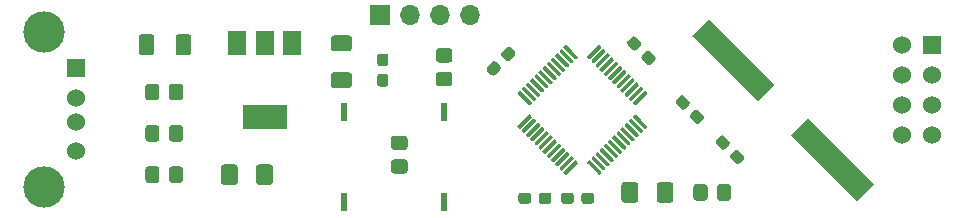
<source format=gts>
G04 #@! TF.GenerationSoftware,KiCad,Pcbnew,(5.1.10)-1*
G04 #@! TF.CreationDate,2022-03-27T16:46:42+02:00*
G04 #@! TF.ProjectId,LaserAutoSkipper_RX_schematic,4c617365-7241-4757-946f-536b69707065,1*
G04 #@! TF.SameCoordinates,Original*
G04 #@! TF.FileFunction,Soldermask,Top*
G04 #@! TF.FilePolarity,Negative*
%FSLAX46Y46*%
G04 Gerber Fmt 4.6, Leading zero omitted, Abs format (unit mm)*
G04 Created by KiCad (PCBNEW (5.1.10)-1) date 2022-03-27 16:46:42*
%MOMM*%
%LPD*%
G01*
G04 APERTURE LIST*
%ADD10C,1.524000*%
%ADD11R,1.524000X1.524000*%
%ADD12C,3.500000*%
%ADD13O,1.700000X1.700000*%
%ADD14R,1.700000X1.700000*%
%ADD15C,0.152400*%
%ADD16R,1.500000X2.000000*%
%ADD17R,3.800000X2.000000*%
%ADD18R,0.600000X1.500000*%
G04 APERTURE END LIST*
D10*
X60000000Y-71500000D03*
X60000000Y-69000000D03*
X60000000Y-67000000D03*
D11*
X60000000Y-64500000D03*
D12*
X57290000Y-61430000D03*
X57290000Y-74570000D03*
D13*
X93370000Y-60000000D03*
X90830000Y-60000000D03*
X88290000Y-60000000D03*
D14*
X85750000Y-60000000D03*
G36*
G01*
X102475736Y-72525484D02*
X101538820Y-73462400D01*
G75*
G02*
X101432754Y-73462400I-53033J53033D01*
G01*
X101326688Y-73356334D01*
G75*
G02*
X101326688Y-73250268I53033J53033D01*
G01*
X102263604Y-72313352D01*
G75*
G02*
X102369670Y-72313352I53033J-53033D01*
G01*
X102475736Y-72419418D01*
G75*
G02*
X102475736Y-72525484I-53033J-53033D01*
G01*
G37*
G36*
G01*
X102122182Y-72171930D02*
X101185266Y-73108846D01*
G75*
G02*
X101079200Y-73108846I-53033J53033D01*
G01*
X100973134Y-73002780D01*
G75*
G02*
X100973134Y-72896714I53033J53033D01*
G01*
X101910050Y-71959798D01*
G75*
G02*
X102016116Y-71959798I53033J-53033D01*
G01*
X102122182Y-72065864D01*
G75*
G02*
X102122182Y-72171930I-53033J-53033D01*
G01*
G37*
G36*
G01*
X101768629Y-71818377D02*
X100831713Y-72755293D01*
G75*
G02*
X100725647Y-72755293I-53033J53033D01*
G01*
X100619581Y-72649227D01*
G75*
G02*
X100619581Y-72543161I53033J53033D01*
G01*
X101556497Y-71606245D01*
G75*
G02*
X101662563Y-71606245I53033J-53033D01*
G01*
X101768629Y-71712311D01*
G75*
G02*
X101768629Y-71818377I-53033J-53033D01*
G01*
G37*
G36*
G01*
X101415075Y-71464823D02*
X100478159Y-72401739D01*
G75*
G02*
X100372093Y-72401739I-53033J53033D01*
G01*
X100266027Y-72295673D01*
G75*
G02*
X100266027Y-72189607I53033J53033D01*
G01*
X101202943Y-71252691D01*
G75*
G02*
X101309009Y-71252691I53033J-53033D01*
G01*
X101415075Y-71358757D01*
G75*
G02*
X101415075Y-71464823I-53033J-53033D01*
G01*
G37*
G36*
G01*
X101061522Y-71111270D02*
X100124606Y-72048186D01*
G75*
G02*
X100018540Y-72048186I-53033J53033D01*
G01*
X99912474Y-71942120D01*
G75*
G02*
X99912474Y-71836054I53033J53033D01*
G01*
X100849390Y-70899138D01*
G75*
G02*
X100955456Y-70899138I53033J-53033D01*
G01*
X101061522Y-71005204D01*
G75*
G02*
X101061522Y-71111270I-53033J-53033D01*
G01*
G37*
G36*
G01*
X100707969Y-70757717D02*
X99771053Y-71694633D01*
G75*
G02*
X99664987Y-71694633I-53033J53033D01*
G01*
X99558921Y-71588567D01*
G75*
G02*
X99558921Y-71482501I53033J53033D01*
G01*
X100495837Y-70545585D01*
G75*
G02*
X100601903Y-70545585I53033J-53033D01*
G01*
X100707969Y-70651651D01*
G75*
G02*
X100707969Y-70757717I-53033J-53033D01*
G01*
G37*
G36*
G01*
X100354415Y-70404163D02*
X99417499Y-71341079D01*
G75*
G02*
X99311433Y-71341079I-53033J53033D01*
G01*
X99205367Y-71235013D01*
G75*
G02*
X99205367Y-71128947I53033J53033D01*
G01*
X100142283Y-70192031D01*
G75*
G02*
X100248349Y-70192031I53033J-53033D01*
G01*
X100354415Y-70298097D01*
G75*
G02*
X100354415Y-70404163I-53033J-53033D01*
G01*
G37*
G36*
G01*
X100000862Y-70050610D02*
X99063946Y-70987526D01*
G75*
G02*
X98957880Y-70987526I-53033J53033D01*
G01*
X98851814Y-70881460D01*
G75*
G02*
X98851814Y-70775394I53033J53033D01*
G01*
X99788730Y-69838478D01*
G75*
G02*
X99894796Y-69838478I53033J-53033D01*
G01*
X100000862Y-69944544D01*
G75*
G02*
X100000862Y-70050610I-53033J-53033D01*
G01*
G37*
G36*
G01*
X99647309Y-69697057D02*
X98710393Y-70633973D01*
G75*
G02*
X98604327Y-70633973I-53033J53033D01*
G01*
X98498261Y-70527907D01*
G75*
G02*
X98498261Y-70421841I53033J53033D01*
G01*
X99435177Y-69484925D01*
G75*
G02*
X99541243Y-69484925I53033J-53033D01*
G01*
X99647309Y-69590991D01*
G75*
G02*
X99647309Y-69697057I-53033J-53033D01*
G01*
G37*
G36*
G01*
X99293755Y-69343503D02*
X98356839Y-70280419D01*
G75*
G02*
X98250773Y-70280419I-53033J53033D01*
G01*
X98144707Y-70174353D01*
G75*
G02*
X98144707Y-70068287I53033J53033D01*
G01*
X99081623Y-69131371D01*
G75*
G02*
X99187689Y-69131371I53033J-53033D01*
G01*
X99293755Y-69237437D01*
G75*
G02*
X99293755Y-69343503I-53033J-53033D01*
G01*
G37*
G36*
G01*
X98940202Y-68989950D02*
X98003286Y-69926866D01*
G75*
G02*
X97897220Y-69926866I-53033J53033D01*
G01*
X97791154Y-69820800D01*
G75*
G02*
X97791154Y-69714734I53033J53033D01*
G01*
X98728070Y-68777818D01*
G75*
G02*
X98834136Y-68777818I53033J-53033D01*
G01*
X98940202Y-68883884D01*
G75*
G02*
X98940202Y-68989950I-53033J-53033D01*
G01*
G37*
G36*
G01*
X98586648Y-68636396D02*
X97649732Y-69573312D01*
G75*
G02*
X97543666Y-69573312I-53033J53033D01*
G01*
X97437600Y-69467246D01*
G75*
G02*
X97437600Y-69361180I53033J53033D01*
G01*
X98374516Y-68424264D01*
G75*
G02*
X98480582Y-68424264I53033J-53033D01*
G01*
X98586648Y-68530330D01*
G75*
G02*
X98586648Y-68636396I-53033J-53033D01*
G01*
G37*
G36*
G01*
X98586648Y-67469670D02*
X98480582Y-67575736D01*
G75*
G02*
X98374516Y-67575736I-53033J53033D01*
G01*
X97437600Y-66638820D01*
G75*
G02*
X97437600Y-66532754I53033J53033D01*
G01*
X97543666Y-66426688D01*
G75*
G02*
X97649732Y-66426688I53033J-53033D01*
G01*
X98586648Y-67363604D01*
G75*
G02*
X98586648Y-67469670I-53033J-53033D01*
G01*
G37*
G36*
G01*
X98940202Y-67116116D02*
X98834136Y-67222182D01*
G75*
G02*
X98728070Y-67222182I-53033J53033D01*
G01*
X97791154Y-66285266D01*
G75*
G02*
X97791154Y-66179200I53033J53033D01*
G01*
X97897220Y-66073134D01*
G75*
G02*
X98003286Y-66073134I53033J-53033D01*
G01*
X98940202Y-67010050D01*
G75*
G02*
X98940202Y-67116116I-53033J-53033D01*
G01*
G37*
G36*
G01*
X99293755Y-66762563D02*
X99187689Y-66868629D01*
G75*
G02*
X99081623Y-66868629I-53033J53033D01*
G01*
X98144707Y-65931713D01*
G75*
G02*
X98144707Y-65825647I53033J53033D01*
G01*
X98250773Y-65719581D01*
G75*
G02*
X98356839Y-65719581I53033J-53033D01*
G01*
X99293755Y-66656497D01*
G75*
G02*
X99293755Y-66762563I-53033J-53033D01*
G01*
G37*
G36*
G01*
X99647309Y-66409009D02*
X99541243Y-66515075D01*
G75*
G02*
X99435177Y-66515075I-53033J53033D01*
G01*
X98498261Y-65578159D01*
G75*
G02*
X98498261Y-65472093I53033J53033D01*
G01*
X98604327Y-65366027D01*
G75*
G02*
X98710393Y-65366027I53033J-53033D01*
G01*
X99647309Y-66302943D01*
G75*
G02*
X99647309Y-66409009I-53033J-53033D01*
G01*
G37*
G36*
G01*
X100000862Y-66055456D02*
X99894796Y-66161522D01*
G75*
G02*
X99788730Y-66161522I-53033J53033D01*
G01*
X98851814Y-65224606D01*
G75*
G02*
X98851814Y-65118540I53033J53033D01*
G01*
X98957880Y-65012474D01*
G75*
G02*
X99063946Y-65012474I53033J-53033D01*
G01*
X100000862Y-65949390D01*
G75*
G02*
X100000862Y-66055456I-53033J-53033D01*
G01*
G37*
G36*
G01*
X100354415Y-65701903D02*
X100248349Y-65807969D01*
G75*
G02*
X100142283Y-65807969I-53033J53033D01*
G01*
X99205367Y-64871053D01*
G75*
G02*
X99205367Y-64764987I53033J53033D01*
G01*
X99311433Y-64658921D01*
G75*
G02*
X99417499Y-64658921I53033J-53033D01*
G01*
X100354415Y-65595837D01*
G75*
G02*
X100354415Y-65701903I-53033J-53033D01*
G01*
G37*
G36*
G01*
X100707969Y-65348349D02*
X100601903Y-65454415D01*
G75*
G02*
X100495837Y-65454415I-53033J53033D01*
G01*
X99558921Y-64517499D01*
G75*
G02*
X99558921Y-64411433I53033J53033D01*
G01*
X99664987Y-64305367D01*
G75*
G02*
X99771053Y-64305367I53033J-53033D01*
G01*
X100707969Y-65242283D01*
G75*
G02*
X100707969Y-65348349I-53033J-53033D01*
G01*
G37*
G36*
G01*
X101061522Y-64994796D02*
X100955456Y-65100862D01*
G75*
G02*
X100849390Y-65100862I-53033J53033D01*
G01*
X99912474Y-64163946D01*
G75*
G02*
X99912474Y-64057880I53033J53033D01*
G01*
X100018540Y-63951814D01*
G75*
G02*
X100124606Y-63951814I53033J-53033D01*
G01*
X101061522Y-64888730D01*
G75*
G02*
X101061522Y-64994796I-53033J-53033D01*
G01*
G37*
G36*
G01*
X101415075Y-64641243D02*
X101309009Y-64747309D01*
G75*
G02*
X101202943Y-64747309I-53033J53033D01*
G01*
X100266027Y-63810393D01*
G75*
G02*
X100266027Y-63704327I53033J53033D01*
G01*
X100372093Y-63598261D01*
G75*
G02*
X100478159Y-63598261I53033J-53033D01*
G01*
X101415075Y-64535177D01*
G75*
G02*
X101415075Y-64641243I-53033J-53033D01*
G01*
G37*
G36*
G01*
X101768629Y-64287689D02*
X101662563Y-64393755D01*
G75*
G02*
X101556497Y-64393755I-53033J53033D01*
G01*
X100619581Y-63456839D01*
G75*
G02*
X100619581Y-63350773I53033J53033D01*
G01*
X100725647Y-63244707D01*
G75*
G02*
X100831713Y-63244707I53033J-53033D01*
G01*
X101768629Y-64181623D01*
G75*
G02*
X101768629Y-64287689I-53033J-53033D01*
G01*
G37*
G36*
G01*
X102122182Y-63934136D02*
X102016116Y-64040202D01*
G75*
G02*
X101910050Y-64040202I-53033J53033D01*
G01*
X100973134Y-63103286D01*
G75*
G02*
X100973134Y-62997220I53033J53033D01*
G01*
X101079200Y-62891154D01*
G75*
G02*
X101185266Y-62891154I53033J-53033D01*
G01*
X102122182Y-63828070D01*
G75*
G02*
X102122182Y-63934136I-53033J-53033D01*
G01*
G37*
G36*
G01*
X102475736Y-63580582D02*
X102369670Y-63686648D01*
G75*
G02*
X102263604Y-63686648I-53033J53033D01*
G01*
X101326688Y-62749732D01*
G75*
G02*
X101326688Y-62643666I53033J53033D01*
G01*
X101432754Y-62537600D01*
G75*
G02*
X101538820Y-62537600I53033J-53033D01*
G01*
X102475736Y-63474516D01*
G75*
G02*
X102475736Y-63580582I-53033J-53033D01*
G01*
G37*
G36*
G01*
X104473312Y-62749732D02*
X103536396Y-63686648D01*
G75*
G02*
X103430330Y-63686648I-53033J53033D01*
G01*
X103324264Y-63580582D01*
G75*
G02*
X103324264Y-63474516I53033J53033D01*
G01*
X104261180Y-62537600D01*
G75*
G02*
X104367246Y-62537600I53033J-53033D01*
G01*
X104473312Y-62643666D01*
G75*
G02*
X104473312Y-62749732I-53033J-53033D01*
G01*
G37*
G36*
G01*
X104826866Y-63103286D02*
X103889950Y-64040202D01*
G75*
G02*
X103783884Y-64040202I-53033J53033D01*
G01*
X103677818Y-63934136D01*
G75*
G02*
X103677818Y-63828070I53033J53033D01*
G01*
X104614734Y-62891154D01*
G75*
G02*
X104720800Y-62891154I53033J-53033D01*
G01*
X104826866Y-62997220D01*
G75*
G02*
X104826866Y-63103286I-53033J-53033D01*
G01*
G37*
G36*
G01*
X105180419Y-63456839D02*
X104243503Y-64393755D01*
G75*
G02*
X104137437Y-64393755I-53033J53033D01*
G01*
X104031371Y-64287689D01*
G75*
G02*
X104031371Y-64181623I53033J53033D01*
G01*
X104968287Y-63244707D01*
G75*
G02*
X105074353Y-63244707I53033J-53033D01*
G01*
X105180419Y-63350773D01*
G75*
G02*
X105180419Y-63456839I-53033J-53033D01*
G01*
G37*
G36*
G01*
X105533973Y-63810393D02*
X104597057Y-64747309D01*
G75*
G02*
X104490991Y-64747309I-53033J53033D01*
G01*
X104384925Y-64641243D01*
G75*
G02*
X104384925Y-64535177I53033J53033D01*
G01*
X105321841Y-63598261D01*
G75*
G02*
X105427907Y-63598261I53033J-53033D01*
G01*
X105533973Y-63704327D01*
G75*
G02*
X105533973Y-63810393I-53033J-53033D01*
G01*
G37*
G36*
G01*
X105887526Y-64163946D02*
X104950610Y-65100862D01*
G75*
G02*
X104844544Y-65100862I-53033J53033D01*
G01*
X104738478Y-64994796D01*
G75*
G02*
X104738478Y-64888730I53033J53033D01*
G01*
X105675394Y-63951814D01*
G75*
G02*
X105781460Y-63951814I53033J-53033D01*
G01*
X105887526Y-64057880D01*
G75*
G02*
X105887526Y-64163946I-53033J-53033D01*
G01*
G37*
G36*
G01*
X106241079Y-64517499D02*
X105304163Y-65454415D01*
G75*
G02*
X105198097Y-65454415I-53033J53033D01*
G01*
X105092031Y-65348349D01*
G75*
G02*
X105092031Y-65242283I53033J53033D01*
G01*
X106028947Y-64305367D01*
G75*
G02*
X106135013Y-64305367I53033J-53033D01*
G01*
X106241079Y-64411433D01*
G75*
G02*
X106241079Y-64517499I-53033J-53033D01*
G01*
G37*
G36*
G01*
X106594633Y-64871053D02*
X105657717Y-65807969D01*
G75*
G02*
X105551651Y-65807969I-53033J53033D01*
G01*
X105445585Y-65701903D01*
G75*
G02*
X105445585Y-65595837I53033J53033D01*
G01*
X106382501Y-64658921D01*
G75*
G02*
X106488567Y-64658921I53033J-53033D01*
G01*
X106594633Y-64764987D01*
G75*
G02*
X106594633Y-64871053I-53033J-53033D01*
G01*
G37*
G36*
G01*
X106948186Y-65224606D02*
X106011270Y-66161522D01*
G75*
G02*
X105905204Y-66161522I-53033J53033D01*
G01*
X105799138Y-66055456D01*
G75*
G02*
X105799138Y-65949390I53033J53033D01*
G01*
X106736054Y-65012474D01*
G75*
G02*
X106842120Y-65012474I53033J-53033D01*
G01*
X106948186Y-65118540D01*
G75*
G02*
X106948186Y-65224606I-53033J-53033D01*
G01*
G37*
G36*
G01*
X107301739Y-65578159D02*
X106364823Y-66515075D01*
G75*
G02*
X106258757Y-66515075I-53033J53033D01*
G01*
X106152691Y-66409009D01*
G75*
G02*
X106152691Y-66302943I53033J53033D01*
G01*
X107089607Y-65366027D01*
G75*
G02*
X107195673Y-65366027I53033J-53033D01*
G01*
X107301739Y-65472093D01*
G75*
G02*
X107301739Y-65578159I-53033J-53033D01*
G01*
G37*
G36*
G01*
X107655293Y-65931713D02*
X106718377Y-66868629D01*
G75*
G02*
X106612311Y-66868629I-53033J53033D01*
G01*
X106506245Y-66762563D01*
G75*
G02*
X106506245Y-66656497I53033J53033D01*
G01*
X107443161Y-65719581D01*
G75*
G02*
X107549227Y-65719581I53033J-53033D01*
G01*
X107655293Y-65825647D01*
G75*
G02*
X107655293Y-65931713I-53033J-53033D01*
G01*
G37*
G36*
G01*
X108008846Y-66285266D02*
X107071930Y-67222182D01*
G75*
G02*
X106965864Y-67222182I-53033J53033D01*
G01*
X106859798Y-67116116D01*
G75*
G02*
X106859798Y-67010050I53033J53033D01*
G01*
X107796714Y-66073134D01*
G75*
G02*
X107902780Y-66073134I53033J-53033D01*
G01*
X108008846Y-66179200D01*
G75*
G02*
X108008846Y-66285266I-53033J-53033D01*
G01*
G37*
G36*
G01*
X108362400Y-66638820D02*
X107425484Y-67575736D01*
G75*
G02*
X107319418Y-67575736I-53033J53033D01*
G01*
X107213352Y-67469670D01*
G75*
G02*
X107213352Y-67363604I53033J53033D01*
G01*
X108150268Y-66426688D01*
G75*
G02*
X108256334Y-66426688I53033J-53033D01*
G01*
X108362400Y-66532754D01*
G75*
G02*
X108362400Y-66638820I-53033J-53033D01*
G01*
G37*
G36*
G01*
X108362400Y-69467246D02*
X108256334Y-69573312D01*
G75*
G02*
X108150268Y-69573312I-53033J53033D01*
G01*
X107213352Y-68636396D01*
G75*
G02*
X107213352Y-68530330I53033J53033D01*
G01*
X107319418Y-68424264D01*
G75*
G02*
X107425484Y-68424264I53033J-53033D01*
G01*
X108362400Y-69361180D01*
G75*
G02*
X108362400Y-69467246I-53033J-53033D01*
G01*
G37*
G36*
G01*
X108008846Y-69820800D02*
X107902780Y-69926866D01*
G75*
G02*
X107796714Y-69926866I-53033J53033D01*
G01*
X106859798Y-68989950D01*
G75*
G02*
X106859798Y-68883884I53033J53033D01*
G01*
X106965864Y-68777818D01*
G75*
G02*
X107071930Y-68777818I53033J-53033D01*
G01*
X108008846Y-69714734D01*
G75*
G02*
X108008846Y-69820800I-53033J-53033D01*
G01*
G37*
G36*
G01*
X107655293Y-70174353D02*
X107549227Y-70280419D01*
G75*
G02*
X107443161Y-70280419I-53033J53033D01*
G01*
X106506245Y-69343503D01*
G75*
G02*
X106506245Y-69237437I53033J53033D01*
G01*
X106612311Y-69131371D01*
G75*
G02*
X106718377Y-69131371I53033J-53033D01*
G01*
X107655293Y-70068287D01*
G75*
G02*
X107655293Y-70174353I-53033J-53033D01*
G01*
G37*
G36*
G01*
X107301739Y-70527907D02*
X107195673Y-70633973D01*
G75*
G02*
X107089607Y-70633973I-53033J53033D01*
G01*
X106152691Y-69697057D01*
G75*
G02*
X106152691Y-69590991I53033J53033D01*
G01*
X106258757Y-69484925D01*
G75*
G02*
X106364823Y-69484925I53033J-53033D01*
G01*
X107301739Y-70421841D01*
G75*
G02*
X107301739Y-70527907I-53033J-53033D01*
G01*
G37*
G36*
G01*
X106948186Y-70881460D02*
X106842120Y-70987526D01*
G75*
G02*
X106736054Y-70987526I-53033J53033D01*
G01*
X105799138Y-70050610D01*
G75*
G02*
X105799138Y-69944544I53033J53033D01*
G01*
X105905204Y-69838478D01*
G75*
G02*
X106011270Y-69838478I53033J-53033D01*
G01*
X106948186Y-70775394D01*
G75*
G02*
X106948186Y-70881460I-53033J-53033D01*
G01*
G37*
G36*
G01*
X106594633Y-71235013D02*
X106488567Y-71341079D01*
G75*
G02*
X106382501Y-71341079I-53033J53033D01*
G01*
X105445585Y-70404163D01*
G75*
G02*
X105445585Y-70298097I53033J53033D01*
G01*
X105551651Y-70192031D01*
G75*
G02*
X105657717Y-70192031I53033J-53033D01*
G01*
X106594633Y-71128947D01*
G75*
G02*
X106594633Y-71235013I-53033J-53033D01*
G01*
G37*
G36*
G01*
X106241079Y-71588567D02*
X106135013Y-71694633D01*
G75*
G02*
X106028947Y-71694633I-53033J53033D01*
G01*
X105092031Y-70757717D01*
G75*
G02*
X105092031Y-70651651I53033J53033D01*
G01*
X105198097Y-70545585D01*
G75*
G02*
X105304163Y-70545585I53033J-53033D01*
G01*
X106241079Y-71482501D01*
G75*
G02*
X106241079Y-71588567I-53033J-53033D01*
G01*
G37*
G36*
G01*
X105887526Y-71942120D02*
X105781460Y-72048186D01*
G75*
G02*
X105675394Y-72048186I-53033J53033D01*
G01*
X104738478Y-71111270D01*
G75*
G02*
X104738478Y-71005204I53033J53033D01*
G01*
X104844544Y-70899138D01*
G75*
G02*
X104950610Y-70899138I53033J-53033D01*
G01*
X105887526Y-71836054D01*
G75*
G02*
X105887526Y-71942120I-53033J-53033D01*
G01*
G37*
G36*
G01*
X105533973Y-72295673D02*
X105427907Y-72401739D01*
G75*
G02*
X105321841Y-72401739I-53033J53033D01*
G01*
X104384925Y-71464823D01*
G75*
G02*
X104384925Y-71358757I53033J53033D01*
G01*
X104490991Y-71252691D01*
G75*
G02*
X104597057Y-71252691I53033J-53033D01*
G01*
X105533973Y-72189607D01*
G75*
G02*
X105533973Y-72295673I-53033J-53033D01*
G01*
G37*
G36*
G01*
X105180419Y-72649227D02*
X105074353Y-72755293D01*
G75*
G02*
X104968287Y-72755293I-53033J53033D01*
G01*
X104031371Y-71818377D01*
G75*
G02*
X104031371Y-71712311I53033J53033D01*
G01*
X104137437Y-71606245D01*
G75*
G02*
X104243503Y-71606245I53033J-53033D01*
G01*
X105180419Y-72543161D01*
G75*
G02*
X105180419Y-72649227I-53033J-53033D01*
G01*
G37*
G36*
G01*
X104826866Y-73002780D02*
X104720800Y-73108846D01*
G75*
G02*
X104614734Y-73108846I-53033J53033D01*
G01*
X103677818Y-72171930D01*
G75*
G02*
X103677818Y-72065864I53033J53033D01*
G01*
X103783884Y-71959798D01*
G75*
G02*
X103889950Y-71959798I53033J-53033D01*
G01*
X104826866Y-72896714D01*
G75*
G02*
X104826866Y-73002780I-53033J-53033D01*
G01*
G37*
G36*
G01*
X104473312Y-73356334D02*
X104367246Y-73462400D01*
G75*
G02*
X104261180Y-73462400I-53033J53033D01*
G01*
X103324264Y-72525484D01*
G75*
G02*
X103324264Y-72419418I53033J53033D01*
G01*
X103430330Y-72313352D01*
G75*
G02*
X103536396Y-72313352I53033J-53033D01*
G01*
X104473312Y-73250268D01*
G75*
G02*
X104473312Y-73356334I-53033J-53033D01*
G01*
G37*
D10*
X129960000Y-70120000D03*
X132500000Y-70120000D03*
X129960000Y-67580000D03*
X132500000Y-67580000D03*
X129960000Y-65040000D03*
X132500000Y-65040000D03*
X129960000Y-62500000D03*
D11*
X132500000Y-62500000D03*
G36*
G01*
X75275000Y-74125000D02*
X75275000Y-72875000D01*
G75*
G02*
X75525000Y-72625000I250000J0D01*
G01*
X76450000Y-72625000D01*
G75*
G02*
X76700000Y-72875000I0J-250000D01*
G01*
X76700000Y-74125000D01*
G75*
G02*
X76450000Y-74375000I-250000J0D01*
G01*
X75525000Y-74375000D01*
G75*
G02*
X75275000Y-74125000I0J250000D01*
G01*
G37*
G36*
G01*
X72300000Y-74125000D02*
X72300000Y-72875000D01*
G75*
G02*
X72550000Y-72625000I250000J0D01*
G01*
X73475000Y-72625000D01*
G75*
G02*
X73725000Y-72875000I0J-250000D01*
G01*
X73725000Y-74125000D01*
G75*
G02*
X73475000Y-74375000I-250000J0D01*
G01*
X72550000Y-74375000D01*
G75*
G02*
X72300000Y-74125000I0J250000D01*
G01*
G37*
G36*
G01*
X107637500Y-74375000D02*
X107637500Y-75625000D01*
G75*
G02*
X107387500Y-75875000I-250000J0D01*
G01*
X106462500Y-75875000D01*
G75*
G02*
X106212500Y-75625000I0J250000D01*
G01*
X106212500Y-74375000D01*
G75*
G02*
X106462500Y-74125000I250000J0D01*
G01*
X107387500Y-74125000D01*
G75*
G02*
X107637500Y-74375000I0J-250000D01*
G01*
G37*
G36*
G01*
X110612500Y-74375000D02*
X110612500Y-75625000D01*
G75*
G02*
X110362500Y-75875000I-250000J0D01*
G01*
X109437500Y-75875000D01*
G75*
G02*
X109187500Y-75625000I0J250000D01*
G01*
X109187500Y-74375000D01*
G75*
G02*
X109437500Y-74125000I250000J0D01*
G01*
X110362500Y-74125000D01*
G75*
G02*
X110612500Y-74375000I0J-250000D01*
G01*
G37*
G36*
G01*
X67100000Y-73049999D02*
X67100000Y-73950001D01*
G75*
G02*
X66850001Y-74200000I-249999J0D01*
G01*
X66149999Y-74200000D01*
G75*
G02*
X65900000Y-73950001I0J249999D01*
G01*
X65900000Y-73049999D01*
G75*
G02*
X66149999Y-72800000I249999J0D01*
G01*
X66850001Y-72800000D01*
G75*
G02*
X67100000Y-73049999I0J-249999D01*
G01*
G37*
G36*
G01*
X69100000Y-73049999D02*
X69100000Y-73950001D01*
G75*
G02*
X68850001Y-74200000I-249999J0D01*
G01*
X68149999Y-74200000D01*
G75*
G02*
X67900000Y-73950001I0J249999D01*
G01*
X67900000Y-73049999D01*
G75*
G02*
X68149999Y-72800000I249999J0D01*
G01*
X68850001Y-72800000D01*
G75*
G02*
X69100000Y-73049999I0J-249999D01*
G01*
G37*
D15*
G36*
X119192893Y-65878679D02*
G01*
X117778679Y-67292893D01*
X112210213Y-61724427D01*
X113624427Y-60310213D01*
X119192893Y-65878679D01*
G37*
G36*
X127589787Y-74275573D02*
G01*
X126175573Y-75689787D01*
X120607107Y-70121321D01*
X122021321Y-68707107D01*
X127589787Y-74275573D01*
G37*
D16*
X78300000Y-62350000D03*
X73700000Y-62350000D03*
X76000000Y-62350000D03*
D17*
X76000000Y-68650000D03*
D18*
X82750000Y-75825000D03*
X82750000Y-68175000D03*
X91150000Y-75825000D03*
X91150000Y-68175000D03*
G36*
G01*
X90749999Y-64800000D02*
X91650001Y-64800000D01*
G75*
G02*
X91900000Y-65049999I0J-249999D01*
G01*
X91900000Y-65750001D01*
G75*
G02*
X91650001Y-66000000I-249999J0D01*
G01*
X90749999Y-66000000D01*
G75*
G02*
X90500000Y-65750001I0J249999D01*
G01*
X90500000Y-65049999D01*
G75*
G02*
X90749999Y-64800000I249999J0D01*
G01*
G37*
G36*
G01*
X90749999Y-62800000D02*
X91650001Y-62800000D01*
G75*
G02*
X91900000Y-63049999I0J-249999D01*
G01*
X91900000Y-63750001D01*
G75*
G02*
X91650001Y-64000000I-249999J0D01*
G01*
X90749999Y-64000000D01*
G75*
G02*
X90500000Y-63750001I0J249999D01*
G01*
X90500000Y-63049999D01*
G75*
G02*
X90749999Y-62800000I249999J0D01*
G01*
G37*
G36*
G01*
X114300000Y-75450001D02*
X114300000Y-74549999D01*
G75*
G02*
X114549999Y-74300000I249999J0D01*
G01*
X115250001Y-74300000D01*
G75*
G02*
X115500000Y-74549999I0J-249999D01*
G01*
X115500000Y-75450001D01*
G75*
G02*
X115250001Y-75700000I-249999J0D01*
G01*
X114549999Y-75700000D01*
G75*
G02*
X114300000Y-75450001I0J249999D01*
G01*
G37*
G36*
G01*
X112300000Y-75450001D02*
X112300000Y-74549999D01*
G75*
G02*
X112549999Y-74300000I249999J0D01*
G01*
X113250001Y-74300000D01*
G75*
G02*
X113500000Y-74549999I0J-249999D01*
G01*
X113500000Y-75450001D01*
G75*
G02*
X113250001Y-75700000I-249999J0D01*
G01*
X112549999Y-75700000D01*
G75*
G02*
X112300000Y-75450001I0J249999D01*
G01*
G37*
G36*
G01*
X87850001Y-71400000D02*
X86949999Y-71400000D01*
G75*
G02*
X86700000Y-71150001I0J249999D01*
G01*
X86700000Y-70449999D01*
G75*
G02*
X86949999Y-70200000I249999J0D01*
G01*
X87850001Y-70200000D01*
G75*
G02*
X88100000Y-70449999I0J-249999D01*
G01*
X88100000Y-71150001D01*
G75*
G02*
X87850001Y-71400000I-249999J0D01*
G01*
G37*
G36*
G01*
X87850001Y-73400000D02*
X86949999Y-73400000D01*
G75*
G02*
X86700000Y-73150001I0J249999D01*
G01*
X86700000Y-72449999D01*
G75*
G02*
X86949999Y-72200000I249999J0D01*
G01*
X87850001Y-72200000D01*
G75*
G02*
X88100000Y-72449999I0J-249999D01*
G01*
X88100000Y-73150001D01*
G75*
G02*
X87850001Y-73400000I-249999J0D01*
G01*
G37*
G36*
G01*
X67100000Y-66049999D02*
X67100000Y-66950001D01*
G75*
G02*
X66850001Y-67200000I-249999J0D01*
G01*
X66149999Y-67200000D01*
G75*
G02*
X65900000Y-66950001I0J249999D01*
G01*
X65900000Y-66049999D01*
G75*
G02*
X66149999Y-65800000I249999J0D01*
G01*
X66850001Y-65800000D01*
G75*
G02*
X67100000Y-66049999I0J-249999D01*
G01*
G37*
G36*
G01*
X69100000Y-66049999D02*
X69100000Y-66950001D01*
G75*
G02*
X68850001Y-67200000I-249999J0D01*
G01*
X68149999Y-67200000D01*
G75*
G02*
X67900000Y-66950001I0J249999D01*
G01*
X67900000Y-66049999D01*
G75*
G02*
X68149999Y-65800000I249999J0D01*
G01*
X68850001Y-65800000D01*
G75*
G02*
X69100000Y-66049999I0J-249999D01*
G01*
G37*
G36*
G01*
X67100000Y-69549999D02*
X67100000Y-70450001D01*
G75*
G02*
X66850001Y-70700000I-249999J0D01*
G01*
X66149999Y-70700000D01*
G75*
G02*
X65900000Y-70450001I0J249999D01*
G01*
X65900000Y-69549999D01*
G75*
G02*
X66149999Y-69300000I249999J0D01*
G01*
X66850001Y-69300000D01*
G75*
G02*
X67100000Y-69549999I0J-249999D01*
G01*
G37*
G36*
G01*
X69100000Y-69549999D02*
X69100000Y-70450001D01*
G75*
G02*
X68850001Y-70700000I-249999J0D01*
G01*
X68149999Y-70700000D01*
G75*
G02*
X67900000Y-70450001I0J249999D01*
G01*
X67900000Y-69549999D01*
G75*
G02*
X68149999Y-69300000I249999J0D01*
G01*
X68850001Y-69300000D01*
G75*
G02*
X69100000Y-69549999I0J-249999D01*
G01*
G37*
G36*
G01*
X111938128Y-67602252D02*
X111602252Y-67938128D01*
G75*
G02*
X111266376Y-67938128I-167938J167938D01*
G01*
X110842112Y-67513864D01*
G75*
G02*
X110842112Y-67177988I167938J167938D01*
G01*
X111177988Y-66842112D01*
G75*
G02*
X111513864Y-66842112I167938J-167938D01*
G01*
X111938128Y-67266376D01*
G75*
G02*
X111938128Y-67602252I-167938J-167938D01*
G01*
G37*
G36*
G01*
X113157888Y-68822012D02*
X112822012Y-69157888D01*
G75*
G02*
X112486136Y-69157888I-167938J167938D01*
G01*
X112061872Y-68733624D01*
G75*
G02*
X112061872Y-68397748I167938J167938D01*
G01*
X112397748Y-68061872D01*
G75*
G02*
X112733624Y-68061872I167938J-167938D01*
G01*
X113157888Y-68486136D01*
G75*
G02*
X113157888Y-68822012I-167938J-167938D01*
G01*
G37*
G36*
G01*
X115451992Y-71787868D02*
X115787868Y-71451992D01*
G75*
G02*
X116123744Y-71451992I167938J-167938D01*
G01*
X116548008Y-71876256D01*
G75*
G02*
X116548008Y-72212132I-167938J-167938D01*
G01*
X116212132Y-72548008D01*
G75*
G02*
X115876256Y-72548008I-167938J167938D01*
G01*
X115451992Y-72123744D01*
G75*
G02*
X115451992Y-71787868I167938J167938D01*
G01*
G37*
G36*
G01*
X114232232Y-70568108D02*
X114568108Y-70232232D01*
G75*
G02*
X114903984Y-70232232I167938J-167938D01*
G01*
X115328248Y-70656496D01*
G75*
G02*
X115328248Y-70992372I-167938J-167938D01*
G01*
X114992372Y-71328248D01*
G75*
G02*
X114656496Y-71328248I-167938J167938D01*
G01*
X114232232Y-70903984D01*
G75*
G02*
X114232232Y-70568108I167938J167938D01*
G01*
G37*
G36*
G01*
X102175000Y-75262500D02*
X102175000Y-75737500D01*
G75*
G02*
X101937500Y-75975000I-237500J0D01*
G01*
X101337500Y-75975000D01*
G75*
G02*
X101100000Y-75737500I0J237500D01*
G01*
X101100000Y-75262500D01*
G75*
G02*
X101337500Y-75025000I237500J0D01*
G01*
X101937500Y-75025000D01*
G75*
G02*
X102175000Y-75262500I0J-237500D01*
G01*
G37*
G36*
G01*
X103900000Y-75262500D02*
X103900000Y-75737500D01*
G75*
G02*
X103662500Y-75975000I-237500J0D01*
G01*
X103062500Y-75975000D01*
G75*
G02*
X102825000Y-75737500I0J237500D01*
G01*
X102825000Y-75262500D01*
G75*
G02*
X103062500Y-75025000I237500J0D01*
G01*
X103662500Y-75025000D01*
G75*
G02*
X103900000Y-75262500I0J-237500D01*
G01*
G37*
G36*
G01*
X107961872Y-63397748D02*
X108297748Y-63061872D01*
G75*
G02*
X108633624Y-63061872I167938J-167938D01*
G01*
X109057888Y-63486136D01*
G75*
G02*
X109057888Y-63822012I-167938J-167938D01*
G01*
X108722012Y-64157888D01*
G75*
G02*
X108386136Y-64157888I-167938J167938D01*
G01*
X107961872Y-63733624D01*
G75*
G02*
X107961872Y-63397748I167938J167938D01*
G01*
G37*
G36*
G01*
X106742112Y-62177988D02*
X107077988Y-61842112D01*
G75*
G02*
X107413864Y-61842112I167938J-167938D01*
G01*
X107838128Y-62266376D01*
G75*
G02*
X107838128Y-62602252I-167938J-167938D01*
G01*
X107502252Y-62938128D01*
G75*
G02*
X107166376Y-62938128I-167938J167938D01*
G01*
X106742112Y-62513864D01*
G75*
G02*
X106742112Y-62177988I167938J167938D01*
G01*
G37*
G36*
G01*
X98562499Y-75262500D02*
X98562499Y-75737500D01*
G75*
G02*
X98324999Y-75975000I-237500J0D01*
G01*
X97724999Y-75975000D01*
G75*
G02*
X97487499Y-75737500I0J237500D01*
G01*
X97487499Y-75262500D01*
G75*
G02*
X97724999Y-75025000I237500J0D01*
G01*
X98324999Y-75025000D01*
G75*
G02*
X98562499Y-75262500I0J-237500D01*
G01*
G37*
G36*
G01*
X100287499Y-75262500D02*
X100287499Y-75737500D01*
G75*
G02*
X100049999Y-75975000I-237500J0D01*
G01*
X99449999Y-75975000D01*
G75*
G02*
X99212499Y-75737500I0J237500D01*
G01*
X99212499Y-75262500D01*
G75*
G02*
X99449999Y-75025000I237500J0D01*
G01*
X100049999Y-75025000D01*
G75*
G02*
X100287499Y-75262500I0J-237500D01*
G01*
G37*
G36*
G01*
X96407628Y-63828248D02*
X96071752Y-63492372D01*
G75*
G02*
X96071752Y-63156496I167938J167938D01*
G01*
X96496016Y-62732232D01*
G75*
G02*
X96831892Y-62732232I167938J-167938D01*
G01*
X97167768Y-63068108D01*
G75*
G02*
X97167768Y-63403984I-167938J-167938D01*
G01*
X96743504Y-63828248D01*
G75*
G02*
X96407628Y-63828248I-167938J167938D01*
G01*
G37*
G36*
G01*
X95187868Y-65048008D02*
X94851992Y-64712132D01*
G75*
G02*
X94851992Y-64376256I167938J167938D01*
G01*
X95276256Y-63951992D01*
G75*
G02*
X95612132Y-63951992I167938J-167938D01*
G01*
X95948008Y-64287868D01*
G75*
G02*
X95948008Y-64623744I-167938J-167938D01*
G01*
X95523744Y-65048008D01*
G75*
G02*
X95187868Y-65048008I-167938J167938D01*
G01*
G37*
G36*
G01*
X86237500Y-64312500D02*
X85762500Y-64312500D01*
G75*
G02*
X85525000Y-64075000I0J237500D01*
G01*
X85525000Y-63475000D01*
G75*
G02*
X85762500Y-63237500I237500J0D01*
G01*
X86237500Y-63237500D01*
G75*
G02*
X86475000Y-63475000I0J-237500D01*
G01*
X86475000Y-64075000D01*
G75*
G02*
X86237500Y-64312500I-237500J0D01*
G01*
G37*
G36*
G01*
X86237500Y-66037500D02*
X85762500Y-66037500D01*
G75*
G02*
X85525000Y-65800000I0J237500D01*
G01*
X85525000Y-65200000D01*
G75*
G02*
X85762500Y-64962500I237500J0D01*
G01*
X86237500Y-64962500D01*
G75*
G02*
X86475000Y-65200000I0J-237500D01*
G01*
X86475000Y-65800000D01*
G75*
G02*
X86237500Y-66037500I-237500J0D01*
G01*
G37*
G36*
G01*
X83150002Y-63037500D02*
X81849998Y-63037500D01*
G75*
G02*
X81600000Y-62787502I0J249998D01*
G01*
X81600000Y-61962498D01*
G75*
G02*
X81849998Y-61712500I249998J0D01*
G01*
X83150002Y-61712500D01*
G75*
G02*
X83400000Y-61962498I0J-249998D01*
G01*
X83400000Y-62787502D01*
G75*
G02*
X83150002Y-63037500I-249998J0D01*
G01*
G37*
G36*
G01*
X83150002Y-66162500D02*
X81849998Y-66162500D01*
G75*
G02*
X81600000Y-65912502I0J249998D01*
G01*
X81600000Y-65087498D01*
G75*
G02*
X81849998Y-64837500I249998J0D01*
G01*
X83150002Y-64837500D01*
G75*
G02*
X83400000Y-65087498I0J-249998D01*
G01*
X83400000Y-65912502D01*
G75*
G02*
X83150002Y-66162500I-249998J0D01*
G01*
G37*
G36*
G01*
X68462500Y-63150002D02*
X68462500Y-61849998D01*
G75*
G02*
X68712498Y-61600000I249998J0D01*
G01*
X69537502Y-61600000D01*
G75*
G02*
X69787500Y-61849998I0J-249998D01*
G01*
X69787500Y-63150002D01*
G75*
G02*
X69537502Y-63400000I-249998J0D01*
G01*
X68712498Y-63400000D01*
G75*
G02*
X68462500Y-63150002I0J249998D01*
G01*
G37*
G36*
G01*
X65337500Y-63150002D02*
X65337500Y-61849998D01*
G75*
G02*
X65587498Y-61600000I249998J0D01*
G01*
X66412502Y-61600000D01*
G75*
G02*
X66662500Y-61849998I0J-249998D01*
G01*
X66662500Y-63150002D01*
G75*
G02*
X66412502Y-63400000I-249998J0D01*
G01*
X65587498Y-63400000D01*
G75*
G02*
X65337500Y-63150002I0J249998D01*
G01*
G37*
D15*
G36*
X103492282Y-72278118D02*
G01*
X103492667Y-72278194D01*
X103501054Y-72280738D01*
X103501416Y-72280888D01*
X103509146Y-72285019D01*
X103509472Y-72285237D01*
X103518533Y-72292673D01*
X103518678Y-72292805D01*
X104493859Y-73267986D01*
X104493991Y-73268131D01*
X104501427Y-73277192D01*
X104501645Y-73277518D01*
X104505776Y-73285248D01*
X104505926Y-73285610D01*
X104508470Y-73293997D01*
X104508546Y-73294382D01*
X104509406Y-73303105D01*
X104509406Y-73303497D01*
X104508546Y-73312220D01*
X104508470Y-73312605D01*
X104505926Y-73320992D01*
X104505776Y-73321354D01*
X104501645Y-73329084D01*
X104501427Y-73329410D01*
X104493991Y-73338471D01*
X104493859Y-73338616D01*
X104349528Y-73482947D01*
X104349383Y-73483079D01*
X104340322Y-73490515D01*
X104339996Y-73490733D01*
X104332266Y-73494864D01*
X104331904Y-73495014D01*
X104323517Y-73497558D01*
X104323132Y-73497634D01*
X104314409Y-73498494D01*
X104314017Y-73498494D01*
X104305294Y-73497634D01*
X104304909Y-73497558D01*
X104296522Y-73495014D01*
X104296160Y-73494864D01*
X104288430Y-73490733D01*
X104288104Y-73490515D01*
X104279043Y-73483079D01*
X104278898Y-73482947D01*
X103303717Y-72507766D01*
X103303585Y-72507621D01*
X103296149Y-72498560D01*
X103295931Y-72498234D01*
X103291800Y-72490504D01*
X103291650Y-72490142D01*
X103289106Y-72481755D01*
X103289030Y-72481370D01*
X103288170Y-72472647D01*
X103288170Y-72472451D01*
X103304306Y-72472451D01*
X103305708Y-72486688D01*
X103309863Y-72500383D01*
X103316608Y-72513003D01*
X103325751Y-72524143D01*
X104262521Y-73460913D01*
X104273661Y-73470056D01*
X104286281Y-73476801D01*
X104299976Y-73480956D01*
X104314213Y-73482358D01*
X104328450Y-73480956D01*
X104342145Y-73476801D01*
X104354765Y-73470056D01*
X104365905Y-73460913D01*
X104471825Y-73354993D01*
X104480968Y-73343853D01*
X104487713Y-73331233D01*
X104491868Y-73317538D01*
X104493270Y-73303301D01*
X104491868Y-73289064D01*
X104487713Y-73275369D01*
X104480968Y-73262749D01*
X104471825Y-73251609D01*
X103535055Y-72314839D01*
X103523915Y-72305696D01*
X103511295Y-72298951D01*
X103497600Y-72294796D01*
X103483363Y-72293394D01*
X103469126Y-72294796D01*
X103455431Y-72298951D01*
X103442811Y-72305696D01*
X103431671Y-72314839D01*
X103325751Y-72420759D01*
X103316608Y-72431899D01*
X103309863Y-72444519D01*
X103305708Y-72458214D01*
X103304306Y-72472451D01*
X103288170Y-72472451D01*
X103288170Y-72472255D01*
X103289030Y-72463532D01*
X103289106Y-72463147D01*
X103291650Y-72454760D01*
X103291800Y-72454398D01*
X103295931Y-72446668D01*
X103296149Y-72446342D01*
X103303585Y-72437281D01*
X103303717Y-72437136D01*
X103448048Y-72292805D01*
X103448193Y-72292673D01*
X103457254Y-72285237D01*
X103457580Y-72285019D01*
X103465310Y-72280888D01*
X103465672Y-72280738D01*
X103474059Y-72278194D01*
X103474444Y-72278118D01*
X103483167Y-72277258D01*
X103483559Y-72277258D01*
X103492282Y-72278118D01*
G37*
G36*
X102325556Y-72278118D02*
G01*
X102325941Y-72278194D01*
X102334328Y-72280738D01*
X102334690Y-72280888D01*
X102342420Y-72285019D01*
X102342746Y-72285237D01*
X102351807Y-72292673D01*
X102351952Y-72292805D01*
X102496283Y-72437136D01*
X102496415Y-72437281D01*
X102503851Y-72446342D01*
X102504069Y-72446668D01*
X102508200Y-72454398D01*
X102508350Y-72454760D01*
X102510894Y-72463147D01*
X102510970Y-72463532D01*
X102511830Y-72472255D01*
X102511830Y-72472647D01*
X102510970Y-72481370D01*
X102510894Y-72481755D01*
X102508350Y-72490142D01*
X102508200Y-72490504D01*
X102504069Y-72498234D01*
X102503851Y-72498560D01*
X102496415Y-72507621D01*
X102496283Y-72507766D01*
X101521102Y-73482947D01*
X101520957Y-73483079D01*
X101511896Y-73490515D01*
X101511570Y-73490733D01*
X101503840Y-73494864D01*
X101503478Y-73495014D01*
X101495091Y-73497558D01*
X101494706Y-73497634D01*
X101485983Y-73498494D01*
X101485591Y-73498494D01*
X101476868Y-73497634D01*
X101476483Y-73497558D01*
X101468096Y-73495014D01*
X101467734Y-73494864D01*
X101460004Y-73490733D01*
X101459678Y-73490515D01*
X101450617Y-73483079D01*
X101450472Y-73482947D01*
X101306141Y-73338616D01*
X101306009Y-73338471D01*
X101298573Y-73329410D01*
X101298355Y-73329084D01*
X101294224Y-73321354D01*
X101294074Y-73320992D01*
X101291530Y-73312605D01*
X101291454Y-73312220D01*
X101290594Y-73303497D01*
X101290594Y-73303301D01*
X101306730Y-73303301D01*
X101308132Y-73317538D01*
X101312287Y-73331233D01*
X101319032Y-73343853D01*
X101328175Y-73354993D01*
X101434095Y-73460913D01*
X101445235Y-73470056D01*
X101457855Y-73476801D01*
X101471550Y-73480956D01*
X101485787Y-73482358D01*
X101500024Y-73480956D01*
X101513719Y-73476801D01*
X101526339Y-73470056D01*
X101537479Y-73460913D01*
X102474249Y-72524143D01*
X102483392Y-72513003D01*
X102490137Y-72500383D01*
X102494292Y-72486688D01*
X102495694Y-72472451D01*
X102494292Y-72458214D01*
X102490137Y-72444519D01*
X102483392Y-72431899D01*
X102474249Y-72420759D01*
X102368329Y-72314839D01*
X102357189Y-72305696D01*
X102344569Y-72298951D01*
X102330874Y-72294796D01*
X102316637Y-72293394D01*
X102302400Y-72294796D01*
X102288705Y-72298951D01*
X102276085Y-72305696D01*
X102264945Y-72314839D01*
X101328175Y-73251609D01*
X101319032Y-73262749D01*
X101312287Y-73275369D01*
X101308132Y-73289064D01*
X101306730Y-73303301D01*
X101290594Y-73303301D01*
X101290594Y-73303105D01*
X101291454Y-73294382D01*
X101291530Y-73293997D01*
X101294074Y-73285610D01*
X101294224Y-73285248D01*
X101298355Y-73277518D01*
X101298573Y-73277192D01*
X101306009Y-73268131D01*
X101306141Y-73267986D01*
X102281322Y-72292805D01*
X102281467Y-72292673D01*
X102290528Y-72285237D01*
X102290854Y-72285019D01*
X102298584Y-72280888D01*
X102298946Y-72280738D01*
X102307333Y-72278194D01*
X102307718Y-72278118D01*
X102316441Y-72277258D01*
X102316833Y-72277258D01*
X102325556Y-72278118D01*
G37*
G36*
X101972002Y-71924564D02*
G01*
X101972387Y-71924640D01*
X101980774Y-71927184D01*
X101981136Y-71927334D01*
X101988866Y-71931465D01*
X101989192Y-71931683D01*
X101998253Y-71939119D01*
X101998398Y-71939251D01*
X102142729Y-72083582D01*
X102142861Y-72083727D01*
X102150297Y-72092788D01*
X102150515Y-72093114D01*
X102154646Y-72100844D01*
X102154796Y-72101206D01*
X102157340Y-72109593D01*
X102157416Y-72109978D01*
X102158276Y-72118701D01*
X102158276Y-72119093D01*
X102157416Y-72127816D01*
X102157340Y-72128201D01*
X102154796Y-72136588D01*
X102154646Y-72136950D01*
X102150515Y-72144680D01*
X102150297Y-72145006D01*
X102142861Y-72154067D01*
X102142729Y-72154212D01*
X101167548Y-73129393D01*
X101167403Y-73129525D01*
X101158342Y-73136961D01*
X101158016Y-73137179D01*
X101150286Y-73141310D01*
X101149924Y-73141460D01*
X101141537Y-73144004D01*
X101141152Y-73144080D01*
X101132429Y-73144940D01*
X101132037Y-73144940D01*
X101123314Y-73144080D01*
X101122929Y-73144004D01*
X101114542Y-73141460D01*
X101114180Y-73141310D01*
X101106450Y-73137179D01*
X101106124Y-73136961D01*
X101097063Y-73129525D01*
X101096918Y-73129393D01*
X100952587Y-72985062D01*
X100952455Y-72984917D01*
X100945019Y-72975856D01*
X100944801Y-72975530D01*
X100940670Y-72967800D01*
X100940520Y-72967438D01*
X100937976Y-72959051D01*
X100937900Y-72958666D01*
X100937040Y-72949943D01*
X100937040Y-72949747D01*
X100953176Y-72949747D01*
X100954578Y-72963984D01*
X100958733Y-72977679D01*
X100965478Y-72990299D01*
X100974621Y-73001439D01*
X101080541Y-73107359D01*
X101091681Y-73116502D01*
X101104301Y-73123247D01*
X101117996Y-73127402D01*
X101132233Y-73128804D01*
X101146470Y-73127402D01*
X101160165Y-73123247D01*
X101172785Y-73116502D01*
X101183925Y-73107359D01*
X102120695Y-72170589D01*
X102129838Y-72159449D01*
X102136583Y-72146829D01*
X102140738Y-72133134D01*
X102142140Y-72118897D01*
X102140738Y-72104660D01*
X102136583Y-72090965D01*
X102129838Y-72078345D01*
X102120695Y-72067205D01*
X102014775Y-71961285D01*
X102003635Y-71952142D01*
X101991015Y-71945397D01*
X101977320Y-71941242D01*
X101963083Y-71939840D01*
X101948846Y-71941242D01*
X101935151Y-71945397D01*
X101922531Y-71952142D01*
X101911391Y-71961285D01*
X100974621Y-72898055D01*
X100965478Y-72909195D01*
X100958733Y-72921815D01*
X100954578Y-72935510D01*
X100953176Y-72949747D01*
X100937040Y-72949747D01*
X100937040Y-72949551D01*
X100937900Y-72940828D01*
X100937976Y-72940443D01*
X100940520Y-72932056D01*
X100940670Y-72931694D01*
X100944801Y-72923964D01*
X100945019Y-72923638D01*
X100952455Y-72914577D01*
X100952587Y-72914432D01*
X101927768Y-71939251D01*
X101927913Y-71939119D01*
X101936974Y-71931683D01*
X101937300Y-71931465D01*
X101945030Y-71927334D01*
X101945392Y-71927184D01*
X101953779Y-71924640D01*
X101954164Y-71924564D01*
X101962887Y-71923704D01*
X101963279Y-71923704D01*
X101972002Y-71924564D01*
G37*
G36*
X103845836Y-71924564D02*
G01*
X103846221Y-71924640D01*
X103854608Y-71927184D01*
X103854970Y-71927334D01*
X103862700Y-71931465D01*
X103863026Y-71931683D01*
X103872087Y-71939119D01*
X103872232Y-71939251D01*
X104847413Y-72914432D01*
X104847545Y-72914577D01*
X104854981Y-72923638D01*
X104855199Y-72923964D01*
X104859330Y-72931694D01*
X104859480Y-72932056D01*
X104862024Y-72940443D01*
X104862100Y-72940828D01*
X104862960Y-72949551D01*
X104862960Y-72949943D01*
X104862100Y-72958666D01*
X104862024Y-72959051D01*
X104859480Y-72967438D01*
X104859330Y-72967800D01*
X104855199Y-72975530D01*
X104854981Y-72975856D01*
X104847545Y-72984917D01*
X104847413Y-72985062D01*
X104703082Y-73129393D01*
X104702937Y-73129525D01*
X104693876Y-73136961D01*
X104693550Y-73137179D01*
X104685820Y-73141310D01*
X104685458Y-73141460D01*
X104677071Y-73144004D01*
X104676686Y-73144080D01*
X104667963Y-73144940D01*
X104667571Y-73144940D01*
X104658848Y-73144080D01*
X104658463Y-73144004D01*
X104650076Y-73141460D01*
X104649714Y-73141310D01*
X104641984Y-73137179D01*
X104641658Y-73136961D01*
X104632597Y-73129525D01*
X104632452Y-73129393D01*
X103657271Y-72154212D01*
X103657139Y-72154067D01*
X103649703Y-72145006D01*
X103649485Y-72144680D01*
X103645354Y-72136950D01*
X103645204Y-72136588D01*
X103642660Y-72128201D01*
X103642584Y-72127816D01*
X103641724Y-72119093D01*
X103641724Y-72118897D01*
X103657860Y-72118897D01*
X103659262Y-72133134D01*
X103663417Y-72146829D01*
X103670162Y-72159449D01*
X103679305Y-72170589D01*
X104616075Y-73107359D01*
X104627215Y-73116502D01*
X104639835Y-73123247D01*
X104653530Y-73127402D01*
X104667767Y-73128804D01*
X104682004Y-73127402D01*
X104695699Y-73123247D01*
X104708319Y-73116502D01*
X104719459Y-73107359D01*
X104825379Y-73001439D01*
X104834522Y-72990299D01*
X104841267Y-72977679D01*
X104845422Y-72963984D01*
X104846824Y-72949747D01*
X104845422Y-72935510D01*
X104841267Y-72921815D01*
X104834522Y-72909195D01*
X104825379Y-72898055D01*
X103888609Y-71961285D01*
X103877469Y-71952142D01*
X103864849Y-71945397D01*
X103851154Y-71941242D01*
X103836917Y-71939840D01*
X103822680Y-71941242D01*
X103808985Y-71945397D01*
X103796365Y-71952142D01*
X103785225Y-71961285D01*
X103679305Y-72067205D01*
X103670162Y-72078345D01*
X103663417Y-72090965D01*
X103659262Y-72104660D01*
X103657860Y-72118897D01*
X103641724Y-72118897D01*
X103641724Y-72118701D01*
X103642584Y-72109978D01*
X103642660Y-72109593D01*
X103645204Y-72101206D01*
X103645354Y-72100844D01*
X103649485Y-72093114D01*
X103649703Y-72092788D01*
X103657139Y-72083727D01*
X103657271Y-72083582D01*
X103801602Y-71939251D01*
X103801747Y-71939119D01*
X103810808Y-71931683D01*
X103811134Y-71931465D01*
X103818864Y-71927334D01*
X103819226Y-71927184D01*
X103827613Y-71924640D01*
X103827998Y-71924564D01*
X103836721Y-71923704D01*
X103837113Y-71923704D01*
X103845836Y-71924564D01*
G37*
G36*
X104199389Y-71571011D02*
G01*
X104199774Y-71571087D01*
X104208161Y-71573631D01*
X104208523Y-71573781D01*
X104216253Y-71577912D01*
X104216579Y-71578130D01*
X104225640Y-71585566D01*
X104225785Y-71585698D01*
X105200966Y-72560879D01*
X105201098Y-72561024D01*
X105208534Y-72570085D01*
X105208752Y-72570411D01*
X105212883Y-72578141D01*
X105213033Y-72578503D01*
X105215577Y-72586890D01*
X105215653Y-72587275D01*
X105216513Y-72595998D01*
X105216513Y-72596390D01*
X105215653Y-72605113D01*
X105215577Y-72605498D01*
X105213033Y-72613885D01*
X105212883Y-72614247D01*
X105208752Y-72621977D01*
X105208534Y-72622303D01*
X105201098Y-72631364D01*
X105200966Y-72631509D01*
X105056635Y-72775840D01*
X105056490Y-72775972D01*
X105047429Y-72783408D01*
X105047103Y-72783626D01*
X105039373Y-72787757D01*
X105039011Y-72787907D01*
X105030624Y-72790451D01*
X105030239Y-72790527D01*
X105021516Y-72791387D01*
X105021124Y-72791387D01*
X105012401Y-72790527D01*
X105012016Y-72790451D01*
X105003629Y-72787907D01*
X105003267Y-72787757D01*
X104995537Y-72783626D01*
X104995211Y-72783408D01*
X104986150Y-72775972D01*
X104986005Y-72775840D01*
X104010824Y-71800659D01*
X104010692Y-71800514D01*
X104003256Y-71791453D01*
X104003038Y-71791127D01*
X103998907Y-71783397D01*
X103998757Y-71783035D01*
X103996213Y-71774648D01*
X103996137Y-71774263D01*
X103995277Y-71765540D01*
X103995277Y-71765344D01*
X104011413Y-71765344D01*
X104012815Y-71779581D01*
X104016970Y-71793276D01*
X104023715Y-71805896D01*
X104032858Y-71817036D01*
X104969628Y-72753806D01*
X104980768Y-72762949D01*
X104993388Y-72769694D01*
X105007083Y-72773849D01*
X105021320Y-72775251D01*
X105035557Y-72773849D01*
X105049252Y-72769694D01*
X105061872Y-72762949D01*
X105073012Y-72753806D01*
X105178932Y-72647886D01*
X105188075Y-72636746D01*
X105194820Y-72624126D01*
X105198975Y-72610431D01*
X105200377Y-72596194D01*
X105198975Y-72581957D01*
X105194820Y-72568262D01*
X105188075Y-72555642D01*
X105178932Y-72544502D01*
X104242162Y-71607732D01*
X104231022Y-71598589D01*
X104218402Y-71591844D01*
X104204707Y-71587689D01*
X104190470Y-71586287D01*
X104176233Y-71587689D01*
X104162538Y-71591844D01*
X104149918Y-71598589D01*
X104138778Y-71607732D01*
X104032858Y-71713652D01*
X104023715Y-71724792D01*
X104016970Y-71737412D01*
X104012815Y-71751107D01*
X104011413Y-71765344D01*
X103995277Y-71765344D01*
X103995277Y-71765148D01*
X103996137Y-71756425D01*
X103996213Y-71756040D01*
X103998757Y-71747653D01*
X103998907Y-71747291D01*
X104003038Y-71739561D01*
X104003256Y-71739235D01*
X104010692Y-71730174D01*
X104010824Y-71730029D01*
X104155155Y-71585698D01*
X104155300Y-71585566D01*
X104164361Y-71578130D01*
X104164687Y-71577912D01*
X104172417Y-71573781D01*
X104172779Y-71573631D01*
X104181166Y-71571087D01*
X104181551Y-71571011D01*
X104190274Y-71570151D01*
X104190666Y-71570151D01*
X104199389Y-71571011D01*
G37*
G36*
X101618449Y-71571011D02*
G01*
X101618834Y-71571087D01*
X101627221Y-71573631D01*
X101627583Y-71573781D01*
X101635313Y-71577912D01*
X101635639Y-71578130D01*
X101644700Y-71585566D01*
X101644845Y-71585698D01*
X101789176Y-71730029D01*
X101789308Y-71730174D01*
X101796744Y-71739235D01*
X101796962Y-71739561D01*
X101801093Y-71747291D01*
X101801243Y-71747653D01*
X101803787Y-71756040D01*
X101803863Y-71756425D01*
X101804723Y-71765148D01*
X101804723Y-71765540D01*
X101803863Y-71774263D01*
X101803787Y-71774648D01*
X101801243Y-71783035D01*
X101801093Y-71783397D01*
X101796962Y-71791127D01*
X101796744Y-71791453D01*
X101789308Y-71800514D01*
X101789176Y-71800659D01*
X100813995Y-72775840D01*
X100813850Y-72775972D01*
X100804789Y-72783408D01*
X100804463Y-72783626D01*
X100796733Y-72787757D01*
X100796371Y-72787907D01*
X100787984Y-72790451D01*
X100787599Y-72790527D01*
X100778876Y-72791387D01*
X100778484Y-72791387D01*
X100769761Y-72790527D01*
X100769376Y-72790451D01*
X100760989Y-72787907D01*
X100760627Y-72787757D01*
X100752897Y-72783626D01*
X100752571Y-72783408D01*
X100743510Y-72775972D01*
X100743365Y-72775840D01*
X100599034Y-72631509D01*
X100598902Y-72631364D01*
X100591466Y-72622303D01*
X100591248Y-72621977D01*
X100587117Y-72614247D01*
X100586967Y-72613885D01*
X100584423Y-72605498D01*
X100584347Y-72605113D01*
X100583487Y-72596390D01*
X100583487Y-72596194D01*
X100599623Y-72596194D01*
X100601025Y-72610431D01*
X100605180Y-72624126D01*
X100611925Y-72636746D01*
X100621068Y-72647886D01*
X100726988Y-72753806D01*
X100738128Y-72762949D01*
X100750748Y-72769694D01*
X100764443Y-72773849D01*
X100778680Y-72775251D01*
X100792917Y-72773849D01*
X100806612Y-72769694D01*
X100819232Y-72762949D01*
X100830372Y-72753806D01*
X101767142Y-71817036D01*
X101776285Y-71805896D01*
X101783030Y-71793276D01*
X101787185Y-71779581D01*
X101788587Y-71765344D01*
X101787185Y-71751107D01*
X101783030Y-71737412D01*
X101776285Y-71724792D01*
X101767142Y-71713652D01*
X101661222Y-71607732D01*
X101650082Y-71598589D01*
X101637462Y-71591844D01*
X101623767Y-71587689D01*
X101609530Y-71586287D01*
X101595293Y-71587689D01*
X101581598Y-71591844D01*
X101568978Y-71598589D01*
X101557838Y-71607732D01*
X100621068Y-72544502D01*
X100611925Y-72555642D01*
X100605180Y-72568262D01*
X100601025Y-72581957D01*
X100599623Y-72596194D01*
X100583487Y-72596194D01*
X100583487Y-72595998D01*
X100584347Y-72587275D01*
X100584423Y-72586890D01*
X100586967Y-72578503D01*
X100587117Y-72578141D01*
X100591248Y-72570411D01*
X100591466Y-72570085D01*
X100598902Y-72561024D01*
X100599034Y-72560879D01*
X101574215Y-71585698D01*
X101574360Y-71585566D01*
X101583421Y-71578130D01*
X101583747Y-71577912D01*
X101591477Y-71573781D01*
X101591839Y-71573631D01*
X101600226Y-71571087D01*
X101600611Y-71571011D01*
X101609334Y-71570151D01*
X101609726Y-71570151D01*
X101618449Y-71571011D01*
G37*
G36*
X101264895Y-71217457D02*
G01*
X101265280Y-71217533D01*
X101273667Y-71220077D01*
X101274029Y-71220227D01*
X101281759Y-71224358D01*
X101282085Y-71224576D01*
X101291146Y-71232012D01*
X101291291Y-71232144D01*
X101435622Y-71376475D01*
X101435754Y-71376620D01*
X101443190Y-71385681D01*
X101443408Y-71386007D01*
X101447539Y-71393737D01*
X101447689Y-71394099D01*
X101450233Y-71402486D01*
X101450309Y-71402871D01*
X101451169Y-71411594D01*
X101451169Y-71411986D01*
X101450309Y-71420709D01*
X101450233Y-71421094D01*
X101447689Y-71429481D01*
X101447539Y-71429843D01*
X101443408Y-71437573D01*
X101443190Y-71437899D01*
X101435754Y-71446960D01*
X101435622Y-71447105D01*
X100460441Y-72422286D01*
X100460296Y-72422418D01*
X100451235Y-72429854D01*
X100450909Y-72430072D01*
X100443179Y-72434203D01*
X100442817Y-72434353D01*
X100434430Y-72436897D01*
X100434045Y-72436973D01*
X100425322Y-72437833D01*
X100424930Y-72437833D01*
X100416207Y-72436973D01*
X100415822Y-72436897D01*
X100407435Y-72434353D01*
X100407073Y-72434203D01*
X100399343Y-72430072D01*
X100399017Y-72429854D01*
X100389956Y-72422418D01*
X100389811Y-72422286D01*
X100245480Y-72277955D01*
X100245348Y-72277810D01*
X100237912Y-72268749D01*
X100237694Y-72268423D01*
X100233563Y-72260693D01*
X100233413Y-72260331D01*
X100230869Y-72251944D01*
X100230793Y-72251559D01*
X100229933Y-72242836D01*
X100229933Y-72242640D01*
X100246069Y-72242640D01*
X100247471Y-72256877D01*
X100251626Y-72270572D01*
X100258371Y-72283192D01*
X100267514Y-72294332D01*
X100373434Y-72400252D01*
X100384574Y-72409395D01*
X100397194Y-72416140D01*
X100410889Y-72420295D01*
X100425126Y-72421697D01*
X100439363Y-72420295D01*
X100453058Y-72416140D01*
X100465678Y-72409395D01*
X100476818Y-72400252D01*
X101413588Y-71463482D01*
X101422731Y-71452342D01*
X101429476Y-71439722D01*
X101433631Y-71426027D01*
X101435033Y-71411790D01*
X101433631Y-71397553D01*
X101429476Y-71383858D01*
X101422731Y-71371238D01*
X101413588Y-71360098D01*
X101307668Y-71254178D01*
X101296528Y-71245035D01*
X101283908Y-71238290D01*
X101270213Y-71234135D01*
X101255976Y-71232733D01*
X101241739Y-71234135D01*
X101228044Y-71238290D01*
X101215424Y-71245035D01*
X101204284Y-71254178D01*
X100267514Y-72190948D01*
X100258371Y-72202088D01*
X100251626Y-72214708D01*
X100247471Y-72228403D01*
X100246069Y-72242640D01*
X100229933Y-72242640D01*
X100229933Y-72242444D01*
X100230793Y-72233721D01*
X100230869Y-72233336D01*
X100233413Y-72224949D01*
X100233563Y-72224587D01*
X100237694Y-72216857D01*
X100237912Y-72216531D01*
X100245348Y-72207470D01*
X100245480Y-72207325D01*
X101220661Y-71232144D01*
X101220806Y-71232012D01*
X101229867Y-71224576D01*
X101230193Y-71224358D01*
X101237923Y-71220227D01*
X101238285Y-71220077D01*
X101246672Y-71217533D01*
X101247057Y-71217457D01*
X101255780Y-71216597D01*
X101256172Y-71216597D01*
X101264895Y-71217457D01*
G37*
G36*
X104552943Y-71217457D02*
G01*
X104553328Y-71217533D01*
X104561715Y-71220077D01*
X104562077Y-71220227D01*
X104569807Y-71224358D01*
X104570133Y-71224576D01*
X104579194Y-71232012D01*
X104579339Y-71232144D01*
X105554520Y-72207325D01*
X105554652Y-72207470D01*
X105562088Y-72216531D01*
X105562306Y-72216857D01*
X105566437Y-72224587D01*
X105566587Y-72224949D01*
X105569131Y-72233336D01*
X105569207Y-72233721D01*
X105570067Y-72242444D01*
X105570067Y-72242836D01*
X105569207Y-72251559D01*
X105569131Y-72251944D01*
X105566587Y-72260331D01*
X105566437Y-72260693D01*
X105562306Y-72268423D01*
X105562088Y-72268749D01*
X105554652Y-72277810D01*
X105554520Y-72277955D01*
X105410189Y-72422286D01*
X105410044Y-72422418D01*
X105400983Y-72429854D01*
X105400657Y-72430072D01*
X105392927Y-72434203D01*
X105392565Y-72434353D01*
X105384178Y-72436897D01*
X105383793Y-72436973D01*
X105375070Y-72437833D01*
X105374678Y-72437833D01*
X105365955Y-72436973D01*
X105365570Y-72436897D01*
X105357183Y-72434353D01*
X105356821Y-72434203D01*
X105349091Y-72430072D01*
X105348765Y-72429854D01*
X105339704Y-72422418D01*
X105339559Y-72422286D01*
X104364378Y-71447105D01*
X104364246Y-71446960D01*
X104356810Y-71437899D01*
X104356592Y-71437573D01*
X104352461Y-71429843D01*
X104352311Y-71429481D01*
X104349767Y-71421094D01*
X104349691Y-71420709D01*
X104348831Y-71411986D01*
X104348831Y-71411790D01*
X104364967Y-71411790D01*
X104366369Y-71426027D01*
X104370524Y-71439722D01*
X104377269Y-71452342D01*
X104386412Y-71463482D01*
X105323182Y-72400252D01*
X105334322Y-72409395D01*
X105346942Y-72416140D01*
X105360637Y-72420295D01*
X105374874Y-72421697D01*
X105389111Y-72420295D01*
X105402806Y-72416140D01*
X105415426Y-72409395D01*
X105426566Y-72400252D01*
X105532486Y-72294332D01*
X105541629Y-72283192D01*
X105548374Y-72270572D01*
X105552529Y-72256877D01*
X105553931Y-72242640D01*
X105552529Y-72228403D01*
X105548374Y-72214708D01*
X105541629Y-72202088D01*
X105532486Y-72190948D01*
X104595716Y-71254178D01*
X104584576Y-71245035D01*
X104571956Y-71238290D01*
X104558261Y-71234135D01*
X104544024Y-71232733D01*
X104529787Y-71234135D01*
X104516092Y-71238290D01*
X104503472Y-71245035D01*
X104492332Y-71254178D01*
X104386412Y-71360098D01*
X104377269Y-71371238D01*
X104370524Y-71383858D01*
X104366369Y-71397553D01*
X104364967Y-71411790D01*
X104348831Y-71411790D01*
X104348831Y-71411594D01*
X104349691Y-71402871D01*
X104349767Y-71402486D01*
X104352311Y-71394099D01*
X104352461Y-71393737D01*
X104356592Y-71386007D01*
X104356810Y-71385681D01*
X104364246Y-71376620D01*
X104364378Y-71376475D01*
X104508709Y-71232144D01*
X104508854Y-71232012D01*
X104517915Y-71224576D01*
X104518241Y-71224358D01*
X104525971Y-71220227D01*
X104526333Y-71220077D01*
X104534720Y-71217533D01*
X104535105Y-71217457D01*
X104543828Y-71216597D01*
X104544220Y-71216597D01*
X104552943Y-71217457D01*
G37*
G36*
X100911342Y-70863904D02*
G01*
X100911727Y-70863980D01*
X100920114Y-70866524D01*
X100920476Y-70866674D01*
X100928206Y-70870805D01*
X100928532Y-70871023D01*
X100937593Y-70878459D01*
X100937738Y-70878591D01*
X101082069Y-71022922D01*
X101082201Y-71023067D01*
X101089637Y-71032128D01*
X101089855Y-71032454D01*
X101093986Y-71040184D01*
X101094136Y-71040546D01*
X101096680Y-71048933D01*
X101096756Y-71049318D01*
X101097616Y-71058041D01*
X101097616Y-71058433D01*
X101096756Y-71067156D01*
X101096680Y-71067541D01*
X101094136Y-71075928D01*
X101093986Y-71076290D01*
X101089855Y-71084020D01*
X101089637Y-71084346D01*
X101082201Y-71093407D01*
X101082069Y-71093552D01*
X100106888Y-72068733D01*
X100106743Y-72068865D01*
X100097682Y-72076301D01*
X100097356Y-72076519D01*
X100089626Y-72080650D01*
X100089264Y-72080800D01*
X100080877Y-72083344D01*
X100080492Y-72083420D01*
X100071769Y-72084280D01*
X100071377Y-72084280D01*
X100062654Y-72083420D01*
X100062269Y-72083344D01*
X100053882Y-72080800D01*
X100053520Y-72080650D01*
X100045790Y-72076519D01*
X100045464Y-72076301D01*
X100036403Y-72068865D01*
X100036258Y-72068733D01*
X99891927Y-71924402D01*
X99891795Y-71924257D01*
X99884359Y-71915196D01*
X99884141Y-71914870D01*
X99880010Y-71907140D01*
X99879860Y-71906778D01*
X99877316Y-71898391D01*
X99877240Y-71898006D01*
X99876380Y-71889283D01*
X99876380Y-71889087D01*
X99892516Y-71889087D01*
X99893918Y-71903324D01*
X99898073Y-71917019D01*
X99904818Y-71929639D01*
X99913961Y-71940779D01*
X100019881Y-72046699D01*
X100031021Y-72055842D01*
X100043641Y-72062587D01*
X100057336Y-72066742D01*
X100071573Y-72068144D01*
X100085810Y-72066742D01*
X100099505Y-72062587D01*
X100112125Y-72055842D01*
X100123265Y-72046699D01*
X101060035Y-71109929D01*
X101069178Y-71098789D01*
X101075923Y-71086169D01*
X101080078Y-71072474D01*
X101081480Y-71058237D01*
X101080078Y-71044000D01*
X101075923Y-71030305D01*
X101069178Y-71017685D01*
X101060035Y-71006545D01*
X100954115Y-70900625D01*
X100942975Y-70891482D01*
X100930355Y-70884737D01*
X100916660Y-70880582D01*
X100902423Y-70879180D01*
X100888186Y-70880582D01*
X100874491Y-70884737D01*
X100861871Y-70891482D01*
X100850731Y-70900625D01*
X99913961Y-71837395D01*
X99904818Y-71848535D01*
X99898073Y-71861155D01*
X99893918Y-71874850D01*
X99892516Y-71889087D01*
X99876380Y-71889087D01*
X99876380Y-71888891D01*
X99877240Y-71880168D01*
X99877316Y-71879783D01*
X99879860Y-71871396D01*
X99880010Y-71871034D01*
X99884141Y-71863304D01*
X99884359Y-71862978D01*
X99891795Y-71853917D01*
X99891927Y-71853772D01*
X100867108Y-70878591D01*
X100867253Y-70878459D01*
X100876314Y-70871023D01*
X100876640Y-70870805D01*
X100884370Y-70866674D01*
X100884732Y-70866524D01*
X100893119Y-70863980D01*
X100893504Y-70863904D01*
X100902227Y-70863044D01*
X100902619Y-70863044D01*
X100911342Y-70863904D01*
G37*
G36*
X104906496Y-70863904D02*
G01*
X104906881Y-70863980D01*
X104915268Y-70866524D01*
X104915630Y-70866674D01*
X104923360Y-70870805D01*
X104923686Y-70871023D01*
X104932747Y-70878459D01*
X104932892Y-70878591D01*
X105908073Y-71853772D01*
X105908205Y-71853917D01*
X105915641Y-71862978D01*
X105915859Y-71863304D01*
X105919990Y-71871034D01*
X105920140Y-71871396D01*
X105922684Y-71879783D01*
X105922760Y-71880168D01*
X105923620Y-71888891D01*
X105923620Y-71889283D01*
X105922760Y-71898006D01*
X105922684Y-71898391D01*
X105920140Y-71906778D01*
X105919990Y-71907140D01*
X105915859Y-71914870D01*
X105915641Y-71915196D01*
X105908205Y-71924257D01*
X105908073Y-71924402D01*
X105763742Y-72068733D01*
X105763597Y-72068865D01*
X105754536Y-72076301D01*
X105754210Y-72076519D01*
X105746480Y-72080650D01*
X105746118Y-72080800D01*
X105737731Y-72083344D01*
X105737346Y-72083420D01*
X105728623Y-72084280D01*
X105728231Y-72084280D01*
X105719508Y-72083420D01*
X105719123Y-72083344D01*
X105710736Y-72080800D01*
X105710374Y-72080650D01*
X105702644Y-72076519D01*
X105702318Y-72076301D01*
X105693257Y-72068865D01*
X105693112Y-72068733D01*
X104717931Y-71093552D01*
X104717799Y-71093407D01*
X104710363Y-71084346D01*
X104710145Y-71084020D01*
X104706014Y-71076290D01*
X104705864Y-71075928D01*
X104703320Y-71067541D01*
X104703244Y-71067156D01*
X104702384Y-71058433D01*
X104702384Y-71058237D01*
X104718520Y-71058237D01*
X104719922Y-71072474D01*
X104724077Y-71086169D01*
X104730822Y-71098789D01*
X104739965Y-71109929D01*
X105676735Y-72046699D01*
X105687875Y-72055842D01*
X105700495Y-72062587D01*
X105714190Y-72066742D01*
X105728427Y-72068144D01*
X105742664Y-72066742D01*
X105756359Y-72062587D01*
X105768979Y-72055842D01*
X105780119Y-72046699D01*
X105886039Y-71940779D01*
X105895182Y-71929639D01*
X105901927Y-71917019D01*
X105906082Y-71903324D01*
X105907484Y-71889087D01*
X105906082Y-71874850D01*
X105901927Y-71861155D01*
X105895182Y-71848535D01*
X105886039Y-71837395D01*
X104949269Y-70900625D01*
X104938129Y-70891482D01*
X104925509Y-70884737D01*
X104911814Y-70880582D01*
X104897577Y-70879180D01*
X104883340Y-70880582D01*
X104869645Y-70884737D01*
X104857025Y-70891482D01*
X104845885Y-70900625D01*
X104739965Y-71006545D01*
X104730822Y-71017685D01*
X104724077Y-71030305D01*
X104719922Y-71044000D01*
X104718520Y-71058237D01*
X104702384Y-71058237D01*
X104702384Y-71058041D01*
X104703244Y-71049318D01*
X104703320Y-71048933D01*
X104705864Y-71040546D01*
X104706014Y-71040184D01*
X104710145Y-71032454D01*
X104710363Y-71032128D01*
X104717799Y-71023067D01*
X104717931Y-71022922D01*
X104862262Y-70878591D01*
X104862407Y-70878459D01*
X104871468Y-70871023D01*
X104871794Y-70870805D01*
X104879524Y-70866674D01*
X104879886Y-70866524D01*
X104888273Y-70863980D01*
X104888658Y-70863904D01*
X104897381Y-70863044D01*
X104897773Y-70863044D01*
X104906496Y-70863904D01*
G37*
G36*
X105260049Y-70510351D02*
G01*
X105260434Y-70510427D01*
X105268821Y-70512971D01*
X105269183Y-70513121D01*
X105276913Y-70517252D01*
X105277239Y-70517470D01*
X105286300Y-70524906D01*
X105286445Y-70525038D01*
X106261626Y-71500219D01*
X106261758Y-71500364D01*
X106269194Y-71509425D01*
X106269412Y-71509751D01*
X106273543Y-71517481D01*
X106273693Y-71517843D01*
X106276237Y-71526230D01*
X106276313Y-71526615D01*
X106277173Y-71535338D01*
X106277173Y-71535730D01*
X106276313Y-71544453D01*
X106276237Y-71544838D01*
X106273693Y-71553225D01*
X106273543Y-71553587D01*
X106269412Y-71561317D01*
X106269194Y-71561643D01*
X106261758Y-71570704D01*
X106261626Y-71570849D01*
X106117295Y-71715180D01*
X106117150Y-71715312D01*
X106108089Y-71722748D01*
X106107763Y-71722966D01*
X106100033Y-71727097D01*
X106099671Y-71727247D01*
X106091284Y-71729791D01*
X106090899Y-71729867D01*
X106082176Y-71730727D01*
X106081784Y-71730727D01*
X106073061Y-71729867D01*
X106072676Y-71729791D01*
X106064289Y-71727247D01*
X106063927Y-71727097D01*
X106056197Y-71722966D01*
X106055871Y-71722748D01*
X106046810Y-71715312D01*
X106046665Y-71715180D01*
X105071484Y-70739999D01*
X105071352Y-70739854D01*
X105063916Y-70730793D01*
X105063698Y-70730467D01*
X105059567Y-70722737D01*
X105059417Y-70722375D01*
X105056873Y-70713988D01*
X105056797Y-70713603D01*
X105055937Y-70704880D01*
X105055937Y-70704684D01*
X105072073Y-70704684D01*
X105073475Y-70718921D01*
X105077630Y-70732616D01*
X105084375Y-70745236D01*
X105093518Y-70756376D01*
X106030288Y-71693146D01*
X106041428Y-71702289D01*
X106054048Y-71709034D01*
X106067743Y-71713189D01*
X106081980Y-71714591D01*
X106096217Y-71713189D01*
X106109912Y-71709034D01*
X106122532Y-71702289D01*
X106133672Y-71693146D01*
X106239592Y-71587226D01*
X106248735Y-71576086D01*
X106255480Y-71563466D01*
X106259635Y-71549771D01*
X106261037Y-71535534D01*
X106259635Y-71521297D01*
X106255480Y-71507602D01*
X106248735Y-71494982D01*
X106239592Y-71483842D01*
X105302822Y-70547072D01*
X105291682Y-70537929D01*
X105279062Y-70531184D01*
X105265367Y-70527029D01*
X105251130Y-70525627D01*
X105236893Y-70527029D01*
X105223198Y-70531184D01*
X105210578Y-70537929D01*
X105199438Y-70547072D01*
X105093518Y-70652992D01*
X105084375Y-70664132D01*
X105077630Y-70676752D01*
X105073475Y-70690447D01*
X105072073Y-70704684D01*
X105055937Y-70704684D01*
X105055937Y-70704488D01*
X105056797Y-70695765D01*
X105056873Y-70695380D01*
X105059417Y-70686993D01*
X105059567Y-70686631D01*
X105063698Y-70678901D01*
X105063916Y-70678575D01*
X105071352Y-70669514D01*
X105071484Y-70669369D01*
X105215815Y-70525038D01*
X105215960Y-70524906D01*
X105225021Y-70517470D01*
X105225347Y-70517252D01*
X105233077Y-70513121D01*
X105233439Y-70512971D01*
X105241826Y-70510427D01*
X105242211Y-70510351D01*
X105250934Y-70509491D01*
X105251326Y-70509491D01*
X105260049Y-70510351D01*
G37*
G36*
X100557789Y-70510351D02*
G01*
X100558174Y-70510427D01*
X100566561Y-70512971D01*
X100566923Y-70513121D01*
X100574653Y-70517252D01*
X100574979Y-70517470D01*
X100584040Y-70524906D01*
X100584185Y-70525038D01*
X100728516Y-70669369D01*
X100728648Y-70669514D01*
X100736084Y-70678575D01*
X100736302Y-70678901D01*
X100740433Y-70686631D01*
X100740583Y-70686993D01*
X100743127Y-70695380D01*
X100743203Y-70695765D01*
X100744063Y-70704488D01*
X100744063Y-70704880D01*
X100743203Y-70713603D01*
X100743127Y-70713988D01*
X100740583Y-70722375D01*
X100740433Y-70722737D01*
X100736302Y-70730467D01*
X100736084Y-70730793D01*
X100728648Y-70739854D01*
X100728516Y-70739999D01*
X99753335Y-71715180D01*
X99753190Y-71715312D01*
X99744129Y-71722748D01*
X99743803Y-71722966D01*
X99736073Y-71727097D01*
X99735711Y-71727247D01*
X99727324Y-71729791D01*
X99726939Y-71729867D01*
X99718216Y-71730727D01*
X99717824Y-71730727D01*
X99709101Y-71729867D01*
X99708716Y-71729791D01*
X99700329Y-71727247D01*
X99699967Y-71727097D01*
X99692237Y-71722966D01*
X99691911Y-71722748D01*
X99682850Y-71715312D01*
X99682705Y-71715180D01*
X99538374Y-71570849D01*
X99538242Y-71570704D01*
X99530806Y-71561643D01*
X99530588Y-71561317D01*
X99526457Y-71553587D01*
X99526307Y-71553225D01*
X99523763Y-71544838D01*
X99523687Y-71544453D01*
X99522827Y-71535730D01*
X99522827Y-71535534D01*
X99538963Y-71535534D01*
X99540365Y-71549771D01*
X99544520Y-71563466D01*
X99551265Y-71576086D01*
X99560408Y-71587226D01*
X99666328Y-71693146D01*
X99677468Y-71702289D01*
X99690088Y-71709034D01*
X99703783Y-71713189D01*
X99718020Y-71714591D01*
X99732257Y-71713189D01*
X99745952Y-71709034D01*
X99758572Y-71702289D01*
X99769712Y-71693146D01*
X100706482Y-70756376D01*
X100715625Y-70745236D01*
X100722370Y-70732616D01*
X100726525Y-70718921D01*
X100727927Y-70704684D01*
X100726525Y-70690447D01*
X100722370Y-70676752D01*
X100715625Y-70664132D01*
X100706482Y-70652992D01*
X100600562Y-70547072D01*
X100589422Y-70537929D01*
X100576802Y-70531184D01*
X100563107Y-70527029D01*
X100548870Y-70525627D01*
X100534633Y-70527029D01*
X100520938Y-70531184D01*
X100508318Y-70537929D01*
X100497178Y-70547072D01*
X99560408Y-71483842D01*
X99551265Y-71494982D01*
X99544520Y-71507602D01*
X99540365Y-71521297D01*
X99538963Y-71535534D01*
X99522827Y-71535534D01*
X99522827Y-71535338D01*
X99523687Y-71526615D01*
X99523763Y-71526230D01*
X99526307Y-71517843D01*
X99526457Y-71517481D01*
X99530588Y-71509751D01*
X99530806Y-71509425D01*
X99538242Y-71500364D01*
X99538374Y-71500219D01*
X100513555Y-70525038D01*
X100513700Y-70524906D01*
X100522761Y-70517470D01*
X100523087Y-70517252D01*
X100530817Y-70513121D01*
X100531179Y-70512971D01*
X100539566Y-70510427D01*
X100539951Y-70510351D01*
X100548674Y-70509491D01*
X100549066Y-70509491D01*
X100557789Y-70510351D01*
G37*
G36*
X105613603Y-70156797D02*
G01*
X105613988Y-70156873D01*
X105622375Y-70159417D01*
X105622737Y-70159567D01*
X105630467Y-70163698D01*
X105630793Y-70163916D01*
X105639854Y-70171352D01*
X105639999Y-70171484D01*
X106615180Y-71146665D01*
X106615312Y-71146810D01*
X106622748Y-71155871D01*
X106622966Y-71156197D01*
X106627097Y-71163927D01*
X106627247Y-71164289D01*
X106629791Y-71172676D01*
X106629867Y-71173061D01*
X106630727Y-71181784D01*
X106630727Y-71182176D01*
X106629867Y-71190899D01*
X106629791Y-71191284D01*
X106627247Y-71199671D01*
X106627097Y-71200033D01*
X106622966Y-71207763D01*
X106622748Y-71208089D01*
X106615312Y-71217150D01*
X106615180Y-71217295D01*
X106470849Y-71361626D01*
X106470704Y-71361758D01*
X106461643Y-71369194D01*
X106461317Y-71369412D01*
X106453587Y-71373543D01*
X106453225Y-71373693D01*
X106444838Y-71376237D01*
X106444453Y-71376313D01*
X106435730Y-71377173D01*
X106435338Y-71377173D01*
X106426615Y-71376313D01*
X106426230Y-71376237D01*
X106417843Y-71373693D01*
X106417481Y-71373543D01*
X106409751Y-71369412D01*
X106409425Y-71369194D01*
X106400364Y-71361758D01*
X106400219Y-71361626D01*
X105425038Y-70386445D01*
X105424906Y-70386300D01*
X105417470Y-70377239D01*
X105417252Y-70376913D01*
X105413121Y-70369183D01*
X105412971Y-70368821D01*
X105410427Y-70360434D01*
X105410351Y-70360049D01*
X105409491Y-70351326D01*
X105409491Y-70351130D01*
X105425627Y-70351130D01*
X105427029Y-70365367D01*
X105431184Y-70379062D01*
X105437929Y-70391682D01*
X105447072Y-70402822D01*
X106383842Y-71339592D01*
X106394982Y-71348735D01*
X106407602Y-71355480D01*
X106421297Y-71359635D01*
X106435534Y-71361037D01*
X106449771Y-71359635D01*
X106463466Y-71355480D01*
X106476086Y-71348735D01*
X106487226Y-71339592D01*
X106593146Y-71233672D01*
X106602289Y-71222532D01*
X106609034Y-71209912D01*
X106613189Y-71196217D01*
X106614591Y-71181980D01*
X106613189Y-71167743D01*
X106609034Y-71154048D01*
X106602289Y-71141428D01*
X106593146Y-71130288D01*
X105656376Y-70193518D01*
X105645236Y-70184375D01*
X105632616Y-70177630D01*
X105618921Y-70173475D01*
X105604684Y-70172073D01*
X105590447Y-70173475D01*
X105576752Y-70177630D01*
X105564132Y-70184375D01*
X105552992Y-70193518D01*
X105447072Y-70299438D01*
X105437929Y-70310578D01*
X105431184Y-70323198D01*
X105427029Y-70336893D01*
X105425627Y-70351130D01*
X105409491Y-70351130D01*
X105409491Y-70350934D01*
X105410351Y-70342211D01*
X105410427Y-70341826D01*
X105412971Y-70333439D01*
X105413121Y-70333077D01*
X105417252Y-70325347D01*
X105417470Y-70325021D01*
X105424906Y-70315960D01*
X105425038Y-70315815D01*
X105569369Y-70171484D01*
X105569514Y-70171352D01*
X105578575Y-70163916D01*
X105578901Y-70163698D01*
X105586631Y-70159567D01*
X105586993Y-70159417D01*
X105595380Y-70156873D01*
X105595765Y-70156797D01*
X105604488Y-70155937D01*
X105604880Y-70155937D01*
X105613603Y-70156797D01*
G37*
G36*
X100204235Y-70156797D02*
G01*
X100204620Y-70156873D01*
X100213007Y-70159417D01*
X100213369Y-70159567D01*
X100221099Y-70163698D01*
X100221425Y-70163916D01*
X100230486Y-70171352D01*
X100230631Y-70171484D01*
X100374962Y-70315815D01*
X100375094Y-70315960D01*
X100382530Y-70325021D01*
X100382748Y-70325347D01*
X100386879Y-70333077D01*
X100387029Y-70333439D01*
X100389573Y-70341826D01*
X100389649Y-70342211D01*
X100390509Y-70350934D01*
X100390509Y-70351326D01*
X100389649Y-70360049D01*
X100389573Y-70360434D01*
X100387029Y-70368821D01*
X100386879Y-70369183D01*
X100382748Y-70376913D01*
X100382530Y-70377239D01*
X100375094Y-70386300D01*
X100374962Y-70386445D01*
X99399781Y-71361626D01*
X99399636Y-71361758D01*
X99390575Y-71369194D01*
X99390249Y-71369412D01*
X99382519Y-71373543D01*
X99382157Y-71373693D01*
X99373770Y-71376237D01*
X99373385Y-71376313D01*
X99364662Y-71377173D01*
X99364270Y-71377173D01*
X99355547Y-71376313D01*
X99355162Y-71376237D01*
X99346775Y-71373693D01*
X99346413Y-71373543D01*
X99338683Y-71369412D01*
X99338357Y-71369194D01*
X99329296Y-71361758D01*
X99329151Y-71361626D01*
X99184820Y-71217295D01*
X99184688Y-71217150D01*
X99177252Y-71208089D01*
X99177034Y-71207763D01*
X99172903Y-71200033D01*
X99172753Y-71199671D01*
X99170209Y-71191284D01*
X99170133Y-71190899D01*
X99169273Y-71182176D01*
X99169273Y-71181980D01*
X99185409Y-71181980D01*
X99186811Y-71196217D01*
X99190966Y-71209912D01*
X99197711Y-71222532D01*
X99206854Y-71233672D01*
X99312774Y-71339592D01*
X99323914Y-71348735D01*
X99336534Y-71355480D01*
X99350229Y-71359635D01*
X99364466Y-71361037D01*
X99378703Y-71359635D01*
X99392398Y-71355480D01*
X99405018Y-71348735D01*
X99416158Y-71339592D01*
X100352928Y-70402822D01*
X100362071Y-70391682D01*
X100368816Y-70379062D01*
X100372971Y-70365367D01*
X100374373Y-70351130D01*
X100372971Y-70336893D01*
X100368816Y-70323198D01*
X100362071Y-70310578D01*
X100352928Y-70299438D01*
X100247008Y-70193518D01*
X100235868Y-70184375D01*
X100223248Y-70177630D01*
X100209553Y-70173475D01*
X100195316Y-70172073D01*
X100181079Y-70173475D01*
X100167384Y-70177630D01*
X100154764Y-70184375D01*
X100143624Y-70193518D01*
X99206854Y-71130288D01*
X99197711Y-71141428D01*
X99190966Y-71154048D01*
X99186811Y-71167743D01*
X99185409Y-71181980D01*
X99169273Y-71181980D01*
X99169273Y-71181784D01*
X99170133Y-71173061D01*
X99170209Y-71172676D01*
X99172753Y-71164289D01*
X99172903Y-71163927D01*
X99177034Y-71156197D01*
X99177252Y-71155871D01*
X99184688Y-71146810D01*
X99184820Y-71146665D01*
X100160001Y-70171484D01*
X100160146Y-70171352D01*
X100169207Y-70163916D01*
X100169533Y-70163698D01*
X100177263Y-70159567D01*
X100177625Y-70159417D01*
X100186012Y-70156873D01*
X100186397Y-70156797D01*
X100195120Y-70155937D01*
X100195512Y-70155937D01*
X100204235Y-70156797D01*
G37*
G36*
X105967156Y-69803244D02*
G01*
X105967541Y-69803320D01*
X105975928Y-69805864D01*
X105976290Y-69806014D01*
X105984020Y-69810145D01*
X105984346Y-69810363D01*
X105993407Y-69817799D01*
X105993552Y-69817931D01*
X106968733Y-70793112D01*
X106968865Y-70793257D01*
X106976301Y-70802318D01*
X106976519Y-70802644D01*
X106980650Y-70810374D01*
X106980800Y-70810736D01*
X106983344Y-70819123D01*
X106983420Y-70819508D01*
X106984280Y-70828231D01*
X106984280Y-70828623D01*
X106983420Y-70837346D01*
X106983344Y-70837731D01*
X106980800Y-70846118D01*
X106980650Y-70846480D01*
X106976519Y-70854210D01*
X106976301Y-70854536D01*
X106968865Y-70863597D01*
X106968733Y-70863742D01*
X106824402Y-71008073D01*
X106824257Y-71008205D01*
X106815196Y-71015641D01*
X106814870Y-71015859D01*
X106807140Y-71019990D01*
X106806778Y-71020140D01*
X106798391Y-71022684D01*
X106798006Y-71022760D01*
X106789283Y-71023620D01*
X106788891Y-71023620D01*
X106780168Y-71022760D01*
X106779783Y-71022684D01*
X106771396Y-71020140D01*
X106771034Y-71019990D01*
X106763304Y-71015859D01*
X106762978Y-71015641D01*
X106753917Y-71008205D01*
X106753772Y-71008073D01*
X105778591Y-70032892D01*
X105778459Y-70032747D01*
X105771023Y-70023686D01*
X105770805Y-70023360D01*
X105766674Y-70015630D01*
X105766524Y-70015268D01*
X105763980Y-70006881D01*
X105763904Y-70006496D01*
X105763044Y-69997773D01*
X105763044Y-69997577D01*
X105779180Y-69997577D01*
X105780582Y-70011814D01*
X105784737Y-70025509D01*
X105791482Y-70038129D01*
X105800625Y-70049269D01*
X106737395Y-70986039D01*
X106748535Y-70995182D01*
X106761155Y-71001927D01*
X106774850Y-71006082D01*
X106789087Y-71007484D01*
X106803324Y-71006082D01*
X106817019Y-71001927D01*
X106829639Y-70995182D01*
X106840779Y-70986039D01*
X106946699Y-70880119D01*
X106955842Y-70868979D01*
X106962587Y-70856359D01*
X106966742Y-70842664D01*
X106968144Y-70828427D01*
X106966742Y-70814190D01*
X106962587Y-70800495D01*
X106955842Y-70787875D01*
X106946699Y-70776735D01*
X106009929Y-69839965D01*
X105998789Y-69830822D01*
X105986169Y-69824077D01*
X105972474Y-69819922D01*
X105958237Y-69818520D01*
X105944000Y-69819922D01*
X105930305Y-69824077D01*
X105917685Y-69830822D01*
X105906545Y-69839965D01*
X105800625Y-69945885D01*
X105791482Y-69957025D01*
X105784737Y-69969645D01*
X105780582Y-69983340D01*
X105779180Y-69997577D01*
X105763044Y-69997577D01*
X105763044Y-69997381D01*
X105763904Y-69988658D01*
X105763980Y-69988273D01*
X105766524Y-69979886D01*
X105766674Y-69979524D01*
X105770805Y-69971794D01*
X105771023Y-69971468D01*
X105778459Y-69962407D01*
X105778591Y-69962262D01*
X105922922Y-69817931D01*
X105923067Y-69817799D01*
X105932128Y-69810363D01*
X105932454Y-69810145D01*
X105940184Y-69806014D01*
X105940546Y-69805864D01*
X105948933Y-69803320D01*
X105949318Y-69803244D01*
X105958041Y-69802384D01*
X105958433Y-69802384D01*
X105967156Y-69803244D01*
G37*
G36*
X99850682Y-69803244D02*
G01*
X99851067Y-69803320D01*
X99859454Y-69805864D01*
X99859816Y-69806014D01*
X99867546Y-69810145D01*
X99867872Y-69810363D01*
X99876933Y-69817799D01*
X99877078Y-69817931D01*
X100021409Y-69962262D01*
X100021541Y-69962407D01*
X100028977Y-69971468D01*
X100029195Y-69971794D01*
X100033326Y-69979524D01*
X100033476Y-69979886D01*
X100036020Y-69988273D01*
X100036096Y-69988658D01*
X100036956Y-69997381D01*
X100036956Y-69997773D01*
X100036096Y-70006496D01*
X100036020Y-70006881D01*
X100033476Y-70015268D01*
X100033326Y-70015630D01*
X100029195Y-70023360D01*
X100028977Y-70023686D01*
X100021541Y-70032747D01*
X100021409Y-70032892D01*
X99046228Y-71008073D01*
X99046083Y-71008205D01*
X99037022Y-71015641D01*
X99036696Y-71015859D01*
X99028966Y-71019990D01*
X99028604Y-71020140D01*
X99020217Y-71022684D01*
X99019832Y-71022760D01*
X99011109Y-71023620D01*
X99010717Y-71023620D01*
X99001994Y-71022760D01*
X99001609Y-71022684D01*
X98993222Y-71020140D01*
X98992860Y-71019990D01*
X98985130Y-71015859D01*
X98984804Y-71015641D01*
X98975743Y-71008205D01*
X98975598Y-71008073D01*
X98831267Y-70863742D01*
X98831135Y-70863597D01*
X98823699Y-70854536D01*
X98823481Y-70854210D01*
X98819350Y-70846480D01*
X98819200Y-70846118D01*
X98816656Y-70837731D01*
X98816580Y-70837346D01*
X98815720Y-70828623D01*
X98815720Y-70828427D01*
X98831856Y-70828427D01*
X98833258Y-70842664D01*
X98837413Y-70856359D01*
X98844158Y-70868979D01*
X98853301Y-70880119D01*
X98959221Y-70986039D01*
X98970361Y-70995182D01*
X98982981Y-71001927D01*
X98996676Y-71006082D01*
X99010913Y-71007484D01*
X99025150Y-71006082D01*
X99038845Y-71001927D01*
X99051465Y-70995182D01*
X99062605Y-70986039D01*
X99999375Y-70049269D01*
X100008518Y-70038129D01*
X100015263Y-70025509D01*
X100019418Y-70011814D01*
X100020820Y-69997577D01*
X100019418Y-69983340D01*
X100015263Y-69969645D01*
X100008518Y-69957025D01*
X99999375Y-69945885D01*
X99893455Y-69839965D01*
X99882315Y-69830822D01*
X99869695Y-69824077D01*
X99856000Y-69819922D01*
X99841763Y-69818520D01*
X99827526Y-69819922D01*
X99813831Y-69824077D01*
X99801211Y-69830822D01*
X99790071Y-69839965D01*
X98853301Y-70776735D01*
X98844158Y-70787875D01*
X98837413Y-70800495D01*
X98833258Y-70814190D01*
X98831856Y-70828427D01*
X98815720Y-70828427D01*
X98815720Y-70828231D01*
X98816580Y-70819508D01*
X98816656Y-70819123D01*
X98819200Y-70810736D01*
X98819350Y-70810374D01*
X98823481Y-70802644D01*
X98823699Y-70802318D01*
X98831135Y-70793257D01*
X98831267Y-70793112D01*
X99806448Y-69817931D01*
X99806593Y-69817799D01*
X99815654Y-69810363D01*
X99815980Y-69810145D01*
X99823710Y-69806014D01*
X99824072Y-69805864D01*
X99832459Y-69803320D01*
X99832844Y-69803244D01*
X99841567Y-69802384D01*
X99841959Y-69802384D01*
X99850682Y-69803244D01*
G37*
G36*
X106320709Y-69449691D02*
G01*
X106321094Y-69449767D01*
X106329481Y-69452311D01*
X106329843Y-69452461D01*
X106337573Y-69456592D01*
X106337899Y-69456810D01*
X106346960Y-69464246D01*
X106347105Y-69464378D01*
X107322286Y-70439559D01*
X107322418Y-70439704D01*
X107329854Y-70448765D01*
X107330072Y-70449091D01*
X107334203Y-70456821D01*
X107334353Y-70457183D01*
X107336897Y-70465570D01*
X107336973Y-70465955D01*
X107337833Y-70474678D01*
X107337833Y-70475070D01*
X107336973Y-70483793D01*
X107336897Y-70484178D01*
X107334353Y-70492565D01*
X107334203Y-70492927D01*
X107330072Y-70500657D01*
X107329854Y-70500983D01*
X107322418Y-70510044D01*
X107322286Y-70510189D01*
X107177955Y-70654520D01*
X107177810Y-70654652D01*
X107168749Y-70662088D01*
X107168423Y-70662306D01*
X107160693Y-70666437D01*
X107160331Y-70666587D01*
X107151944Y-70669131D01*
X107151559Y-70669207D01*
X107142836Y-70670067D01*
X107142444Y-70670067D01*
X107133721Y-70669207D01*
X107133336Y-70669131D01*
X107124949Y-70666587D01*
X107124587Y-70666437D01*
X107116857Y-70662306D01*
X107116531Y-70662088D01*
X107107470Y-70654652D01*
X107107325Y-70654520D01*
X106132144Y-69679339D01*
X106132012Y-69679194D01*
X106124576Y-69670133D01*
X106124358Y-69669807D01*
X106120227Y-69662077D01*
X106120077Y-69661715D01*
X106117533Y-69653328D01*
X106117457Y-69652943D01*
X106116597Y-69644220D01*
X106116597Y-69644024D01*
X106132733Y-69644024D01*
X106134135Y-69658261D01*
X106138290Y-69671956D01*
X106145035Y-69684576D01*
X106154178Y-69695716D01*
X107090948Y-70632486D01*
X107102088Y-70641629D01*
X107114708Y-70648374D01*
X107128403Y-70652529D01*
X107142640Y-70653931D01*
X107156877Y-70652529D01*
X107170572Y-70648374D01*
X107183192Y-70641629D01*
X107194332Y-70632486D01*
X107300252Y-70526566D01*
X107309395Y-70515426D01*
X107316140Y-70502806D01*
X107320295Y-70489111D01*
X107321697Y-70474874D01*
X107320295Y-70460637D01*
X107316140Y-70446942D01*
X107309395Y-70434322D01*
X107300252Y-70423182D01*
X106363482Y-69486412D01*
X106352342Y-69477269D01*
X106339722Y-69470524D01*
X106326027Y-69466369D01*
X106311790Y-69464967D01*
X106297553Y-69466369D01*
X106283858Y-69470524D01*
X106271238Y-69477269D01*
X106260098Y-69486412D01*
X106154178Y-69592332D01*
X106145035Y-69603472D01*
X106138290Y-69616092D01*
X106134135Y-69629787D01*
X106132733Y-69644024D01*
X106116597Y-69644024D01*
X106116597Y-69643828D01*
X106117457Y-69635105D01*
X106117533Y-69634720D01*
X106120077Y-69626333D01*
X106120227Y-69625971D01*
X106124358Y-69618241D01*
X106124576Y-69617915D01*
X106132012Y-69608854D01*
X106132144Y-69608709D01*
X106276475Y-69464378D01*
X106276620Y-69464246D01*
X106285681Y-69456810D01*
X106286007Y-69456592D01*
X106293737Y-69452461D01*
X106294099Y-69452311D01*
X106302486Y-69449767D01*
X106302871Y-69449691D01*
X106311594Y-69448831D01*
X106311986Y-69448831D01*
X106320709Y-69449691D01*
G37*
G36*
X99497129Y-69449691D02*
G01*
X99497514Y-69449767D01*
X99505901Y-69452311D01*
X99506263Y-69452461D01*
X99513993Y-69456592D01*
X99514319Y-69456810D01*
X99523380Y-69464246D01*
X99523525Y-69464378D01*
X99667856Y-69608709D01*
X99667988Y-69608854D01*
X99675424Y-69617915D01*
X99675642Y-69618241D01*
X99679773Y-69625971D01*
X99679923Y-69626333D01*
X99682467Y-69634720D01*
X99682543Y-69635105D01*
X99683403Y-69643828D01*
X99683403Y-69644220D01*
X99682543Y-69652943D01*
X99682467Y-69653328D01*
X99679923Y-69661715D01*
X99679773Y-69662077D01*
X99675642Y-69669807D01*
X99675424Y-69670133D01*
X99667988Y-69679194D01*
X99667856Y-69679339D01*
X98692675Y-70654520D01*
X98692530Y-70654652D01*
X98683469Y-70662088D01*
X98683143Y-70662306D01*
X98675413Y-70666437D01*
X98675051Y-70666587D01*
X98666664Y-70669131D01*
X98666279Y-70669207D01*
X98657556Y-70670067D01*
X98657164Y-70670067D01*
X98648441Y-70669207D01*
X98648056Y-70669131D01*
X98639669Y-70666587D01*
X98639307Y-70666437D01*
X98631577Y-70662306D01*
X98631251Y-70662088D01*
X98622190Y-70654652D01*
X98622045Y-70654520D01*
X98477714Y-70510189D01*
X98477582Y-70510044D01*
X98470146Y-70500983D01*
X98469928Y-70500657D01*
X98465797Y-70492927D01*
X98465647Y-70492565D01*
X98463103Y-70484178D01*
X98463027Y-70483793D01*
X98462167Y-70475070D01*
X98462167Y-70474874D01*
X98478303Y-70474874D01*
X98479705Y-70489111D01*
X98483860Y-70502806D01*
X98490605Y-70515426D01*
X98499748Y-70526566D01*
X98605668Y-70632486D01*
X98616808Y-70641629D01*
X98629428Y-70648374D01*
X98643123Y-70652529D01*
X98657360Y-70653931D01*
X98671597Y-70652529D01*
X98685292Y-70648374D01*
X98697912Y-70641629D01*
X98709052Y-70632486D01*
X99645822Y-69695716D01*
X99654965Y-69684576D01*
X99661710Y-69671956D01*
X99665865Y-69658261D01*
X99667267Y-69644024D01*
X99665865Y-69629787D01*
X99661710Y-69616092D01*
X99654965Y-69603472D01*
X99645822Y-69592332D01*
X99539902Y-69486412D01*
X99528762Y-69477269D01*
X99516142Y-69470524D01*
X99502447Y-69466369D01*
X99488210Y-69464967D01*
X99473973Y-69466369D01*
X99460278Y-69470524D01*
X99447658Y-69477269D01*
X99436518Y-69486412D01*
X98499748Y-70423182D01*
X98490605Y-70434322D01*
X98483860Y-70446942D01*
X98479705Y-70460637D01*
X98478303Y-70474874D01*
X98462167Y-70474874D01*
X98462167Y-70474678D01*
X98463027Y-70465955D01*
X98463103Y-70465570D01*
X98465647Y-70457183D01*
X98465797Y-70456821D01*
X98469928Y-70449091D01*
X98470146Y-70448765D01*
X98477582Y-70439704D01*
X98477714Y-70439559D01*
X99452895Y-69464378D01*
X99453040Y-69464246D01*
X99462101Y-69456810D01*
X99462427Y-69456592D01*
X99470157Y-69452461D01*
X99470519Y-69452311D01*
X99478906Y-69449767D01*
X99479291Y-69449691D01*
X99488014Y-69448831D01*
X99488406Y-69448831D01*
X99497129Y-69449691D01*
G37*
G36*
X106674263Y-69096137D02*
G01*
X106674648Y-69096213D01*
X106683035Y-69098757D01*
X106683397Y-69098907D01*
X106691127Y-69103038D01*
X106691453Y-69103256D01*
X106700514Y-69110692D01*
X106700659Y-69110824D01*
X107675840Y-70086005D01*
X107675972Y-70086150D01*
X107683408Y-70095211D01*
X107683626Y-70095537D01*
X107687757Y-70103267D01*
X107687907Y-70103629D01*
X107690451Y-70112016D01*
X107690527Y-70112401D01*
X107691387Y-70121124D01*
X107691387Y-70121516D01*
X107690527Y-70130239D01*
X107690451Y-70130624D01*
X107687907Y-70139011D01*
X107687757Y-70139373D01*
X107683626Y-70147103D01*
X107683408Y-70147429D01*
X107675972Y-70156490D01*
X107675840Y-70156635D01*
X107531509Y-70300966D01*
X107531364Y-70301098D01*
X107522303Y-70308534D01*
X107521977Y-70308752D01*
X107514247Y-70312883D01*
X107513885Y-70313033D01*
X107505498Y-70315577D01*
X107505113Y-70315653D01*
X107496390Y-70316513D01*
X107495998Y-70316513D01*
X107487275Y-70315653D01*
X107486890Y-70315577D01*
X107478503Y-70313033D01*
X107478141Y-70312883D01*
X107470411Y-70308752D01*
X107470085Y-70308534D01*
X107461024Y-70301098D01*
X107460879Y-70300966D01*
X106485698Y-69325785D01*
X106485566Y-69325640D01*
X106478130Y-69316579D01*
X106477912Y-69316253D01*
X106473781Y-69308523D01*
X106473631Y-69308161D01*
X106471087Y-69299774D01*
X106471011Y-69299389D01*
X106470151Y-69290666D01*
X106470151Y-69290470D01*
X106486287Y-69290470D01*
X106487689Y-69304707D01*
X106491844Y-69318402D01*
X106498589Y-69331022D01*
X106507732Y-69342162D01*
X107444502Y-70278932D01*
X107455642Y-70288075D01*
X107468262Y-70294820D01*
X107481957Y-70298975D01*
X107496194Y-70300377D01*
X107510431Y-70298975D01*
X107524126Y-70294820D01*
X107536746Y-70288075D01*
X107547886Y-70278932D01*
X107653806Y-70173012D01*
X107662949Y-70161872D01*
X107669694Y-70149252D01*
X107673849Y-70135557D01*
X107675251Y-70121320D01*
X107673849Y-70107083D01*
X107669694Y-70093388D01*
X107662949Y-70080768D01*
X107653806Y-70069628D01*
X106717036Y-69132858D01*
X106705896Y-69123715D01*
X106693276Y-69116970D01*
X106679581Y-69112815D01*
X106665344Y-69111413D01*
X106651107Y-69112815D01*
X106637412Y-69116970D01*
X106624792Y-69123715D01*
X106613652Y-69132858D01*
X106507732Y-69238778D01*
X106498589Y-69249918D01*
X106491844Y-69262538D01*
X106487689Y-69276233D01*
X106486287Y-69290470D01*
X106470151Y-69290470D01*
X106470151Y-69290274D01*
X106471011Y-69281551D01*
X106471087Y-69281166D01*
X106473631Y-69272779D01*
X106473781Y-69272417D01*
X106477912Y-69264687D01*
X106478130Y-69264361D01*
X106485566Y-69255300D01*
X106485698Y-69255155D01*
X106630029Y-69110824D01*
X106630174Y-69110692D01*
X106639235Y-69103256D01*
X106639561Y-69103038D01*
X106647291Y-69098907D01*
X106647653Y-69098757D01*
X106656040Y-69096213D01*
X106656425Y-69096137D01*
X106665148Y-69095277D01*
X106665540Y-69095277D01*
X106674263Y-69096137D01*
G37*
G36*
X99143575Y-69096137D02*
G01*
X99143960Y-69096213D01*
X99152347Y-69098757D01*
X99152709Y-69098907D01*
X99160439Y-69103038D01*
X99160765Y-69103256D01*
X99169826Y-69110692D01*
X99169971Y-69110824D01*
X99314302Y-69255155D01*
X99314434Y-69255300D01*
X99321870Y-69264361D01*
X99322088Y-69264687D01*
X99326219Y-69272417D01*
X99326369Y-69272779D01*
X99328913Y-69281166D01*
X99328989Y-69281551D01*
X99329849Y-69290274D01*
X99329849Y-69290666D01*
X99328989Y-69299389D01*
X99328913Y-69299774D01*
X99326369Y-69308161D01*
X99326219Y-69308523D01*
X99322088Y-69316253D01*
X99321870Y-69316579D01*
X99314434Y-69325640D01*
X99314302Y-69325785D01*
X98339121Y-70300966D01*
X98338976Y-70301098D01*
X98329915Y-70308534D01*
X98329589Y-70308752D01*
X98321859Y-70312883D01*
X98321497Y-70313033D01*
X98313110Y-70315577D01*
X98312725Y-70315653D01*
X98304002Y-70316513D01*
X98303610Y-70316513D01*
X98294887Y-70315653D01*
X98294502Y-70315577D01*
X98286115Y-70313033D01*
X98285753Y-70312883D01*
X98278023Y-70308752D01*
X98277697Y-70308534D01*
X98268636Y-70301098D01*
X98268491Y-70300966D01*
X98124160Y-70156635D01*
X98124028Y-70156490D01*
X98116592Y-70147429D01*
X98116374Y-70147103D01*
X98112243Y-70139373D01*
X98112093Y-70139011D01*
X98109549Y-70130624D01*
X98109473Y-70130239D01*
X98108613Y-70121516D01*
X98108613Y-70121320D01*
X98124749Y-70121320D01*
X98126151Y-70135557D01*
X98130306Y-70149252D01*
X98137051Y-70161872D01*
X98146194Y-70173012D01*
X98252114Y-70278932D01*
X98263254Y-70288075D01*
X98275874Y-70294820D01*
X98289569Y-70298975D01*
X98303806Y-70300377D01*
X98318043Y-70298975D01*
X98331738Y-70294820D01*
X98344358Y-70288075D01*
X98355498Y-70278932D01*
X99292268Y-69342162D01*
X99301411Y-69331022D01*
X99308156Y-69318402D01*
X99312311Y-69304707D01*
X99313713Y-69290470D01*
X99312311Y-69276233D01*
X99308156Y-69262538D01*
X99301411Y-69249918D01*
X99292268Y-69238778D01*
X99186348Y-69132858D01*
X99175208Y-69123715D01*
X99162588Y-69116970D01*
X99148893Y-69112815D01*
X99134656Y-69111413D01*
X99120419Y-69112815D01*
X99106724Y-69116970D01*
X99094104Y-69123715D01*
X99082964Y-69132858D01*
X98146194Y-70069628D01*
X98137051Y-70080768D01*
X98130306Y-70093388D01*
X98126151Y-70107083D01*
X98124749Y-70121320D01*
X98108613Y-70121320D01*
X98108613Y-70121124D01*
X98109473Y-70112401D01*
X98109549Y-70112016D01*
X98112093Y-70103629D01*
X98112243Y-70103267D01*
X98116374Y-70095537D01*
X98116592Y-70095211D01*
X98124028Y-70086150D01*
X98124160Y-70086005D01*
X99099341Y-69110824D01*
X99099486Y-69110692D01*
X99108547Y-69103256D01*
X99108873Y-69103038D01*
X99116603Y-69098907D01*
X99116965Y-69098757D01*
X99125352Y-69096213D01*
X99125737Y-69096137D01*
X99134460Y-69095277D01*
X99134852Y-69095277D01*
X99143575Y-69096137D01*
G37*
G36*
X98790022Y-68742584D02*
G01*
X98790407Y-68742660D01*
X98798794Y-68745204D01*
X98799156Y-68745354D01*
X98806886Y-68749485D01*
X98807212Y-68749703D01*
X98816273Y-68757139D01*
X98816418Y-68757271D01*
X98960749Y-68901602D01*
X98960881Y-68901747D01*
X98968317Y-68910808D01*
X98968535Y-68911134D01*
X98972666Y-68918864D01*
X98972816Y-68919226D01*
X98975360Y-68927613D01*
X98975436Y-68927998D01*
X98976296Y-68936721D01*
X98976296Y-68937113D01*
X98975436Y-68945836D01*
X98975360Y-68946221D01*
X98972816Y-68954608D01*
X98972666Y-68954970D01*
X98968535Y-68962700D01*
X98968317Y-68963026D01*
X98960881Y-68972087D01*
X98960749Y-68972232D01*
X97985568Y-69947413D01*
X97985423Y-69947545D01*
X97976362Y-69954981D01*
X97976036Y-69955199D01*
X97968306Y-69959330D01*
X97967944Y-69959480D01*
X97959557Y-69962024D01*
X97959172Y-69962100D01*
X97950449Y-69962960D01*
X97950057Y-69962960D01*
X97941334Y-69962100D01*
X97940949Y-69962024D01*
X97932562Y-69959480D01*
X97932200Y-69959330D01*
X97924470Y-69955199D01*
X97924144Y-69954981D01*
X97915083Y-69947545D01*
X97914938Y-69947413D01*
X97770607Y-69803082D01*
X97770475Y-69802937D01*
X97763039Y-69793876D01*
X97762821Y-69793550D01*
X97758690Y-69785820D01*
X97758540Y-69785458D01*
X97755996Y-69777071D01*
X97755920Y-69776686D01*
X97755060Y-69767963D01*
X97755060Y-69767767D01*
X97771196Y-69767767D01*
X97772598Y-69782004D01*
X97776753Y-69795699D01*
X97783498Y-69808319D01*
X97792641Y-69819459D01*
X97898561Y-69925379D01*
X97909701Y-69934522D01*
X97922321Y-69941267D01*
X97936016Y-69945422D01*
X97950253Y-69946824D01*
X97964490Y-69945422D01*
X97978185Y-69941267D01*
X97990805Y-69934522D01*
X98001945Y-69925379D01*
X98938715Y-68988609D01*
X98947858Y-68977469D01*
X98954603Y-68964849D01*
X98958758Y-68951154D01*
X98960160Y-68936917D01*
X98958758Y-68922680D01*
X98954603Y-68908985D01*
X98947858Y-68896365D01*
X98938715Y-68885225D01*
X98832795Y-68779305D01*
X98821655Y-68770162D01*
X98809035Y-68763417D01*
X98795340Y-68759262D01*
X98781103Y-68757860D01*
X98766866Y-68759262D01*
X98753171Y-68763417D01*
X98740551Y-68770162D01*
X98729411Y-68779305D01*
X97792641Y-69716075D01*
X97783498Y-69727215D01*
X97776753Y-69739835D01*
X97772598Y-69753530D01*
X97771196Y-69767767D01*
X97755060Y-69767767D01*
X97755060Y-69767571D01*
X97755920Y-69758848D01*
X97755996Y-69758463D01*
X97758540Y-69750076D01*
X97758690Y-69749714D01*
X97762821Y-69741984D01*
X97763039Y-69741658D01*
X97770475Y-69732597D01*
X97770607Y-69732452D01*
X98745788Y-68757271D01*
X98745933Y-68757139D01*
X98754994Y-68749703D01*
X98755320Y-68749485D01*
X98763050Y-68745354D01*
X98763412Y-68745204D01*
X98771799Y-68742660D01*
X98772184Y-68742584D01*
X98780907Y-68741724D01*
X98781299Y-68741724D01*
X98790022Y-68742584D01*
G37*
G36*
X107027816Y-68742584D02*
G01*
X107028201Y-68742660D01*
X107036588Y-68745204D01*
X107036950Y-68745354D01*
X107044680Y-68749485D01*
X107045006Y-68749703D01*
X107054067Y-68757139D01*
X107054212Y-68757271D01*
X108029393Y-69732452D01*
X108029525Y-69732597D01*
X108036961Y-69741658D01*
X108037179Y-69741984D01*
X108041310Y-69749714D01*
X108041460Y-69750076D01*
X108044004Y-69758463D01*
X108044080Y-69758848D01*
X108044940Y-69767571D01*
X108044940Y-69767963D01*
X108044080Y-69776686D01*
X108044004Y-69777071D01*
X108041460Y-69785458D01*
X108041310Y-69785820D01*
X108037179Y-69793550D01*
X108036961Y-69793876D01*
X108029525Y-69802937D01*
X108029393Y-69803082D01*
X107885062Y-69947413D01*
X107884917Y-69947545D01*
X107875856Y-69954981D01*
X107875530Y-69955199D01*
X107867800Y-69959330D01*
X107867438Y-69959480D01*
X107859051Y-69962024D01*
X107858666Y-69962100D01*
X107849943Y-69962960D01*
X107849551Y-69962960D01*
X107840828Y-69962100D01*
X107840443Y-69962024D01*
X107832056Y-69959480D01*
X107831694Y-69959330D01*
X107823964Y-69955199D01*
X107823638Y-69954981D01*
X107814577Y-69947545D01*
X107814432Y-69947413D01*
X106839251Y-68972232D01*
X106839119Y-68972087D01*
X106831683Y-68963026D01*
X106831465Y-68962700D01*
X106827334Y-68954970D01*
X106827184Y-68954608D01*
X106824640Y-68946221D01*
X106824564Y-68945836D01*
X106823704Y-68937113D01*
X106823704Y-68936917D01*
X106839840Y-68936917D01*
X106841242Y-68951154D01*
X106845397Y-68964849D01*
X106852142Y-68977469D01*
X106861285Y-68988609D01*
X107798055Y-69925379D01*
X107809195Y-69934522D01*
X107821815Y-69941267D01*
X107835510Y-69945422D01*
X107849747Y-69946824D01*
X107863984Y-69945422D01*
X107877679Y-69941267D01*
X107890299Y-69934522D01*
X107901439Y-69925379D01*
X108007359Y-69819459D01*
X108016502Y-69808319D01*
X108023247Y-69795699D01*
X108027402Y-69782004D01*
X108028804Y-69767767D01*
X108027402Y-69753530D01*
X108023247Y-69739835D01*
X108016502Y-69727215D01*
X108007359Y-69716075D01*
X107070589Y-68779305D01*
X107059449Y-68770162D01*
X107046829Y-68763417D01*
X107033134Y-68759262D01*
X107018897Y-68757860D01*
X107004660Y-68759262D01*
X106990965Y-68763417D01*
X106978345Y-68770162D01*
X106967205Y-68779305D01*
X106861285Y-68885225D01*
X106852142Y-68896365D01*
X106845397Y-68908985D01*
X106841242Y-68922680D01*
X106839840Y-68936917D01*
X106823704Y-68936917D01*
X106823704Y-68936721D01*
X106824564Y-68927998D01*
X106824640Y-68927613D01*
X106827184Y-68919226D01*
X106827334Y-68918864D01*
X106831465Y-68911134D01*
X106831683Y-68910808D01*
X106839119Y-68901747D01*
X106839251Y-68901602D01*
X106983582Y-68757271D01*
X106983727Y-68757139D01*
X106992788Y-68749703D01*
X106993114Y-68749485D01*
X107000844Y-68745354D01*
X107001206Y-68745204D01*
X107009593Y-68742660D01*
X107009978Y-68742584D01*
X107018701Y-68741724D01*
X107019093Y-68741724D01*
X107027816Y-68742584D01*
G37*
G36*
X98436468Y-68389030D02*
G01*
X98436853Y-68389106D01*
X98445240Y-68391650D01*
X98445602Y-68391800D01*
X98453332Y-68395931D01*
X98453658Y-68396149D01*
X98462719Y-68403585D01*
X98462864Y-68403717D01*
X98607195Y-68548048D01*
X98607327Y-68548193D01*
X98614763Y-68557254D01*
X98614981Y-68557580D01*
X98619112Y-68565310D01*
X98619262Y-68565672D01*
X98621806Y-68574059D01*
X98621882Y-68574444D01*
X98622742Y-68583167D01*
X98622742Y-68583559D01*
X98621882Y-68592282D01*
X98621806Y-68592667D01*
X98619262Y-68601054D01*
X98619112Y-68601416D01*
X98614981Y-68609146D01*
X98614763Y-68609472D01*
X98607327Y-68618533D01*
X98607195Y-68618678D01*
X97632014Y-69593859D01*
X97631869Y-69593991D01*
X97622808Y-69601427D01*
X97622482Y-69601645D01*
X97614752Y-69605776D01*
X97614390Y-69605926D01*
X97606003Y-69608470D01*
X97605618Y-69608546D01*
X97596895Y-69609406D01*
X97596503Y-69609406D01*
X97587780Y-69608546D01*
X97587395Y-69608470D01*
X97579008Y-69605926D01*
X97578646Y-69605776D01*
X97570916Y-69601645D01*
X97570590Y-69601427D01*
X97561529Y-69593991D01*
X97561384Y-69593859D01*
X97417053Y-69449528D01*
X97416921Y-69449383D01*
X97409485Y-69440322D01*
X97409267Y-69439996D01*
X97405136Y-69432266D01*
X97404986Y-69431904D01*
X97402442Y-69423517D01*
X97402366Y-69423132D01*
X97401506Y-69414409D01*
X97401506Y-69414213D01*
X97417642Y-69414213D01*
X97419044Y-69428450D01*
X97423199Y-69442145D01*
X97429944Y-69454765D01*
X97439087Y-69465905D01*
X97545007Y-69571825D01*
X97556147Y-69580968D01*
X97568767Y-69587713D01*
X97582462Y-69591868D01*
X97596699Y-69593270D01*
X97610936Y-69591868D01*
X97624631Y-69587713D01*
X97637251Y-69580968D01*
X97648391Y-69571825D01*
X98585161Y-68635055D01*
X98594304Y-68623915D01*
X98601049Y-68611295D01*
X98605204Y-68597600D01*
X98606606Y-68583363D01*
X98605204Y-68569126D01*
X98601049Y-68555431D01*
X98594304Y-68542811D01*
X98585161Y-68531671D01*
X98479241Y-68425751D01*
X98468101Y-68416608D01*
X98455481Y-68409863D01*
X98441786Y-68405708D01*
X98427549Y-68404306D01*
X98413312Y-68405708D01*
X98399617Y-68409863D01*
X98386997Y-68416608D01*
X98375857Y-68425751D01*
X97439087Y-69362521D01*
X97429944Y-69373661D01*
X97423199Y-69386281D01*
X97419044Y-69399976D01*
X97417642Y-69414213D01*
X97401506Y-69414213D01*
X97401506Y-69414017D01*
X97402366Y-69405294D01*
X97402442Y-69404909D01*
X97404986Y-69396522D01*
X97405136Y-69396160D01*
X97409267Y-69388430D01*
X97409485Y-69388104D01*
X97416921Y-69379043D01*
X97417053Y-69378898D01*
X98392234Y-68403717D01*
X98392379Y-68403585D01*
X98401440Y-68396149D01*
X98401766Y-68395931D01*
X98409496Y-68391800D01*
X98409858Y-68391650D01*
X98418245Y-68389106D01*
X98418630Y-68389030D01*
X98427353Y-68388170D01*
X98427745Y-68388170D01*
X98436468Y-68389030D01*
G37*
G36*
X107381370Y-68389030D02*
G01*
X107381755Y-68389106D01*
X107390142Y-68391650D01*
X107390504Y-68391800D01*
X107398234Y-68395931D01*
X107398560Y-68396149D01*
X107407621Y-68403585D01*
X107407766Y-68403717D01*
X108382947Y-69378898D01*
X108383079Y-69379043D01*
X108390515Y-69388104D01*
X108390733Y-69388430D01*
X108394864Y-69396160D01*
X108395014Y-69396522D01*
X108397558Y-69404909D01*
X108397634Y-69405294D01*
X108398494Y-69414017D01*
X108398494Y-69414409D01*
X108397634Y-69423132D01*
X108397558Y-69423517D01*
X108395014Y-69431904D01*
X108394864Y-69432266D01*
X108390733Y-69439996D01*
X108390515Y-69440322D01*
X108383079Y-69449383D01*
X108382947Y-69449528D01*
X108238616Y-69593859D01*
X108238471Y-69593991D01*
X108229410Y-69601427D01*
X108229084Y-69601645D01*
X108221354Y-69605776D01*
X108220992Y-69605926D01*
X108212605Y-69608470D01*
X108212220Y-69608546D01*
X108203497Y-69609406D01*
X108203105Y-69609406D01*
X108194382Y-69608546D01*
X108193997Y-69608470D01*
X108185610Y-69605926D01*
X108185248Y-69605776D01*
X108177518Y-69601645D01*
X108177192Y-69601427D01*
X108168131Y-69593991D01*
X108167986Y-69593859D01*
X107192805Y-68618678D01*
X107192673Y-68618533D01*
X107185237Y-68609472D01*
X107185019Y-68609146D01*
X107180888Y-68601416D01*
X107180738Y-68601054D01*
X107178194Y-68592667D01*
X107178118Y-68592282D01*
X107177258Y-68583559D01*
X107177258Y-68583363D01*
X107193394Y-68583363D01*
X107194796Y-68597600D01*
X107198951Y-68611295D01*
X107205696Y-68623915D01*
X107214839Y-68635055D01*
X108151609Y-69571825D01*
X108162749Y-69580968D01*
X108175369Y-69587713D01*
X108189064Y-69591868D01*
X108203301Y-69593270D01*
X108217538Y-69591868D01*
X108231233Y-69587713D01*
X108243853Y-69580968D01*
X108254993Y-69571825D01*
X108360913Y-69465905D01*
X108370056Y-69454765D01*
X108376801Y-69442145D01*
X108380956Y-69428450D01*
X108382358Y-69414213D01*
X108380956Y-69399976D01*
X108376801Y-69386281D01*
X108370056Y-69373661D01*
X108360913Y-69362521D01*
X107424143Y-68425751D01*
X107413003Y-68416608D01*
X107400383Y-68409863D01*
X107386688Y-68405708D01*
X107372451Y-68404306D01*
X107358214Y-68405708D01*
X107344519Y-68409863D01*
X107331899Y-68416608D01*
X107320759Y-68425751D01*
X107214839Y-68531671D01*
X107205696Y-68542811D01*
X107198951Y-68555431D01*
X107194796Y-68569126D01*
X107193394Y-68583363D01*
X107177258Y-68583363D01*
X107177258Y-68583167D01*
X107178118Y-68574444D01*
X107178194Y-68574059D01*
X107180738Y-68565672D01*
X107180888Y-68565310D01*
X107185019Y-68557580D01*
X107185237Y-68557254D01*
X107192673Y-68548193D01*
X107192805Y-68548048D01*
X107337136Y-68403717D01*
X107337281Y-68403585D01*
X107346342Y-68396149D01*
X107346668Y-68395931D01*
X107354398Y-68391800D01*
X107354760Y-68391650D01*
X107363147Y-68389106D01*
X107363532Y-68389030D01*
X107372255Y-68388170D01*
X107372647Y-68388170D01*
X107381370Y-68389030D01*
G37*
G36*
X97605618Y-66391454D02*
G01*
X97606003Y-66391530D01*
X97614390Y-66394074D01*
X97614752Y-66394224D01*
X97622482Y-66398355D01*
X97622808Y-66398573D01*
X97631869Y-66406009D01*
X97632014Y-66406141D01*
X98607195Y-67381322D01*
X98607327Y-67381467D01*
X98614763Y-67390528D01*
X98614981Y-67390854D01*
X98619112Y-67398584D01*
X98619262Y-67398946D01*
X98621806Y-67407333D01*
X98621882Y-67407718D01*
X98622742Y-67416441D01*
X98622742Y-67416833D01*
X98621882Y-67425556D01*
X98621806Y-67425941D01*
X98619262Y-67434328D01*
X98619112Y-67434690D01*
X98614981Y-67442420D01*
X98614763Y-67442746D01*
X98607327Y-67451807D01*
X98607195Y-67451952D01*
X98462864Y-67596283D01*
X98462719Y-67596415D01*
X98453658Y-67603851D01*
X98453332Y-67604069D01*
X98445602Y-67608200D01*
X98445240Y-67608350D01*
X98436853Y-67610894D01*
X98436468Y-67610970D01*
X98427745Y-67611830D01*
X98427353Y-67611830D01*
X98418630Y-67610970D01*
X98418245Y-67610894D01*
X98409858Y-67608350D01*
X98409496Y-67608200D01*
X98401766Y-67604069D01*
X98401440Y-67603851D01*
X98392379Y-67596415D01*
X98392234Y-67596283D01*
X97417053Y-66621102D01*
X97416921Y-66620957D01*
X97409485Y-66611896D01*
X97409267Y-66611570D01*
X97405136Y-66603840D01*
X97404986Y-66603478D01*
X97402442Y-66595091D01*
X97402366Y-66594706D01*
X97401506Y-66585983D01*
X97401506Y-66585787D01*
X97417642Y-66585787D01*
X97419044Y-66600024D01*
X97423199Y-66613719D01*
X97429944Y-66626339D01*
X97439087Y-66637479D01*
X98375857Y-67574249D01*
X98386997Y-67583392D01*
X98399617Y-67590137D01*
X98413312Y-67594292D01*
X98427549Y-67595694D01*
X98441786Y-67594292D01*
X98455481Y-67590137D01*
X98468101Y-67583392D01*
X98479241Y-67574249D01*
X98585161Y-67468329D01*
X98594304Y-67457189D01*
X98601049Y-67444569D01*
X98605204Y-67430874D01*
X98606606Y-67416637D01*
X98605204Y-67402400D01*
X98601049Y-67388705D01*
X98594304Y-67376085D01*
X98585161Y-67364945D01*
X97648391Y-66428175D01*
X97637251Y-66419032D01*
X97624631Y-66412287D01*
X97610936Y-66408132D01*
X97596699Y-66406730D01*
X97582462Y-66408132D01*
X97568767Y-66412287D01*
X97556147Y-66419032D01*
X97545007Y-66428175D01*
X97439087Y-66534095D01*
X97429944Y-66545235D01*
X97423199Y-66557855D01*
X97419044Y-66571550D01*
X97417642Y-66585787D01*
X97401506Y-66585787D01*
X97401506Y-66585591D01*
X97402366Y-66576868D01*
X97402442Y-66576483D01*
X97404986Y-66568096D01*
X97405136Y-66567734D01*
X97409267Y-66560004D01*
X97409485Y-66559678D01*
X97416921Y-66550617D01*
X97417053Y-66550472D01*
X97561384Y-66406141D01*
X97561529Y-66406009D01*
X97570590Y-66398573D01*
X97570916Y-66398355D01*
X97578646Y-66394224D01*
X97579008Y-66394074D01*
X97587395Y-66391530D01*
X97587780Y-66391454D01*
X97596503Y-66390594D01*
X97596895Y-66390594D01*
X97605618Y-66391454D01*
G37*
G36*
X108212220Y-66391454D02*
G01*
X108212605Y-66391530D01*
X108220992Y-66394074D01*
X108221354Y-66394224D01*
X108229084Y-66398355D01*
X108229410Y-66398573D01*
X108238471Y-66406009D01*
X108238616Y-66406141D01*
X108382947Y-66550472D01*
X108383079Y-66550617D01*
X108390515Y-66559678D01*
X108390733Y-66560004D01*
X108394864Y-66567734D01*
X108395014Y-66568096D01*
X108397558Y-66576483D01*
X108397634Y-66576868D01*
X108398494Y-66585591D01*
X108398494Y-66585983D01*
X108397634Y-66594706D01*
X108397558Y-66595091D01*
X108395014Y-66603478D01*
X108394864Y-66603840D01*
X108390733Y-66611570D01*
X108390515Y-66611896D01*
X108383079Y-66620957D01*
X108382947Y-66621102D01*
X107407766Y-67596283D01*
X107407621Y-67596415D01*
X107398560Y-67603851D01*
X107398234Y-67604069D01*
X107390504Y-67608200D01*
X107390142Y-67608350D01*
X107381755Y-67610894D01*
X107381370Y-67610970D01*
X107372647Y-67611830D01*
X107372255Y-67611830D01*
X107363532Y-67610970D01*
X107363147Y-67610894D01*
X107354760Y-67608350D01*
X107354398Y-67608200D01*
X107346668Y-67604069D01*
X107346342Y-67603851D01*
X107337281Y-67596415D01*
X107337136Y-67596283D01*
X107192805Y-67451952D01*
X107192673Y-67451807D01*
X107185237Y-67442746D01*
X107185019Y-67442420D01*
X107180888Y-67434690D01*
X107180738Y-67434328D01*
X107178194Y-67425941D01*
X107178118Y-67425556D01*
X107177258Y-67416833D01*
X107177258Y-67416637D01*
X107193394Y-67416637D01*
X107194796Y-67430874D01*
X107198951Y-67444569D01*
X107205696Y-67457189D01*
X107214839Y-67468329D01*
X107320759Y-67574249D01*
X107331899Y-67583392D01*
X107344519Y-67590137D01*
X107358214Y-67594292D01*
X107372451Y-67595694D01*
X107386688Y-67594292D01*
X107400383Y-67590137D01*
X107413003Y-67583392D01*
X107424143Y-67574249D01*
X108360913Y-66637479D01*
X108370056Y-66626339D01*
X108376801Y-66613719D01*
X108380956Y-66600024D01*
X108382358Y-66585787D01*
X108380956Y-66571550D01*
X108376801Y-66557855D01*
X108370056Y-66545235D01*
X108360913Y-66534095D01*
X108254993Y-66428175D01*
X108243853Y-66419032D01*
X108231233Y-66412287D01*
X108217538Y-66408132D01*
X108203301Y-66406730D01*
X108189064Y-66408132D01*
X108175369Y-66412287D01*
X108162749Y-66419032D01*
X108151609Y-66428175D01*
X107214839Y-67364945D01*
X107205696Y-67376085D01*
X107198951Y-67388705D01*
X107194796Y-67402400D01*
X107193394Y-67416637D01*
X107177258Y-67416637D01*
X107177258Y-67416441D01*
X107178118Y-67407718D01*
X107178194Y-67407333D01*
X107180738Y-67398946D01*
X107180888Y-67398584D01*
X107185019Y-67390854D01*
X107185237Y-67390528D01*
X107192673Y-67381467D01*
X107192805Y-67381322D01*
X108167986Y-66406141D01*
X108168131Y-66406009D01*
X108177192Y-66398573D01*
X108177518Y-66398355D01*
X108185248Y-66394224D01*
X108185610Y-66394074D01*
X108193997Y-66391530D01*
X108194382Y-66391454D01*
X108203105Y-66390594D01*
X108203497Y-66390594D01*
X108212220Y-66391454D01*
G37*
G36*
X97959172Y-66037900D02*
G01*
X97959557Y-66037976D01*
X97967944Y-66040520D01*
X97968306Y-66040670D01*
X97976036Y-66044801D01*
X97976362Y-66045019D01*
X97985423Y-66052455D01*
X97985568Y-66052587D01*
X98960749Y-67027768D01*
X98960881Y-67027913D01*
X98968317Y-67036974D01*
X98968535Y-67037300D01*
X98972666Y-67045030D01*
X98972816Y-67045392D01*
X98975360Y-67053779D01*
X98975436Y-67054164D01*
X98976296Y-67062887D01*
X98976296Y-67063279D01*
X98975436Y-67072002D01*
X98975360Y-67072387D01*
X98972816Y-67080774D01*
X98972666Y-67081136D01*
X98968535Y-67088866D01*
X98968317Y-67089192D01*
X98960881Y-67098253D01*
X98960749Y-67098398D01*
X98816418Y-67242729D01*
X98816273Y-67242861D01*
X98807212Y-67250297D01*
X98806886Y-67250515D01*
X98799156Y-67254646D01*
X98798794Y-67254796D01*
X98790407Y-67257340D01*
X98790022Y-67257416D01*
X98781299Y-67258276D01*
X98780907Y-67258276D01*
X98772184Y-67257416D01*
X98771799Y-67257340D01*
X98763412Y-67254796D01*
X98763050Y-67254646D01*
X98755320Y-67250515D01*
X98754994Y-67250297D01*
X98745933Y-67242861D01*
X98745788Y-67242729D01*
X97770607Y-66267548D01*
X97770475Y-66267403D01*
X97763039Y-66258342D01*
X97762821Y-66258016D01*
X97758690Y-66250286D01*
X97758540Y-66249924D01*
X97755996Y-66241537D01*
X97755920Y-66241152D01*
X97755060Y-66232429D01*
X97755060Y-66232233D01*
X97771196Y-66232233D01*
X97772598Y-66246470D01*
X97776753Y-66260165D01*
X97783498Y-66272785D01*
X97792641Y-66283925D01*
X98729411Y-67220695D01*
X98740551Y-67229838D01*
X98753171Y-67236583D01*
X98766866Y-67240738D01*
X98781103Y-67242140D01*
X98795340Y-67240738D01*
X98809035Y-67236583D01*
X98821655Y-67229838D01*
X98832795Y-67220695D01*
X98938715Y-67114775D01*
X98947858Y-67103635D01*
X98954603Y-67091015D01*
X98958758Y-67077320D01*
X98960160Y-67063083D01*
X98958758Y-67048846D01*
X98954603Y-67035151D01*
X98947858Y-67022531D01*
X98938715Y-67011391D01*
X98001945Y-66074621D01*
X97990805Y-66065478D01*
X97978185Y-66058733D01*
X97964490Y-66054578D01*
X97950253Y-66053176D01*
X97936016Y-66054578D01*
X97922321Y-66058733D01*
X97909701Y-66065478D01*
X97898561Y-66074621D01*
X97792641Y-66180541D01*
X97783498Y-66191681D01*
X97776753Y-66204301D01*
X97772598Y-66217996D01*
X97771196Y-66232233D01*
X97755060Y-66232233D01*
X97755060Y-66232037D01*
X97755920Y-66223314D01*
X97755996Y-66222929D01*
X97758540Y-66214542D01*
X97758690Y-66214180D01*
X97762821Y-66206450D01*
X97763039Y-66206124D01*
X97770475Y-66197063D01*
X97770607Y-66196918D01*
X97914938Y-66052587D01*
X97915083Y-66052455D01*
X97924144Y-66045019D01*
X97924470Y-66044801D01*
X97932200Y-66040670D01*
X97932562Y-66040520D01*
X97940949Y-66037976D01*
X97941334Y-66037900D01*
X97950057Y-66037040D01*
X97950449Y-66037040D01*
X97959172Y-66037900D01*
G37*
G36*
X107858666Y-66037900D02*
G01*
X107859051Y-66037976D01*
X107867438Y-66040520D01*
X107867800Y-66040670D01*
X107875530Y-66044801D01*
X107875856Y-66045019D01*
X107884917Y-66052455D01*
X107885062Y-66052587D01*
X108029393Y-66196918D01*
X108029525Y-66197063D01*
X108036961Y-66206124D01*
X108037179Y-66206450D01*
X108041310Y-66214180D01*
X108041460Y-66214542D01*
X108044004Y-66222929D01*
X108044080Y-66223314D01*
X108044940Y-66232037D01*
X108044940Y-66232429D01*
X108044080Y-66241152D01*
X108044004Y-66241537D01*
X108041460Y-66249924D01*
X108041310Y-66250286D01*
X108037179Y-66258016D01*
X108036961Y-66258342D01*
X108029525Y-66267403D01*
X108029393Y-66267548D01*
X107054212Y-67242729D01*
X107054067Y-67242861D01*
X107045006Y-67250297D01*
X107044680Y-67250515D01*
X107036950Y-67254646D01*
X107036588Y-67254796D01*
X107028201Y-67257340D01*
X107027816Y-67257416D01*
X107019093Y-67258276D01*
X107018701Y-67258276D01*
X107009978Y-67257416D01*
X107009593Y-67257340D01*
X107001206Y-67254796D01*
X107000844Y-67254646D01*
X106993114Y-67250515D01*
X106992788Y-67250297D01*
X106983727Y-67242861D01*
X106983582Y-67242729D01*
X106839251Y-67098398D01*
X106839119Y-67098253D01*
X106831683Y-67089192D01*
X106831465Y-67088866D01*
X106827334Y-67081136D01*
X106827184Y-67080774D01*
X106824640Y-67072387D01*
X106824564Y-67072002D01*
X106823704Y-67063279D01*
X106823704Y-67063083D01*
X106839840Y-67063083D01*
X106841242Y-67077320D01*
X106845397Y-67091015D01*
X106852142Y-67103635D01*
X106861285Y-67114775D01*
X106967205Y-67220695D01*
X106978345Y-67229838D01*
X106990965Y-67236583D01*
X107004660Y-67240738D01*
X107018897Y-67242140D01*
X107033134Y-67240738D01*
X107046829Y-67236583D01*
X107059449Y-67229838D01*
X107070589Y-67220695D01*
X108007359Y-66283925D01*
X108016502Y-66272785D01*
X108023247Y-66260165D01*
X108027402Y-66246470D01*
X108028804Y-66232233D01*
X108027402Y-66217996D01*
X108023247Y-66204301D01*
X108016502Y-66191681D01*
X108007359Y-66180541D01*
X107901439Y-66074621D01*
X107890299Y-66065478D01*
X107877679Y-66058733D01*
X107863984Y-66054578D01*
X107849747Y-66053176D01*
X107835510Y-66054578D01*
X107821815Y-66058733D01*
X107809195Y-66065478D01*
X107798055Y-66074621D01*
X106861285Y-67011391D01*
X106852142Y-67022531D01*
X106845397Y-67035151D01*
X106841242Y-67048846D01*
X106839840Y-67063083D01*
X106823704Y-67063083D01*
X106823704Y-67062887D01*
X106824564Y-67054164D01*
X106824640Y-67053779D01*
X106827184Y-67045392D01*
X106827334Y-67045030D01*
X106831465Y-67037300D01*
X106831683Y-67036974D01*
X106839119Y-67027913D01*
X106839251Y-67027768D01*
X107814432Y-66052587D01*
X107814577Y-66052455D01*
X107823638Y-66045019D01*
X107823964Y-66044801D01*
X107831694Y-66040670D01*
X107832056Y-66040520D01*
X107840443Y-66037976D01*
X107840828Y-66037900D01*
X107849551Y-66037040D01*
X107849943Y-66037040D01*
X107858666Y-66037900D01*
G37*
G36*
X98312725Y-65684347D02*
G01*
X98313110Y-65684423D01*
X98321497Y-65686967D01*
X98321859Y-65687117D01*
X98329589Y-65691248D01*
X98329915Y-65691466D01*
X98338976Y-65698902D01*
X98339121Y-65699034D01*
X99314302Y-66674215D01*
X99314434Y-66674360D01*
X99321870Y-66683421D01*
X99322088Y-66683747D01*
X99326219Y-66691477D01*
X99326369Y-66691839D01*
X99328913Y-66700226D01*
X99328989Y-66700611D01*
X99329849Y-66709334D01*
X99329849Y-66709726D01*
X99328989Y-66718449D01*
X99328913Y-66718834D01*
X99326369Y-66727221D01*
X99326219Y-66727583D01*
X99322088Y-66735313D01*
X99321870Y-66735639D01*
X99314434Y-66744700D01*
X99314302Y-66744845D01*
X99169971Y-66889176D01*
X99169826Y-66889308D01*
X99160765Y-66896744D01*
X99160439Y-66896962D01*
X99152709Y-66901093D01*
X99152347Y-66901243D01*
X99143960Y-66903787D01*
X99143575Y-66903863D01*
X99134852Y-66904723D01*
X99134460Y-66904723D01*
X99125737Y-66903863D01*
X99125352Y-66903787D01*
X99116965Y-66901243D01*
X99116603Y-66901093D01*
X99108873Y-66896962D01*
X99108547Y-66896744D01*
X99099486Y-66889308D01*
X99099341Y-66889176D01*
X98124160Y-65913995D01*
X98124028Y-65913850D01*
X98116592Y-65904789D01*
X98116374Y-65904463D01*
X98112243Y-65896733D01*
X98112093Y-65896371D01*
X98109549Y-65887984D01*
X98109473Y-65887599D01*
X98108613Y-65878876D01*
X98108613Y-65878680D01*
X98124749Y-65878680D01*
X98126151Y-65892917D01*
X98130306Y-65906612D01*
X98137051Y-65919232D01*
X98146194Y-65930372D01*
X99082964Y-66867142D01*
X99094104Y-66876285D01*
X99106724Y-66883030D01*
X99120419Y-66887185D01*
X99134656Y-66888587D01*
X99148893Y-66887185D01*
X99162588Y-66883030D01*
X99175208Y-66876285D01*
X99186348Y-66867142D01*
X99292268Y-66761222D01*
X99301411Y-66750082D01*
X99308156Y-66737462D01*
X99312311Y-66723767D01*
X99313713Y-66709530D01*
X99312311Y-66695293D01*
X99308156Y-66681598D01*
X99301411Y-66668978D01*
X99292268Y-66657838D01*
X98355498Y-65721068D01*
X98344358Y-65711925D01*
X98331738Y-65705180D01*
X98318043Y-65701025D01*
X98303806Y-65699623D01*
X98289569Y-65701025D01*
X98275874Y-65705180D01*
X98263254Y-65711925D01*
X98252114Y-65721068D01*
X98146194Y-65826988D01*
X98137051Y-65838128D01*
X98130306Y-65850748D01*
X98126151Y-65864443D01*
X98124749Y-65878680D01*
X98108613Y-65878680D01*
X98108613Y-65878484D01*
X98109473Y-65869761D01*
X98109549Y-65869376D01*
X98112093Y-65860989D01*
X98112243Y-65860627D01*
X98116374Y-65852897D01*
X98116592Y-65852571D01*
X98124028Y-65843510D01*
X98124160Y-65843365D01*
X98268491Y-65699034D01*
X98268636Y-65698902D01*
X98277697Y-65691466D01*
X98278023Y-65691248D01*
X98285753Y-65687117D01*
X98286115Y-65686967D01*
X98294502Y-65684423D01*
X98294887Y-65684347D01*
X98303610Y-65683487D01*
X98304002Y-65683487D01*
X98312725Y-65684347D01*
G37*
G36*
X107505113Y-65684347D02*
G01*
X107505498Y-65684423D01*
X107513885Y-65686967D01*
X107514247Y-65687117D01*
X107521977Y-65691248D01*
X107522303Y-65691466D01*
X107531364Y-65698902D01*
X107531509Y-65699034D01*
X107675840Y-65843365D01*
X107675972Y-65843510D01*
X107683408Y-65852571D01*
X107683626Y-65852897D01*
X107687757Y-65860627D01*
X107687907Y-65860989D01*
X107690451Y-65869376D01*
X107690527Y-65869761D01*
X107691387Y-65878484D01*
X107691387Y-65878876D01*
X107690527Y-65887599D01*
X107690451Y-65887984D01*
X107687907Y-65896371D01*
X107687757Y-65896733D01*
X107683626Y-65904463D01*
X107683408Y-65904789D01*
X107675972Y-65913850D01*
X107675840Y-65913995D01*
X106700659Y-66889176D01*
X106700514Y-66889308D01*
X106691453Y-66896744D01*
X106691127Y-66896962D01*
X106683397Y-66901093D01*
X106683035Y-66901243D01*
X106674648Y-66903787D01*
X106674263Y-66903863D01*
X106665540Y-66904723D01*
X106665148Y-66904723D01*
X106656425Y-66903863D01*
X106656040Y-66903787D01*
X106647653Y-66901243D01*
X106647291Y-66901093D01*
X106639561Y-66896962D01*
X106639235Y-66896744D01*
X106630174Y-66889308D01*
X106630029Y-66889176D01*
X106485698Y-66744845D01*
X106485566Y-66744700D01*
X106478130Y-66735639D01*
X106477912Y-66735313D01*
X106473781Y-66727583D01*
X106473631Y-66727221D01*
X106471087Y-66718834D01*
X106471011Y-66718449D01*
X106470151Y-66709726D01*
X106470151Y-66709530D01*
X106486287Y-66709530D01*
X106487689Y-66723767D01*
X106491844Y-66737462D01*
X106498589Y-66750082D01*
X106507732Y-66761222D01*
X106613652Y-66867142D01*
X106624792Y-66876285D01*
X106637412Y-66883030D01*
X106651107Y-66887185D01*
X106665344Y-66888587D01*
X106679581Y-66887185D01*
X106693276Y-66883030D01*
X106705896Y-66876285D01*
X106717036Y-66867142D01*
X107653806Y-65930372D01*
X107662949Y-65919232D01*
X107669694Y-65906612D01*
X107673849Y-65892917D01*
X107675251Y-65878680D01*
X107673849Y-65864443D01*
X107669694Y-65850748D01*
X107662949Y-65838128D01*
X107653806Y-65826988D01*
X107547886Y-65721068D01*
X107536746Y-65711925D01*
X107524126Y-65705180D01*
X107510431Y-65701025D01*
X107496194Y-65699623D01*
X107481957Y-65701025D01*
X107468262Y-65705180D01*
X107455642Y-65711925D01*
X107444502Y-65721068D01*
X106507732Y-66657838D01*
X106498589Y-66668978D01*
X106491844Y-66681598D01*
X106487689Y-66695293D01*
X106486287Y-66709530D01*
X106470151Y-66709530D01*
X106470151Y-66709334D01*
X106471011Y-66700611D01*
X106471087Y-66700226D01*
X106473631Y-66691839D01*
X106473781Y-66691477D01*
X106477912Y-66683747D01*
X106478130Y-66683421D01*
X106485566Y-66674360D01*
X106485698Y-66674215D01*
X107460879Y-65699034D01*
X107461024Y-65698902D01*
X107470085Y-65691466D01*
X107470411Y-65691248D01*
X107478141Y-65687117D01*
X107478503Y-65686967D01*
X107486890Y-65684423D01*
X107487275Y-65684347D01*
X107495998Y-65683487D01*
X107496390Y-65683487D01*
X107505113Y-65684347D01*
G37*
G36*
X98666279Y-65330793D02*
G01*
X98666664Y-65330869D01*
X98675051Y-65333413D01*
X98675413Y-65333563D01*
X98683143Y-65337694D01*
X98683469Y-65337912D01*
X98692530Y-65345348D01*
X98692675Y-65345480D01*
X99667856Y-66320661D01*
X99667988Y-66320806D01*
X99675424Y-66329867D01*
X99675642Y-66330193D01*
X99679773Y-66337923D01*
X99679923Y-66338285D01*
X99682467Y-66346672D01*
X99682543Y-66347057D01*
X99683403Y-66355780D01*
X99683403Y-66356172D01*
X99682543Y-66364895D01*
X99682467Y-66365280D01*
X99679923Y-66373667D01*
X99679773Y-66374029D01*
X99675642Y-66381759D01*
X99675424Y-66382085D01*
X99667988Y-66391146D01*
X99667856Y-66391291D01*
X99523525Y-66535622D01*
X99523380Y-66535754D01*
X99514319Y-66543190D01*
X99513993Y-66543408D01*
X99506263Y-66547539D01*
X99505901Y-66547689D01*
X99497514Y-66550233D01*
X99497129Y-66550309D01*
X99488406Y-66551169D01*
X99488014Y-66551169D01*
X99479291Y-66550309D01*
X99478906Y-66550233D01*
X99470519Y-66547689D01*
X99470157Y-66547539D01*
X99462427Y-66543408D01*
X99462101Y-66543190D01*
X99453040Y-66535754D01*
X99452895Y-66535622D01*
X98477714Y-65560441D01*
X98477582Y-65560296D01*
X98470146Y-65551235D01*
X98469928Y-65550909D01*
X98465797Y-65543179D01*
X98465647Y-65542817D01*
X98463103Y-65534430D01*
X98463027Y-65534045D01*
X98462167Y-65525322D01*
X98462167Y-65525126D01*
X98478303Y-65525126D01*
X98479705Y-65539363D01*
X98483860Y-65553058D01*
X98490605Y-65565678D01*
X98499748Y-65576818D01*
X99436518Y-66513588D01*
X99447658Y-66522731D01*
X99460278Y-66529476D01*
X99473973Y-66533631D01*
X99488210Y-66535033D01*
X99502447Y-66533631D01*
X99516142Y-66529476D01*
X99528762Y-66522731D01*
X99539902Y-66513588D01*
X99645822Y-66407668D01*
X99654965Y-66396528D01*
X99661710Y-66383908D01*
X99665865Y-66370213D01*
X99667267Y-66355976D01*
X99665865Y-66341739D01*
X99661710Y-66328044D01*
X99654965Y-66315424D01*
X99645822Y-66304284D01*
X98709052Y-65367514D01*
X98697912Y-65358371D01*
X98685292Y-65351626D01*
X98671597Y-65347471D01*
X98657360Y-65346069D01*
X98643123Y-65347471D01*
X98629428Y-65351626D01*
X98616808Y-65358371D01*
X98605668Y-65367514D01*
X98499748Y-65473434D01*
X98490605Y-65484574D01*
X98483860Y-65497194D01*
X98479705Y-65510889D01*
X98478303Y-65525126D01*
X98462167Y-65525126D01*
X98462167Y-65524930D01*
X98463027Y-65516207D01*
X98463103Y-65515822D01*
X98465647Y-65507435D01*
X98465797Y-65507073D01*
X98469928Y-65499343D01*
X98470146Y-65499017D01*
X98477582Y-65489956D01*
X98477714Y-65489811D01*
X98622045Y-65345480D01*
X98622190Y-65345348D01*
X98631251Y-65337912D01*
X98631577Y-65337694D01*
X98639307Y-65333563D01*
X98639669Y-65333413D01*
X98648056Y-65330869D01*
X98648441Y-65330793D01*
X98657164Y-65329933D01*
X98657556Y-65329933D01*
X98666279Y-65330793D01*
G37*
G36*
X107151559Y-65330793D02*
G01*
X107151944Y-65330869D01*
X107160331Y-65333413D01*
X107160693Y-65333563D01*
X107168423Y-65337694D01*
X107168749Y-65337912D01*
X107177810Y-65345348D01*
X107177955Y-65345480D01*
X107322286Y-65489811D01*
X107322418Y-65489956D01*
X107329854Y-65499017D01*
X107330072Y-65499343D01*
X107334203Y-65507073D01*
X107334353Y-65507435D01*
X107336897Y-65515822D01*
X107336973Y-65516207D01*
X107337833Y-65524930D01*
X107337833Y-65525322D01*
X107336973Y-65534045D01*
X107336897Y-65534430D01*
X107334353Y-65542817D01*
X107334203Y-65543179D01*
X107330072Y-65550909D01*
X107329854Y-65551235D01*
X107322418Y-65560296D01*
X107322286Y-65560441D01*
X106347105Y-66535622D01*
X106346960Y-66535754D01*
X106337899Y-66543190D01*
X106337573Y-66543408D01*
X106329843Y-66547539D01*
X106329481Y-66547689D01*
X106321094Y-66550233D01*
X106320709Y-66550309D01*
X106311986Y-66551169D01*
X106311594Y-66551169D01*
X106302871Y-66550309D01*
X106302486Y-66550233D01*
X106294099Y-66547689D01*
X106293737Y-66547539D01*
X106286007Y-66543408D01*
X106285681Y-66543190D01*
X106276620Y-66535754D01*
X106276475Y-66535622D01*
X106132144Y-66391291D01*
X106132012Y-66391146D01*
X106124576Y-66382085D01*
X106124358Y-66381759D01*
X106120227Y-66374029D01*
X106120077Y-66373667D01*
X106117533Y-66365280D01*
X106117457Y-66364895D01*
X106116597Y-66356172D01*
X106116597Y-66355976D01*
X106132733Y-66355976D01*
X106134135Y-66370213D01*
X106138290Y-66383908D01*
X106145035Y-66396528D01*
X106154178Y-66407668D01*
X106260098Y-66513588D01*
X106271238Y-66522731D01*
X106283858Y-66529476D01*
X106297553Y-66533631D01*
X106311790Y-66535033D01*
X106326027Y-66533631D01*
X106339722Y-66529476D01*
X106352342Y-66522731D01*
X106363482Y-66513588D01*
X107300252Y-65576818D01*
X107309395Y-65565678D01*
X107316140Y-65553058D01*
X107320295Y-65539363D01*
X107321697Y-65525126D01*
X107320295Y-65510889D01*
X107316140Y-65497194D01*
X107309395Y-65484574D01*
X107300252Y-65473434D01*
X107194332Y-65367514D01*
X107183192Y-65358371D01*
X107170572Y-65351626D01*
X107156877Y-65347471D01*
X107142640Y-65346069D01*
X107128403Y-65347471D01*
X107114708Y-65351626D01*
X107102088Y-65358371D01*
X107090948Y-65367514D01*
X106154178Y-66304284D01*
X106145035Y-66315424D01*
X106138290Y-66328044D01*
X106134135Y-66341739D01*
X106132733Y-66355976D01*
X106116597Y-66355976D01*
X106116597Y-66355780D01*
X106117457Y-66347057D01*
X106117533Y-66346672D01*
X106120077Y-66338285D01*
X106120227Y-66337923D01*
X106124358Y-66330193D01*
X106124576Y-66329867D01*
X106132012Y-66320806D01*
X106132144Y-66320661D01*
X107107325Y-65345480D01*
X107107470Y-65345348D01*
X107116531Y-65337912D01*
X107116857Y-65337694D01*
X107124587Y-65333563D01*
X107124949Y-65333413D01*
X107133336Y-65330869D01*
X107133721Y-65330793D01*
X107142444Y-65329933D01*
X107142836Y-65329933D01*
X107151559Y-65330793D01*
G37*
G36*
X99019832Y-64977240D02*
G01*
X99020217Y-64977316D01*
X99028604Y-64979860D01*
X99028966Y-64980010D01*
X99036696Y-64984141D01*
X99037022Y-64984359D01*
X99046083Y-64991795D01*
X99046228Y-64991927D01*
X100021409Y-65967108D01*
X100021541Y-65967253D01*
X100028977Y-65976314D01*
X100029195Y-65976640D01*
X100033326Y-65984370D01*
X100033476Y-65984732D01*
X100036020Y-65993119D01*
X100036096Y-65993504D01*
X100036956Y-66002227D01*
X100036956Y-66002619D01*
X100036096Y-66011342D01*
X100036020Y-66011727D01*
X100033476Y-66020114D01*
X100033326Y-66020476D01*
X100029195Y-66028206D01*
X100028977Y-66028532D01*
X100021541Y-66037593D01*
X100021409Y-66037738D01*
X99877078Y-66182069D01*
X99876933Y-66182201D01*
X99867872Y-66189637D01*
X99867546Y-66189855D01*
X99859816Y-66193986D01*
X99859454Y-66194136D01*
X99851067Y-66196680D01*
X99850682Y-66196756D01*
X99841959Y-66197616D01*
X99841567Y-66197616D01*
X99832844Y-66196756D01*
X99832459Y-66196680D01*
X99824072Y-66194136D01*
X99823710Y-66193986D01*
X99815980Y-66189855D01*
X99815654Y-66189637D01*
X99806593Y-66182201D01*
X99806448Y-66182069D01*
X98831267Y-65206888D01*
X98831135Y-65206743D01*
X98823699Y-65197682D01*
X98823481Y-65197356D01*
X98819350Y-65189626D01*
X98819200Y-65189264D01*
X98816656Y-65180877D01*
X98816580Y-65180492D01*
X98815720Y-65171769D01*
X98815720Y-65171573D01*
X98831856Y-65171573D01*
X98833258Y-65185810D01*
X98837413Y-65199505D01*
X98844158Y-65212125D01*
X98853301Y-65223265D01*
X99790071Y-66160035D01*
X99801211Y-66169178D01*
X99813831Y-66175923D01*
X99827526Y-66180078D01*
X99841763Y-66181480D01*
X99856000Y-66180078D01*
X99869695Y-66175923D01*
X99882315Y-66169178D01*
X99893455Y-66160035D01*
X99999375Y-66054115D01*
X100008518Y-66042975D01*
X100015263Y-66030355D01*
X100019418Y-66016660D01*
X100020820Y-66002423D01*
X100019418Y-65988186D01*
X100015263Y-65974491D01*
X100008518Y-65961871D01*
X99999375Y-65950731D01*
X99062605Y-65013961D01*
X99051465Y-65004818D01*
X99038845Y-64998073D01*
X99025150Y-64993918D01*
X99010913Y-64992516D01*
X98996676Y-64993918D01*
X98982981Y-64998073D01*
X98970361Y-65004818D01*
X98959221Y-65013961D01*
X98853301Y-65119881D01*
X98844158Y-65131021D01*
X98837413Y-65143641D01*
X98833258Y-65157336D01*
X98831856Y-65171573D01*
X98815720Y-65171573D01*
X98815720Y-65171377D01*
X98816580Y-65162654D01*
X98816656Y-65162269D01*
X98819200Y-65153882D01*
X98819350Y-65153520D01*
X98823481Y-65145790D01*
X98823699Y-65145464D01*
X98831135Y-65136403D01*
X98831267Y-65136258D01*
X98975598Y-64991927D01*
X98975743Y-64991795D01*
X98984804Y-64984359D01*
X98985130Y-64984141D01*
X98992860Y-64980010D01*
X98993222Y-64979860D01*
X99001609Y-64977316D01*
X99001994Y-64977240D01*
X99010717Y-64976380D01*
X99011109Y-64976380D01*
X99019832Y-64977240D01*
G37*
G36*
X106798006Y-64977240D02*
G01*
X106798391Y-64977316D01*
X106806778Y-64979860D01*
X106807140Y-64980010D01*
X106814870Y-64984141D01*
X106815196Y-64984359D01*
X106824257Y-64991795D01*
X106824402Y-64991927D01*
X106968733Y-65136258D01*
X106968865Y-65136403D01*
X106976301Y-65145464D01*
X106976519Y-65145790D01*
X106980650Y-65153520D01*
X106980800Y-65153882D01*
X106983344Y-65162269D01*
X106983420Y-65162654D01*
X106984280Y-65171377D01*
X106984280Y-65171769D01*
X106983420Y-65180492D01*
X106983344Y-65180877D01*
X106980800Y-65189264D01*
X106980650Y-65189626D01*
X106976519Y-65197356D01*
X106976301Y-65197682D01*
X106968865Y-65206743D01*
X106968733Y-65206888D01*
X105993552Y-66182069D01*
X105993407Y-66182201D01*
X105984346Y-66189637D01*
X105984020Y-66189855D01*
X105976290Y-66193986D01*
X105975928Y-66194136D01*
X105967541Y-66196680D01*
X105967156Y-66196756D01*
X105958433Y-66197616D01*
X105958041Y-66197616D01*
X105949318Y-66196756D01*
X105948933Y-66196680D01*
X105940546Y-66194136D01*
X105940184Y-66193986D01*
X105932454Y-66189855D01*
X105932128Y-66189637D01*
X105923067Y-66182201D01*
X105922922Y-66182069D01*
X105778591Y-66037738D01*
X105778459Y-66037593D01*
X105771023Y-66028532D01*
X105770805Y-66028206D01*
X105766674Y-66020476D01*
X105766524Y-66020114D01*
X105763980Y-66011727D01*
X105763904Y-66011342D01*
X105763044Y-66002619D01*
X105763044Y-66002423D01*
X105779180Y-66002423D01*
X105780582Y-66016660D01*
X105784737Y-66030355D01*
X105791482Y-66042975D01*
X105800625Y-66054115D01*
X105906545Y-66160035D01*
X105917685Y-66169178D01*
X105930305Y-66175923D01*
X105944000Y-66180078D01*
X105958237Y-66181480D01*
X105972474Y-66180078D01*
X105986169Y-66175923D01*
X105998789Y-66169178D01*
X106009929Y-66160035D01*
X106946699Y-65223265D01*
X106955842Y-65212125D01*
X106962587Y-65199505D01*
X106966742Y-65185810D01*
X106968144Y-65171573D01*
X106966742Y-65157336D01*
X106962587Y-65143641D01*
X106955842Y-65131021D01*
X106946699Y-65119881D01*
X106840779Y-65013961D01*
X106829639Y-65004818D01*
X106817019Y-64998073D01*
X106803324Y-64993918D01*
X106789087Y-64992516D01*
X106774850Y-64993918D01*
X106761155Y-64998073D01*
X106748535Y-65004818D01*
X106737395Y-65013961D01*
X105800625Y-65950731D01*
X105791482Y-65961871D01*
X105784737Y-65974491D01*
X105780582Y-65988186D01*
X105779180Y-66002423D01*
X105763044Y-66002423D01*
X105763044Y-66002227D01*
X105763904Y-65993504D01*
X105763980Y-65993119D01*
X105766524Y-65984732D01*
X105766674Y-65984370D01*
X105770805Y-65976640D01*
X105771023Y-65976314D01*
X105778459Y-65967253D01*
X105778591Y-65967108D01*
X106753772Y-64991927D01*
X106753917Y-64991795D01*
X106762978Y-64984359D01*
X106763304Y-64984141D01*
X106771034Y-64980010D01*
X106771396Y-64979860D01*
X106779783Y-64977316D01*
X106780168Y-64977240D01*
X106788891Y-64976380D01*
X106789283Y-64976380D01*
X106798006Y-64977240D01*
G37*
G36*
X106444453Y-64623687D02*
G01*
X106444838Y-64623763D01*
X106453225Y-64626307D01*
X106453587Y-64626457D01*
X106461317Y-64630588D01*
X106461643Y-64630806D01*
X106470704Y-64638242D01*
X106470849Y-64638374D01*
X106615180Y-64782705D01*
X106615312Y-64782850D01*
X106622748Y-64791911D01*
X106622966Y-64792237D01*
X106627097Y-64799967D01*
X106627247Y-64800329D01*
X106629791Y-64808716D01*
X106629867Y-64809101D01*
X106630727Y-64817824D01*
X106630727Y-64818216D01*
X106629867Y-64826939D01*
X106629791Y-64827324D01*
X106627247Y-64835711D01*
X106627097Y-64836073D01*
X106622966Y-64843803D01*
X106622748Y-64844129D01*
X106615312Y-64853190D01*
X106615180Y-64853335D01*
X105639999Y-65828516D01*
X105639854Y-65828648D01*
X105630793Y-65836084D01*
X105630467Y-65836302D01*
X105622737Y-65840433D01*
X105622375Y-65840583D01*
X105613988Y-65843127D01*
X105613603Y-65843203D01*
X105604880Y-65844063D01*
X105604488Y-65844063D01*
X105595765Y-65843203D01*
X105595380Y-65843127D01*
X105586993Y-65840583D01*
X105586631Y-65840433D01*
X105578901Y-65836302D01*
X105578575Y-65836084D01*
X105569514Y-65828648D01*
X105569369Y-65828516D01*
X105425038Y-65684185D01*
X105424906Y-65684040D01*
X105417470Y-65674979D01*
X105417252Y-65674653D01*
X105413121Y-65666923D01*
X105412971Y-65666561D01*
X105410427Y-65658174D01*
X105410351Y-65657789D01*
X105409491Y-65649066D01*
X105409491Y-65648870D01*
X105425627Y-65648870D01*
X105427029Y-65663107D01*
X105431184Y-65676802D01*
X105437929Y-65689422D01*
X105447072Y-65700562D01*
X105552992Y-65806482D01*
X105564132Y-65815625D01*
X105576752Y-65822370D01*
X105590447Y-65826525D01*
X105604684Y-65827927D01*
X105618921Y-65826525D01*
X105632616Y-65822370D01*
X105645236Y-65815625D01*
X105656376Y-65806482D01*
X106593146Y-64869712D01*
X106602289Y-64858572D01*
X106609034Y-64845952D01*
X106613189Y-64832257D01*
X106614591Y-64818020D01*
X106613189Y-64803783D01*
X106609034Y-64790088D01*
X106602289Y-64777468D01*
X106593146Y-64766328D01*
X106487226Y-64660408D01*
X106476086Y-64651265D01*
X106463466Y-64644520D01*
X106449771Y-64640365D01*
X106435534Y-64638963D01*
X106421297Y-64640365D01*
X106407602Y-64644520D01*
X106394982Y-64651265D01*
X106383842Y-64660408D01*
X105447072Y-65597178D01*
X105437929Y-65608318D01*
X105431184Y-65620938D01*
X105427029Y-65634633D01*
X105425627Y-65648870D01*
X105409491Y-65648870D01*
X105409491Y-65648674D01*
X105410351Y-65639951D01*
X105410427Y-65639566D01*
X105412971Y-65631179D01*
X105413121Y-65630817D01*
X105417252Y-65623087D01*
X105417470Y-65622761D01*
X105424906Y-65613700D01*
X105425038Y-65613555D01*
X106400219Y-64638374D01*
X106400364Y-64638242D01*
X106409425Y-64630806D01*
X106409751Y-64630588D01*
X106417481Y-64626457D01*
X106417843Y-64626307D01*
X106426230Y-64623763D01*
X106426615Y-64623687D01*
X106435338Y-64622827D01*
X106435730Y-64622827D01*
X106444453Y-64623687D01*
G37*
G36*
X99373385Y-64623687D02*
G01*
X99373770Y-64623763D01*
X99382157Y-64626307D01*
X99382519Y-64626457D01*
X99390249Y-64630588D01*
X99390575Y-64630806D01*
X99399636Y-64638242D01*
X99399781Y-64638374D01*
X100374962Y-65613555D01*
X100375094Y-65613700D01*
X100382530Y-65622761D01*
X100382748Y-65623087D01*
X100386879Y-65630817D01*
X100387029Y-65631179D01*
X100389573Y-65639566D01*
X100389649Y-65639951D01*
X100390509Y-65648674D01*
X100390509Y-65649066D01*
X100389649Y-65657789D01*
X100389573Y-65658174D01*
X100387029Y-65666561D01*
X100386879Y-65666923D01*
X100382748Y-65674653D01*
X100382530Y-65674979D01*
X100375094Y-65684040D01*
X100374962Y-65684185D01*
X100230631Y-65828516D01*
X100230486Y-65828648D01*
X100221425Y-65836084D01*
X100221099Y-65836302D01*
X100213369Y-65840433D01*
X100213007Y-65840583D01*
X100204620Y-65843127D01*
X100204235Y-65843203D01*
X100195512Y-65844063D01*
X100195120Y-65844063D01*
X100186397Y-65843203D01*
X100186012Y-65843127D01*
X100177625Y-65840583D01*
X100177263Y-65840433D01*
X100169533Y-65836302D01*
X100169207Y-65836084D01*
X100160146Y-65828648D01*
X100160001Y-65828516D01*
X99184820Y-64853335D01*
X99184688Y-64853190D01*
X99177252Y-64844129D01*
X99177034Y-64843803D01*
X99172903Y-64836073D01*
X99172753Y-64835711D01*
X99170209Y-64827324D01*
X99170133Y-64826939D01*
X99169273Y-64818216D01*
X99169273Y-64818020D01*
X99185409Y-64818020D01*
X99186811Y-64832257D01*
X99190966Y-64845952D01*
X99197711Y-64858572D01*
X99206854Y-64869712D01*
X100143624Y-65806482D01*
X100154764Y-65815625D01*
X100167384Y-65822370D01*
X100181079Y-65826525D01*
X100195316Y-65827927D01*
X100209553Y-65826525D01*
X100223248Y-65822370D01*
X100235868Y-65815625D01*
X100247008Y-65806482D01*
X100352928Y-65700562D01*
X100362071Y-65689422D01*
X100368816Y-65676802D01*
X100372971Y-65663107D01*
X100374373Y-65648870D01*
X100372971Y-65634633D01*
X100368816Y-65620938D01*
X100362071Y-65608318D01*
X100352928Y-65597178D01*
X99416158Y-64660408D01*
X99405018Y-64651265D01*
X99392398Y-64644520D01*
X99378703Y-64640365D01*
X99364466Y-64638963D01*
X99350229Y-64640365D01*
X99336534Y-64644520D01*
X99323914Y-64651265D01*
X99312774Y-64660408D01*
X99206854Y-64766328D01*
X99197711Y-64777468D01*
X99190966Y-64790088D01*
X99186811Y-64803783D01*
X99185409Y-64818020D01*
X99169273Y-64818020D01*
X99169273Y-64817824D01*
X99170133Y-64809101D01*
X99170209Y-64808716D01*
X99172753Y-64800329D01*
X99172903Y-64799967D01*
X99177034Y-64792237D01*
X99177252Y-64791911D01*
X99184688Y-64782850D01*
X99184820Y-64782705D01*
X99329151Y-64638374D01*
X99329296Y-64638242D01*
X99338357Y-64630806D01*
X99338683Y-64630588D01*
X99346413Y-64626457D01*
X99346775Y-64626307D01*
X99355162Y-64623763D01*
X99355547Y-64623687D01*
X99364270Y-64622827D01*
X99364662Y-64622827D01*
X99373385Y-64623687D01*
G37*
G36*
X106090899Y-64270133D02*
G01*
X106091284Y-64270209D01*
X106099671Y-64272753D01*
X106100033Y-64272903D01*
X106107763Y-64277034D01*
X106108089Y-64277252D01*
X106117150Y-64284688D01*
X106117295Y-64284820D01*
X106261626Y-64429151D01*
X106261758Y-64429296D01*
X106269194Y-64438357D01*
X106269412Y-64438683D01*
X106273543Y-64446413D01*
X106273693Y-64446775D01*
X106276237Y-64455162D01*
X106276313Y-64455547D01*
X106277173Y-64464270D01*
X106277173Y-64464662D01*
X106276313Y-64473385D01*
X106276237Y-64473770D01*
X106273693Y-64482157D01*
X106273543Y-64482519D01*
X106269412Y-64490249D01*
X106269194Y-64490575D01*
X106261758Y-64499636D01*
X106261626Y-64499781D01*
X105286445Y-65474962D01*
X105286300Y-65475094D01*
X105277239Y-65482530D01*
X105276913Y-65482748D01*
X105269183Y-65486879D01*
X105268821Y-65487029D01*
X105260434Y-65489573D01*
X105260049Y-65489649D01*
X105251326Y-65490509D01*
X105250934Y-65490509D01*
X105242211Y-65489649D01*
X105241826Y-65489573D01*
X105233439Y-65487029D01*
X105233077Y-65486879D01*
X105225347Y-65482748D01*
X105225021Y-65482530D01*
X105215960Y-65475094D01*
X105215815Y-65474962D01*
X105071484Y-65330631D01*
X105071352Y-65330486D01*
X105063916Y-65321425D01*
X105063698Y-65321099D01*
X105059567Y-65313369D01*
X105059417Y-65313007D01*
X105056873Y-65304620D01*
X105056797Y-65304235D01*
X105055937Y-65295512D01*
X105055937Y-65295316D01*
X105072073Y-65295316D01*
X105073475Y-65309553D01*
X105077630Y-65323248D01*
X105084375Y-65335868D01*
X105093518Y-65347008D01*
X105199438Y-65452928D01*
X105210578Y-65462071D01*
X105223198Y-65468816D01*
X105236893Y-65472971D01*
X105251130Y-65474373D01*
X105265367Y-65472971D01*
X105279062Y-65468816D01*
X105291682Y-65462071D01*
X105302822Y-65452928D01*
X106239592Y-64516158D01*
X106248735Y-64505018D01*
X106255480Y-64492398D01*
X106259635Y-64478703D01*
X106261037Y-64464466D01*
X106259635Y-64450229D01*
X106255480Y-64436534D01*
X106248735Y-64423914D01*
X106239592Y-64412774D01*
X106133672Y-64306854D01*
X106122532Y-64297711D01*
X106109912Y-64290966D01*
X106096217Y-64286811D01*
X106081980Y-64285409D01*
X106067743Y-64286811D01*
X106054048Y-64290966D01*
X106041428Y-64297711D01*
X106030288Y-64306854D01*
X105093518Y-65243624D01*
X105084375Y-65254764D01*
X105077630Y-65267384D01*
X105073475Y-65281079D01*
X105072073Y-65295316D01*
X105055937Y-65295316D01*
X105055937Y-65295120D01*
X105056797Y-65286397D01*
X105056873Y-65286012D01*
X105059417Y-65277625D01*
X105059567Y-65277263D01*
X105063698Y-65269533D01*
X105063916Y-65269207D01*
X105071352Y-65260146D01*
X105071484Y-65260001D01*
X106046665Y-64284820D01*
X106046810Y-64284688D01*
X106055871Y-64277252D01*
X106056197Y-64277034D01*
X106063927Y-64272903D01*
X106064289Y-64272753D01*
X106072676Y-64270209D01*
X106073061Y-64270133D01*
X106081784Y-64269273D01*
X106082176Y-64269273D01*
X106090899Y-64270133D01*
G37*
G36*
X99726939Y-64270133D02*
G01*
X99727324Y-64270209D01*
X99735711Y-64272753D01*
X99736073Y-64272903D01*
X99743803Y-64277034D01*
X99744129Y-64277252D01*
X99753190Y-64284688D01*
X99753335Y-64284820D01*
X100728516Y-65260001D01*
X100728648Y-65260146D01*
X100736084Y-65269207D01*
X100736302Y-65269533D01*
X100740433Y-65277263D01*
X100740583Y-65277625D01*
X100743127Y-65286012D01*
X100743203Y-65286397D01*
X100744063Y-65295120D01*
X100744063Y-65295512D01*
X100743203Y-65304235D01*
X100743127Y-65304620D01*
X100740583Y-65313007D01*
X100740433Y-65313369D01*
X100736302Y-65321099D01*
X100736084Y-65321425D01*
X100728648Y-65330486D01*
X100728516Y-65330631D01*
X100584185Y-65474962D01*
X100584040Y-65475094D01*
X100574979Y-65482530D01*
X100574653Y-65482748D01*
X100566923Y-65486879D01*
X100566561Y-65487029D01*
X100558174Y-65489573D01*
X100557789Y-65489649D01*
X100549066Y-65490509D01*
X100548674Y-65490509D01*
X100539951Y-65489649D01*
X100539566Y-65489573D01*
X100531179Y-65487029D01*
X100530817Y-65486879D01*
X100523087Y-65482748D01*
X100522761Y-65482530D01*
X100513700Y-65475094D01*
X100513555Y-65474962D01*
X99538374Y-64499781D01*
X99538242Y-64499636D01*
X99530806Y-64490575D01*
X99530588Y-64490249D01*
X99526457Y-64482519D01*
X99526307Y-64482157D01*
X99523763Y-64473770D01*
X99523687Y-64473385D01*
X99522827Y-64464662D01*
X99522827Y-64464466D01*
X99538963Y-64464466D01*
X99540365Y-64478703D01*
X99544520Y-64492398D01*
X99551265Y-64505018D01*
X99560408Y-64516158D01*
X100497178Y-65452928D01*
X100508318Y-65462071D01*
X100520938Y-65468816D01*
X100534633Y-65472971D01*
X100548870Y-65474373D01*
X100563107Y-65472971D01*
X100576802Y-65468816D01*
X100589422Y-65462071D01*
X100600562Y-65452928D01*
X100706482Y-65347008D01*
X100715625Y-65335868D01*
X100722370Y-65323248D01*
X100726525Y-65309553D01*
X100727927Y-65295316D01*
X100726525Y-65281079D01*
X100722370Y-65267384D01*
X100715625Y-65254764D01*
X100706482Y-65243624D01*
X99769712Y-64306854D01*
X99758572Y-64297711D01*
X99745952Y-64290966D01*
X99732257Y-64286811D01*
X99718020Y-64285409D01*
X99703783Y-64286811D01*
X99690088Y-64290966D01*
X99677468Y-64297711D01*
X99666328Y-64306854D01*
X99560408Y-64412774D01*
X99551265Y-64423914D01*
X99544520Y-64436534D01*
X99540365Y-64450229D01*
X99538963Y-64464466D01*
X99522827Y-64464466D01*
X99522827Y-64464270D01*
X99523687Y-64455547D01*
X99523763Y-64455162D01*
X99526307Y-64446775D01*
X99526457Y-64446413D01*
X99530588Y-64438683D01*
X99530806Y-64438357D01*
X99538242Y-64429296D01*
X99538374Y-64429151D01*
X99682705Y-64284820D01*
X99682850Y-64284688D01*
X99691911Y-64277252D01*
X99692237Y-64277034D01*
X99699967Y-64272903D01*
X99700329Y-64272753D01*
X99708716Y-64270209D01*
X99709101Y-64270133D01*
X99717824Y-64269273D01*
X99718216Y-64269273D01*
X99726939Y-64270133D01*
G37*
G36*
X100080492Y-63916580D02*
G01*
X100080877Y-63916656D01*
X100089264Y-63919200D01*
X100089626Y-63919350D01*
X100097356Y-63923481D01*
X100097682Y-63923699D01*
X100106743Y-63931135D01*
X100106888Y-63931267D01*
X101082069Y-64906448D01*
X101082201Y-64906593D01*
X101089637Y-64915654D01*
X101089855Y-64915980D01*
X101093986Y-64923710D01*
X101094136Y-64924072D01*
X101096680Y-64932459D01*
X101096756Y-64932844D01*
X101097616Y-64941567D01*
X101097616Y-64941959D01*
X101096756Y-64950682D01*
X101096680Y-64951067D01*
X101094136Y-64959454D01*
X101093986Y-64959816D01*
X101089855Y-64967546D01*
X101089637Y-64967872D01*
X101082201Y-64976933D01*
X101082069Y-64977078D01*
X100937738Y-65121409D01*
X100937593Y-65121541D01*
X100928532Y-65128977D01*
X100928206Y-65129195D01*
X100920476Y-65133326D01*
X100920114Y-65133476D01*
X100911727Y-65136020D01*
X100911342Y-65136096D01*
X100902619Y-65136956D01*
X100902227Y-65136956D01*
X100893504Y-65136096D01*
X100893119Y-65136020D01*
X100884732Y-65133476D01*
X100884370Y-65133326D01*
X100876640Y-65129195D01*
X100876314Y-65128977D01*
X100867253Y-65121541D01*
X100867108Y-65121409D01*
X99891927Y-64146228D01*
X99891795Y-64146083D01*
X99884359Y-64137022D01*
X99884141Y-64136696D01*
X99880010Y-64128966D01*
X99879860Y-64128604D01*
X99877316Y-64120217D01*
X99877240Y-64119832D01*
X99876380Y-64111109D01*
X99876380Y-64110913D01*
X99892516Y-64110913D01*
X99893918Y-64125150D01*
X99898073Y-64138845D01*
X99904818Y-64151465D01*
X99913961Y-64162605D01*
X100850731Y-65099375D01*
X100861871Y-65108518D01*
X100874491Y-65115263D01*
X100888186Y-65119418D01*
X100902423Y-65120820D01*
X100916660Y-65119418D01*
X100930355Y-65115263D01*
X100942975Y-65108518D01*
X100954115Y-65099375D01*
X101060035Y-64993455D01*
X101069178Y-64982315D01*
X101075923Y-64969695D01*
X101080078Y-64956000D01*
X101081480Y-64941763D01*
X101080078Y-64927526D01*
X101075923Y-64913831D01*
X101069178Y-64901211D01*
X101060035Y-64890071D01*
X100123265Y-63953301D01*
X100112125Y-63944158D01*
X100099505Y-63937413D01*
X100085810Y-63933258D01*
X100071573Y-63931856D01*
X100057336Y-63933258D01*
X100043641Y-63937413D01*
X100031021Y-63944158D01*
X100019881Y-63953301D01*
X99913961Y-64059221D01*
X99904818Y-64070361D01*
X99898073Y-64082981D01*
X99893918Y-64096676D01*
X99892516Y-64110913D01*
X99876380Y-64110913D01*
X99876380Y-64110717D01*
X99877240Y-64101994D01*
X99877316Y-64101609D01*
X99879860Y-64093222D01*
X99880010Y-64092860D01*
X99884141Y-64085130D01*
X99884359Y-64084804D01*
X99891795Y-64075743D01*
X99891927Y-64075598D01*
X100036258Y-63931267D01*
X100036403Y-63931135D01*
X100045464Y-63923699D01*
X100045790Y-63923481D01*
X100053520Y-63919350D01*
X100053882Y-63919200D01*
X100062269Y-63916656D01*
X100062654Y-63916580D01*
X100071377Y-63915720D01*
X100071769Y-63915720D01*
X100080492Y-63916580D01*
G37*
G36*
X105737346Y-63916580D02*
G01*
X105737731Y-63916656D01*
X105746118Y-63919200D01*
X105746480Y-63919350D01*
X105754210Y-63923481D01*
X105754536Y-63923699D01*
X105763597Y-63931135D01*
X105763742Y-63931267D01*
X105908073Y-64075598D01*
X105908205Y-64075743D01*
X105915641Y-64084804D01*
X105915859Y-64085130D01*
X105919990Y-64092860D01*
X105920140Y-64093222D01*
X105922684Y-64101609D01*
X105922760Y-64101994D01*
X105923620Y-64110717D01*
X105923620Y-64111109D01*
X105922760Y-64119832D01*
X105922684Y-64120217D01*
X105920140Y-64128604D01*
X105919990Y-64128966D01*
X105915859Y-64136696D01*
X105915641Y-64137022D01*
X105908205Y-64146083D01*
X105908073Y-64146228D01*
X104932892Y-65121409D01*
X104932747Y-65121541D01*
X104923686Y-65128977D01*
X104923360Y-65129195D01*
X104915630Y-65133326D01*
X104915268Y-65133476D01*
X104906881Y-65136020D01*
X104906496Y-65136096D01*
X104897773Y-65136956D01*
X104897381Y-65136956D01*
X104888658Y-65136096D01*
X104888273Y-65136020D01*
X104879886Y-65133476D01*
X104879524Y-65133326D01*
X104871794Y-65129195D01*
X104871468Y-65128977D01*
X104862407Y-65121541D01*
X104862262Y-65121409D01*
X104717931Y-64977078D01*
X104717799Y-64976933D01*
X104710363Y-64967872D01*
X104710145Y-64967546D01*
X104706014Y-64959816D01*
X104705864Y-64959454D01*
X104703320Y-64951067D01*
X104703244Y-64950682D01*
X104702384Y-64941959D01*
X104702384Y-64941763D01*
X104718520Y-64941763D01*
X104719922Y-64956000D01*
X104724077Y-64969695D01*
X104730822Y-64982315D01*
X104739965Y-64993455D01*
X104845885Y-65099375D01*
X104857025Y-65108518D01*
X104869645Y-65115263D01*
X104883340Y-65119418D01*
X104897577Y-65120820D01*
X104911814Y-65119418D01*
X104925509Y-65115263D01*
X104938129Y-65108518D01*
X104949269Y-65099375D01*
X105886039Y-64162605D01*
X105895182Y-64151465D01*
X105901927Y-64138845D01*
X105906082Y-64125150D01*
X105907484Y-64110913D01*
X105906082Y-64096676D01*
X105901927Y-64082981D01*
X105895182Y-64070361D01*
X105886039Y-64059221D01*
X105780119Y-63953301D01*
X105768979Y-63944158D01*
X105756359Y-63937413D01*
X105742664Y-63933258D01*
X105728427Y-63931856D01*
X105714190Y-63933258D01*
X105700495Y-63937413D01*
X105687875Y-63944158D01*
X105676735Y-63953301D01*
X104739965Y-64890071D01*
X104730822Y-64901211D01*
X104724077Y-64913831D01*
X104719922Y-64927526D01*
X104718520Y-64941763D01*
X104702384Y-64941763D01*
X104702384Y-64941567D01*
X104703244Y-64932844D01*
X104703320Y-64932459D01*
X104705864Y-64924072D01*
X104706014Y-64923710D01*
X104710145Y-64915980D01*
X104710363Y-64915654D01*
X104717799Y-64906593D01*
X104717931Y-64906448D01*
X105693112Y-63931267D01*
X105693257Y-63931135D01*
X105702318Y-63923699D01*
X105702644Y-63923481D01*
X105710374Y-63919350D01*
X105710736Y-63919200D01*
X105719123Y-63916656D01*
X105719508Y-63916580D01*
X105728231Y-63915720D01*
X105728623Y-63915720D01*
X105737346Y-63916580D01*
G37*
G36*
X100434045Y-63563027D02*
G01*
X100434430Y-63563103D01*
X100442817Y-63565647D01*
X100443179Y-63565797D01*
X100450909Y-63569928D01*
X100451235Y-63570146D01*
X100460296Y-63577582D01*
X100460441Y-63577714D01*
X101435622Y-64552895D01*
X101435754Y-64553040D01*
X101443190Y-64562101D01*
X101443408Y-64562427D01*
X101447539Y-64570157D01*
X101447689Y-64570519D01*
X101450233Y-64578906D01*
X101450309Y-64579291D01*
X101451169Y-64588014D01*
X101451169Y-64588406D01*
X101450309Y-64597129D01*
X101450233Y-64597514D01*
X101447689Y-64605901D01*
X101447539Y-64606263D01*
X101443408Y-64613993D01*
X101443190Y-64614319D01*
X101435754Y-64623380D01*
X101435622Y-64623525D01*
X101291291Y-64767856D01*
X101291146Y-64767988D01*
X101282085Y-64775424D01*
X101281759Y-64775642D01*
X101274029Y-64779773D01*
X101273667Y-64779923D01*
X101265280Y-64782467D01*
X101264895Y-64782543D01*
X101256172Y-64783403D01*
X101255780Y-64783403D01*
X101247057Y-64782543D01*
X101246672Y-64782467D01*
X101238285Y-64779923D01*
X101237923Y-64779773D01*
X101230193Y-64775642D01*
X101229867Y-64775424D01*
X101220806Y-64767988D01*
X101220661Y-64767856D01*
X100245480Y-63792675D01*
X100245348Y-63792530D01*
X100237912Y-63783469D01*
X100237694Y-63783143D01*
X100233563Y-63775413D01*
X100233413Y-63775051D01*
X100230869Y-63766664D01*
X100230793Y-63766279D01*
X100229933Y-63757556D01*
X100229933Y-63757360D01*
X100246069Y-63757360D01*
X100247471Y-63771597D01*
X100251626Y-63785292D01*
X100258371Y-63797912D01*
X100267514Y-63809052D01*
X101204284Y-64745822D01*
X101215424Y-64754965D01*
X101228044Y-64761710D01*
X101241739Y-64765865D01*
X101255976Y-64767267D01*
X101270213Y-64765865D01*
X101283908Y-64761710D01*
X101296528Y-64754965D01*
X101307668Y-64745822D01*
X101413588Y-64639902D01*
X101422731Y-64628762D01*
X101429476Y-64616142D01*
X101433631Y-64602447D01*
X101435033Y-64588210D01*
X101433631Y-64573973D01*
X101429476Y-64560278D01*
X101422731Y-64547658D01*
X101413588Y-64536518D01*
X100476818Y-63599748D01*
X100465678Y-63590605D01*
X100453058Y-63583860D01*
X100439363Y-63579705D01*
X100425126Y-63578303D01*
X100410889Y-63579705D01*
X100397194Y-63583860D01*
X100384574Y-63590605D01*
X100373434Y-63599748D01*
X100267514Y-63705668D01*
X100258371Y-63716808D01*
X100251626Y-63729428D01*
X100247471Y-63743123D01*
X100246069Y-63757360D01*
X100229933Y-63757360D01*
X100229933Y-63757164D01*
X100230793Y-63748441D01*
X100230869Y-63748056D01*
X100233413Y-63739669D01*
X100233563Y-63739307D01*
X100237694Y-63731577D01*
X100237912Y-63731251D01*
X100245348Y-63722190D01*
X100245480Y-63722045D01*
X100389811Y-63577714D01*
X100389956Y-63577582D01*
X100399017Y-63570146D01*
X100399343Y-63569928D01*
X100407073Y-63565797D01*
X100407435Y-63565647D01*
X100415822Y-63563103D01*
X100416207Y-63563027D01*
X100424930Y-63562167D01*
X100425322Y-63562167D01*
X100434045Y-63563027D01*
G37*
G36*
X105383793Y-63563027D02*
G01*
X105384178Y-63563103D01*
X105392565Y-63565647D01*
X105392927Y-63565797D01*
X105400657Y-63569928D01*
X105400983Y-63570146D01*
X105410044Y-63577582D01*
X105410189Y-63577714D01*
X105554520Y-63722045D01*
X105554652Y-63722190D01*
X105562088Y-63731251D01*
X105562306Y-63731577D01*
X105566437Y-63739307D01*
X105566587Y-63739669D01*
X105569131Y-63748056D01*
X105569207Y-63748441D01*
X105570067Y-63757164D01*
X105570067Y-63757556D01*
X105569207Y-63766279D01*
X105569131Y-63766664D01*
X105566587Y-63775051D01*
X105566437Y-63775413D01*
X105562306Y-63783143D01*
X105562088Y-63783469D01*
X105554652Y-63792530D01*
X105554520Y-63792675D01*
X104579339Y-64767856D01*
X104579194Y-64767988D01*
X104570133Y-64775424D01*
X104569807Y-64775642D01*
X104562077Y-64779773D01*
X104561715Y-64779923D01*
X104553328Y-64782467D01*
X104552943Y-64782543D01*
X104544220Y-64783403D01*
X104543828Y-64783403D01*
X104535105Y-64782543D01*
X104534720Y-64782467D01*
X104526333Y-64779923D01*
X104525971Y-64779773D01*
X104518241Y-64775642D01*
X104517915Y-64775424D01*
X104508854Y-64767988D01*
X104508709Y-64767856D01*
X104364378Y-64623525D01*
X104364246Y-64623380D01*
X104356810Y-64614319D01*
X104356592Y-64613993D01*
X104352461Y-64606263D01*
X104352311Y-64605901D01*
X104349767Y-64597514D01*
X104349691Y-64597129D01*
X104348831Y-64588406D01*
X104348831Y-64588210D01*
X104364967Y-64588210D01*
X104366369Y-64602447D01*
X104370524Y-64616142D01*
X104377269Y-64628762D01*
X104386412Y-64639902D01*
X104492332Y-64745822D01*
X104503472Y-64754965D01*
X104516092Y-64761710D01*
X104529787Y-64765865D01*
X104544024Y-64767267D01*
X104558261Y-64765865D01*
X104571956Y-64761710D01*
X104584576Y-64754965D01*
X104595716Y-64745822D01*
X105532486Y-63809052D01*
X105541629Y-63797912D01*
X105548374Y-63785292D01*
X105552529Y-63771597D01*
X105553931Y-63757360D01*
X105552529Y-63743123D01*
X105548374Y-63729428D01*
X105541629Y-63716808D01*
X105532486Y-63705668D01*
X105426566Y-63599748D01*
X105415426Y-63590605D01*
X105402806Y-63583860D01*
X105389111Y-63579705D01*
X105374874Y-63578303D01*
X105360637Y-63579705D01*
X105346942Y-63583860D01*
X105334322Y-63590605D01*
X105323182Y-63599748D01*
X104386412Y-64536518D01*
X104377269Y-64547658D01*
X104370524Y-64560278D01*
X104366369Y-64573973D01*
X104364967Y-64588210D01*
X104348831Y-64588210D01*
X104348831Y-64588014D01*
X104349691Y-64579291D01*
X104349767Y-64578906D01*
X104352311Y-64570519D01*
X104352461Y-64570157D01*
X104356592Y-64562427D01*
X104356810Y-64562101D01*
X104364246Y-64553040D01*
X104364378Y-64552895D01*
X105339559Y-63577714D01*
X105339704Y-63577582D01*
X105348765Y-63570146D01*
X105349091Y-63569928D01*
X105356821Y-63565797D01*
X105357183Y-63565647D01*
X105365570Y-63563103D01*
X105365955Y-63563027D01*
X105374678Y-63562167D01*
X105375070Y-63562167D01*
X105383793Y-63563027D01*
G37*
G36*
X105030239Y-63209473D02*
G01*
X105030624Y-63209549D01*
X105039011Y-63212093D01*
X105039373Y-63212243D01*
X105047103Y-63216374D01*
X105047429Y-63216592D01*
X105056490Y-63224028D01*
X105056635Y-63224160D01*
X105200966Y-63368491D01*
X105201098Y-63368636D01*
X105208534Y-63377697D01*
X105208752Y-63378023D01*
X105212883Y-63385753D01*
X105213033Y-63386115D01*
X105215577Y-63394502D01*
X105215653Y-63394887D01*
X105216513Y-63403610D01*
X105216513Y-63404002D01*
X105215653Y-63412725D01*
X105215577Y-63413110D01*
X105213033Y-63421497D01*
X105212883Y-63421859D01*
X105208752Y-63429589D01*
X105208534Y-63429915D01*
X105201098Y-63438976D01*
X105200966Y-63439121D01*
X104225785Y-64414302D01*
X104225640Y-64414434D01*
X104216579Y-64421870D01*
X104216253Y-64422088D01*
X104208523Y-64426219D01*
X104208161Y-64426369D01*
X104199774Y-64428913D01*
X104199389Y-64428989D01*
X104190666Y-64429849D01*
X104190274Y-64429849D01*
X104181551Y-64428989D01*
X104181166Y-64428913D01*
X104172779Y-64426369D01*
X104172417Y-64426219D01*
X104164687Y-64422088D01*
X104164361Y-64421870D01*
X104155300Y-64414434D01*
X104155155Y-64414302D01*
X104010824Y-64269971D01*
X104010692Y-64269826D01*
X104003256Y-64260765D01*
X104003038Y-64260439D01*
X103998907Y-64252709D01*
X103998757Y-64252347D01*
X103996213Y-64243960D01*
X103996137Y-64243575D01*
X103995277Y-64234852D01*
X103995277Y-64234656D01*
X104011413Y-64234656D01*
X104012815Y-64248893D01*
X104016970Y-64262588D01*
X104023715Y-64275208D01*
X104032858Y-64286348D01*
X104138778Y-64392268D01*
X104149918Y-64401411D01*
X104162538Y-64408156D01*
X104176233Y-64412311D01*
X104190470Y-64413713D01*
X104204707Y-64412311D01*
X104218402Y-64408156D01*
X104231022Y-64401411D01*
X104242162Y-64392268D01*
X105178932Y-63455498D01*
X105188075Y-63444358D01*
X105194820Y-63431738D01*
X105198975Y-63418043D01*
X105200377Y-63403806D01*
X105198975Y-63389569D01*
X105194820Y-63375874D01*
X105188075Y-63363254D01*
X105178932Y-63352114D01*
X105073012Y-63246194D01*
X105061872Y-63237051D01*
X105049252Y-63230306D01*
X105035557Y-63226151D01*
X105021320Y-63224749D01*
X105007083Y-63226151D01*
X104993388Y-63230306D01*
X104980768Y-63237051D01*
X104969628Y-63246194D01*
X104032858Y-64182964D01*
X104023715Y-64194104D01*
X104016970Y-64206724D01*
X104012815Y-64220419D01*
X104011413Y-64234656D01*
X103995277Y-64234656D01*
X103995277Y-64234460D01*
X103996137Y-64225737D01*
X103996213Y-64225352D01*
X103998757Y-64216965D01*
X103998907Y-64216603D01*
X104003038Y-64208873D01*
X104003256Y-64208547D01*
X104010692Y-64199486D01*
X104010824Y-64199341D01*
X104986005Y-63224160D01*
X104986150Y-63224028D01*
X104995211Y-63216592D01*
X104995537Y-63216374D01*
X105003267Y-63212243D01*
X105003629Y-63212093D01*
X105012016Y-63209549D01*
X105012401Y-63209473D01*
X105021124Y-63208613D01*
X105021516Y-63208613D01*
X105030239Y-63209473D01*
G37*
G36*
X100787599Y-63209473D02*
G01*
X100787984Y-63209549D01*
X100796371Y-63212093D01*
X100796733Y-63212243D01*
X100804463Y-63216374D01*
X100804789Y-63216592D01*
X100813850Y-63224028D01*
X100813995Y-63224160D01*
X101789176Y-64199341D01*
X101789308Y-64199486D01*
X101796744Y-64208547D01*
X101796962Y-64208873D01*
X101801093Y-64216603D01*
X101801243Y-64216965D01*
X101803787Y-64225352D01*
X101803863Y-64225737D01*
X101804723Y-64234460D01*
X101804723Y-64234852D01*
X101803863Y-64243575D01*
X101803787Y-64243960D01*
X101801243Y-64252347D01*
X101801093Y-64252709D01*
X101796962Y-64260439D01*
X101796744Y-64260765D01*
X101789308Y-64269826D01*
X101789176Y-64269971D01*
X101644845Y-64414302D01*
X101644700Y-64414434D01*
X101635639Y-64421870D01*
X101635313Y-64422088D01*
X101627583Y-64426219D01*
X101627221Y-64426369D01*
X101618834Y-64428913D01*
X101618449Y-64428989D01*
X101609726Y-64429849D01*
X101609334Y-64429849D01*
X101600611Y-64428989D01*
X101600226Y-64428913D01*
X101591839Y-64426369D01*
X101591477Y-64426219D01*
X101583747Y-64422088D01*
X101583421Y-64421870D01*
X101574360Y-64414434D01*
X101574215Y-64414302D01*
X100599034Y-63439121D01*
X100598902Y-63438976D01*
X100591466Y-63429915D01*
X100591248Y-63429589D01*
X100587117Y-63421859D01*
X100586967Y-63421497D01*
X100584423Y-63413110D01*
X100584347Y-63412725D01*
X100583487Y-63404002D01*
X100583487Y-63403806D01*
X100599623Y-63403806D01*
X100601025Y-63418043D01*
X100605180Y-63431738D01*
X100611925Y-63444358D01*
X100621068Y-63455498D01*
X101557838Y-64392268D01*
X101568978Y-64401411D01*
X101581598Y-64408156D01*
X101595293Y-64412311D01*
X101609530Y-64413713D01*
X101623767Y-64412311D01*
X101637462Y-64408156D01*
X101650082Y-64401411D01*
X101661222Y-64392268D01*
X101767142Y-64286348D01*
X101776285Y-64275208D01*
X101783030Y-64262588D01*
X101787185Y-64248893D01*
X101788587Y-64234656D01*
X101787185Y-64220419D01*
X101783030Y-64206724D01*
X101776285Y-64194104D01*
X101767142Y-64182964D01*
X100830372Y-63246194D01*
X100819232Y-63237051D01*
X100806612Y-63230306D01*
X100792917Y-63226151D01*
X100778680Y-63224749D01*
X100764443Y-63226151D01*
X100750748Y-63230306D01*
X100738128Y-63237051D01*
X100726988Y-63246194D01*
X100621068Y-63352114D01*
X100611925Y-63363254D01*
X100605180Y-63375874D01*
X100601025Y-63389569D01*
X100599623Y-63403806D01*
X100583487Y-63403806D01*
X100583487Y-63403610D01*
X100584347Y-63394887D01*
X100584423Y-63394502D01*
X100586967Y-63386115D01*
X100587117Y-63385753D01*
X100591248Y-63378023D01*
X100591466Y-63377697D01*
X100598902Y-63368636D01*
X100599034Y-63368491D01*
X100743365Y-63224160D01*
X100743510Y-63224028D01*
X100752571Y-63216592D01*
X100752897Y-63216374D01*
X100760627Y-63212243D01*
X100760989Y-63212093D01*
X100769376Y-63209549D01*
X100769761Y-63209473D01*
X100778484Y-63208613D01*
X100778876Y-63208613D01*
X100787599Y-63209473D01*
G37*
G36*
X104676686Y-62855920D02*
G01*
X104677071Y-62855996D01*
X104685458Y-62858540D01*
X104685820Y-62858690D01*
X104693550Y-62862821D01*
X104693876Y-62863039D01*
X104702937Y-62870475D01*
X104703082Y-62870607D01*
X104847413Y-63014938D01*
X104847545Y-63015083D01*
X104854981Y-63024144D01*
X104855199Y-63024470D01*
X104859330Y-63032200D01*
X104859480Y-63032562D01*
X104862024Y-63040949D01*
X104862100Y-63041334D01*
X104862960Y-63050057D01*
X104862960Y-63050449D01*
X104862100Y-63059172D01*
X104862024Y-63059557D01*
X104859480Y-63067944D01*
X104859330Y-63068306D01*
X104855199Y-63076036D01*
X104854981Y-63076362D01*
X104847545Y-63085423D01*
X104847413Y-63085568D01*
X103872232Y-64060749D01*
X103872087Y-64060881D01*
X103863026Y-64068317D01*
X103862700Y-64068535D01*
X103854970Y-64072666D01*
X103854608Y-64072816D01*
X103846221Y-64075360D01*
X103845836Y-64075436D01*
X103837113Y-64076296D01*
X103836721Y-64076296D01*
X103827998Y-64075436D01*
X103827613Y-64075360D01*
X103819226Y-64072816D01*
X103818864Y-64072666D01*
X103811134Y-64068535D01*
X103810808Y-64068317D01*
X103801747Y-64060881D01*
X103801602Y-64060749D01*
X103657271Y-63916418D01*
X103657139Y-63916273D01*
X103649703Y-63907212D01*
X103649485Y-63906886D01*
X103645354Y-63899156D01*
X103645204Y-63898794D01*
X103642660Y-63890407D01*
X103642584Y-63890022D01*
X103641724Y-63881299D01*
X103641724Y-63881103D01*
X103657860Y-63881103D01*
X103659262Y-63895340D01*
X103663417Y-63909035D01*
X103670162Y-63921655D01*
X103679305Y-63932795D01*
X103785225Y-64038715D01*
X103796365Y-64047858D01*
X103808985Y-64054603D01*
X103822680Y-64058758D01*
X103836917Y-64060160D01*
X103851154Y-64058758D01*
X103864849Y-64054603D01*
X103877469Y-64047858D01*
X103888609Y-64038715D01*
X104825379Y-63101945D01*
X104834522Y-63090805D01*
X104841267Y-63078185D01*
X104845422Y-63064490D01*
X104846824Y-63050253D01*
X104845422Y-63036016D01*
X104841267Y-63022321D01*
X104834522Y-63009701D01*
X104825379Y-62998561D01*
X104719459Y-62892641D01*
X104708319Y-62883498D01*
X104695699Y-62876753D01*
X104682004Y-62872598D01*
X104667767Y-62871196D01*
X104653530Y-62872598D01*
X104639835Y-62876753D01*
X104627215Y-62883498D01*
X104616075Y-62892641D01*
X103679305Y-63829411D01*
X103670162Y-63840551D01*
X103663417Y-63853171D01*
X103659262Y-63866866D01*
X103657860Y-63881103D01*
X103641724Y-63881103D01*
X103641724Y-63880907D01*
X103642584Y-63872184D01*
X103642660Y-63871799D01*
X103645204Y-63863412D01*
X103645354Y-63863050D01*
X103649485Y-63855320D01*
X103649703Y-63854994D01*
X103657139Y-63845933D01*
X103657271Y-63845788D01*
X104632452Y-62870607D01*
X104632597Y-62870475D01*
X104641658Y-62863039D01*
X104641984Y-62862821D01*
X104649714Y-62858690D01*
X104650076Y-62858540D01*
X104658463Y-62855996D01*
X104658848Y-62855920D01*
X104667571Y-62855060D01*
X104667963Y-62855060D01*
X104676686Y-62855920D01*
G37*
G36*
X101141152Y-62855920D02*
G01*
X101141537Y-62855996D01*
X101149924Y-62858540D01*
X101150286Y-62858690D01*
X101158016Y-62862821D01*
X101158342Y-62863039D01*
X101167403Y-62870475D01*
X101167548Y-62870607D01*
X102142729Y-63845788D01*
X102142861Y-63845933D01*
X102150297Y-63854994D01*
X102150515Y-63855320D01*
X102154646Y-63863050D01*
X102154796Y-63863412D01*
X102157340Y-63871799D01*
X102157416Y-63872184D01*
X102158276Y-63880907D01*
X102158276Y-63881299D01*
X102157416Y-63890022D01*
X102157340Y-63890407D01*
X102154796Y-63898794D01*
X102154646Y-63899156D01*
X102150515Y-63906886D01*
X102150297Y-63907212D01*
X102142861Y-63916273D01*
X102142729Y-63916418D01*
X101998398Y-64060749D01*
X101998253Y-64060881D01*
X101989192Y-64068317D01*
X101988866Y-64068535D01*
X101981136Y-64072666D01*
X101980774Y-64072816D01*
X101972387Y-64075360D01*
X101972002Y-64075436D01*
X101963279Y-64076296D01*
X101962887Y-64076296D01*
X101954164Y-64075436D01*
X101953779Y-64075360D01*
X101945392Y-64072816D01*
X101945030Y-64072666D01*
X101937300Y-64068535D01*
X101936974Y-64068317D01*
X101927913Y-64060881D01*
X101927768Y-64060749D01*
X100952587Y-63085568D01*
X100952455Y-63085423D01*
X100945019Y-63076362D01*
X100944801Y-63076036D01*
X100940670Y-63068306D01*
X100940520Y-63067944D01*
X100937976Y-63059557D01*
X100937900Y-63059172D01*
X100937040Y-63050449D01*
X100937040Y-63050253D01*
X100953176Y-63050253D01*
X100954578Y-63064490D01*
X100958733Y-63078185D01*
X100965478Y-63090805D01*
X100974621Y-63101945D01*
X101911391Y-64038715D01*
X101922531Y-64047858D01*
X101935151Y-64054603D01*
X101948846Y-64058758D01*
X101963083Y-64060160D01*
X101977320Y-64058758D01*
X101991015Y-64054603D01*
X102003635Y-64047858D01*
X102014775Y-64038715D01*
X102120695Y-63932795D01*
X102129838Y-63921655D01*
X102136583Y-63909035D01*
X102140738Y-63895340D01*
X102142140Y-63881103D01*
X102140738Y-63866866D01*
X102136583Y-63853171D01*
X102129838Y-63840551D01*
X102120695Y-63829411D01*
X101183925Y-62892641D01*
X101172785Y-62883498D01*
X101160165Y-62876753D01*
X101146470Y-62872598D01*
X101132233Y-62871196D01*
X101117996Y-62872598D01*
X101104301Y-62876753D01*
X101091681Y-62883498D01*
X101080541Y-62892641D01*
X100974621Y-62998561D01*
X100965478Y-63009701D01*
X100958733Y-63022321D01*
X100954578Y-63036016D01*
X100953176Y-63050253D01*
X100937040Y-63050253D01*
X100937040Y-63050057D01*
X100937900Y-63041334D01*
X100937976Y-63040949D01*
X100940520Y-63032562D01*
X100940670Y-63032200D01*
X100944801Y-63024470D01*
X100945019Y-63024144D01*
X100952455Y-63015083D01*
X100952587Y-63014938D01*
X101096918Y-62870607D01*
X101097063Y-62870475D01*
X101106124Y-62863039D01*
X101106450Y-62862821D01*
X101114180Y-62858690D01*
X101114542Y-62858540D01*
X101122929Y-62855996D01*
X101123314Y-62855920D01*
X101132037Y-62855060D01*
X101132429Y-62855060D01*
X101141152Y-62855920D01*
G37*
G36*
X104323132Y-62502366D02*
G01*
X104323517Y-62502442D01*
X104331904Y-62504986D01*
X104332266Y-62505136D01*
X104339996Y-62509267D01*
X104340322Y-62509485D01*
X104349383Y-62516921D01*
X104349528Y-62517053D01*
X104493859Y-62661384D01*
X104493991Y-62661529D01*
X104501427Y-62670590D01*
X104501645Y-62670916D01*
X104505776Y-62678646D01*
X104505926Y-62679008D01*
X104508470Y-62687395D01*
X104508546Y-62687780D01*
X104509406Y-62696503D01*
X104509406Y-62696895D01*
X104508546Y-62705618D01*
X104508470Y-62706003D01*
X104505926Y-62714390D01*
X104505776Y-62714752D01*
X104501645Y-62722482D01*
X104501427Y-62722808D01*
X104493991Y-62731869D01*
X104493859Y-62732014D01*
X103518678Y-63707195D01*
X103518533Y-63707327D01*
X103509472Y-63714763D01*
X103509146Y-63714981D01*
X103501416Y-63719112D01*
X103501054Y-63719262D01*
X103492667Y-63721806D01*
X103492282Y-63721882D01*
X103483559Y-63722742D01*
X103483167Y-63722742D01*
X103474444Y-63721882D01*
X103474059Y-63721806D01*
X103465672Y-63719262D01*
X103465310Y-63719112D01*
X103457580Y-63714981D01*
X103457254Y-63714763D01*
X103448193Y-63707327D01*
X103448048Y-63707195D01*
X103303717Y-63562864D01*
X103303585Y-63562719D01*
X103296149Y-63553658D01*
X103295931Y-63553332D01*
X103291800Y-63545602D01*
X103291650Y-63545240D01*
X103289106Y-63536853D01*
X103289030Y-63536468D01*
X103288170Y-63527745D01*
X103288170Y-63527549D01*
X103304306Y-63527549D01*
X103305708Y-63541786D01*
X103309863Y-63555481D01*
X103316608Y-63568101D01*
X103325751Y-63579241D01*
X103431671Y-63685161D01*
X103442811Y-63694304D01*
X103455431Y-63701049D01*
X103469126Y-63705204D01*
X103483363Y-63706606D01*
X103497600Y-63705204D01*
X103511295Y-63701049D01*
X103523915Y-63694304D01*
X103535055Y-63685161D01*
X104471825Y-62748391D01*
X104480968Y-62737251D01*
X104487713Y-62724631D01*
X104491868Y-62710936D01*
X104493270Y-62696699D01*
X104491868Y-62682462D01*
X104487713Y-62668767D01*
X104480968Y-62656147D01*
X104471825Y-62645007D01*
X104365905Y-62539087D01*
X104354765Y-62529944D01*
X104342145Y-62523199D01*
X104328450Y-62519044D01*
X104314213Y-62517642D01*
X104299976Y-62519044D01*
X104286281Y-62523199D01*
X104273661Y-62529944D01*
X104262521Y-62539087D01*
X103325751Y-63475857D01*
X103316608Y-63486997D01*
X103309863Y-63499617D01*
X103305708Y-63513312D01*
X103304306Y-63527549D01*
X103288170Y-63527549D01*
X103288170Y-63527353D01*
X103289030Y-63518630D01*
X103289106Y-63518245D01*
X103291650Y-63509858D01*
X103291800Y-63509496D01*
X103295931Y-63501766D01*
X103296149Y-63501440D01*
X103303585Y-63492379D01*
X103303717Y-63492234D01*
X104278898Y-62517053D01*
X104279043Y-62516921D01*
X104288104Y-62509485D01*
X104288430Y-62509267D01*
X104296160Y-62505136D01*
X104296522Y-62504986D01*
X104304909Y-62502442D01*
X104305294Y-62502366D01*
X104314017Y-62501506D01*
X104314409Y-62501506D01*
X104323132Y-62502366D01*
G37*
G36*
X101494706Y-62502366D02*
G01*
X101495091Y-62502442D01*
X101503478Y-62504986D01*
X101503840Y-62505136D01*
X101511570Y-62509267D01*
X101511896Y-62509485D01*
X101520957Y-62516921D01*
X101521102Y-62517053D01*
X102496283Y-63492234D01*
X102496415Y-63492379D01*
X102503851Y-63501440D01*
X102504069Y-63501766D01*
X102508200Y-63509496D01*
X102508350Y-63509858D01*
X102510894Y-63518245D01*
X102510970Y-63518630D01*
X102511830Y-63527353D01*
X102511830Y-63527745D01*
X102510970Y-63536468D01*
X102510894Y-63536853D01*
X102508350Y-63545240D01*
X102508200Y-63545602D01*
X102504069Y-63553332D01*
X102503851Y-63553658D01*
X102496415Y-63562719D01*
X102496283Y-63562864D01*
X102351952Y-63707195D01*
X102351807Y-63707327D01*
X102342746Y-63714763D01*
X102342420Y-63714981D01*
X102334690Y-63719112D01*
X102334328Y-63719262D01*
X102325941Y-63721806D01*
X102325556Y-63721882D01*
X102316833Y-63722742D01*
X102316441Y-63722742D01*
X102307718Y-63721882D01*
X102307333Y-63721806D01*
X102298946Y-63719262D01*
X102298584Y-63719112D01*
X102290854Y-63714981D01*
X102290528Y-63714763D01*
X102281467Y-63707327D01*
X102281322Y-63707195D01*
X101306141Y-62732014D01*
X101306009Y-62731869D01*
X101298573Y-62722808D01*
X101298355Y-62722482D01*
X101294224Y-62714752D01*
X101294074Y-62714390D01*
X101291530Y-62706003D01*
X101291454Y-62705618D01*
X101290594Y-62696895D01*
X101290594Y-62696699D01*
X101306730Y-62696699D01*
X101308132Y-62710936D01*
X101312287Y-62724631D01*
X101319032Y-62737251D01*
X101328175Y-62748391D01*
X102264945Y-63685161D01*
X102276085Y-63694304D01*
X102288705Y-63701049D01*
X102302400Y-63705204D01*
X102316637Y-63706606D01*
X102330874Y-63705204D01*
X102344569Y-63701049D01*
X102357189Y-63694304D01*
X102368329Y-63685161D01*
X102474249Y-63579241D01*
X102483392Y-63568101D01*
X102490137Y-63555481D01*
X102494292Y-63541786D01*
X102495694Y-63527549D01*
X102494292Y-63513312D01*
X102490137Y-63499617D01*
X102483392Y-63486997D01*
X102474249Y-63475857D01*
X101537479Y-62539087D01*
X101526339Y-62529944D01*
X101513719Y-62523199D01*
X101500024Y-62519044D01*
X101485787Y-62517642D01*
X101471550Y-62519044D01*
X101457855Y-62523199D01*
X101445235Y-62529944D01*
X101434095Y-62539087D01*
X101328175Y-62645007D01*
X101319032Y-62656147D01*
X101312287Y-62668767D01*
X101308132Y-62682462D01*
X101306730Y-62696699D01*
X101290594Y-62696699D01*
X101290594Y-62696503D01*
X101291454Y-62687780D01*
X101291530Y-62687395D01*
X101294074Y-62679008D01*
X101294224Y-62678646D01*
X101298355Y-62670916D01*
X101298573Y-62670590D01*
X101306009Y-62661529D01*
X101306141Y-62661384D01*
X101450472Y-62517053D01*
X101450617Y-62516921D01*
X101459678Y-62509485D01*
X101460004Y-62509267D01*
X101467734Y-62505136D01*
X101468096Y-62504986D01*
X101476483Y-62502442D01*
X101476868Y-62502366D01*
X101485591Y-62501506D01*
X101485983Y-62501506D01*
X101494706Y-62502366D01*
G37*
M02*

</source>
